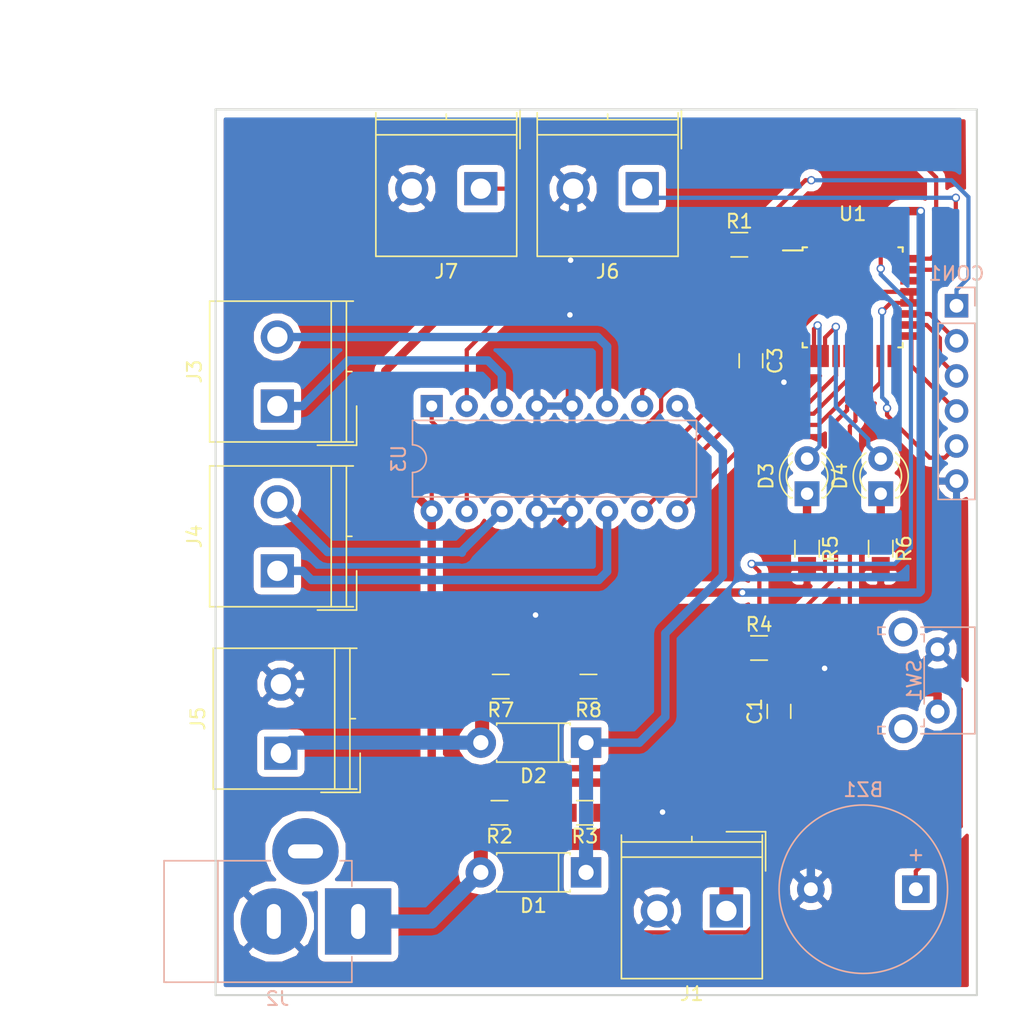
<source format=kicad_pcb>
(kicad_pcb (version 4) (host pcbnew 4.0.7-e2-6376~61~ubuntu18.04.1)

  (general
    (links 62)
    (no_connects 1)
    (area 12.980599 11.964599 68.248601 76.275001)
    (thickness 1.6)
    (drawings 7)
    (tracks 250)
    (zones 0)
    (modules 26)
    (nets 35)
  )

  (page A4)
  (layers
    (0 F.Cu signal)
    (31 B.Cu signal)
    (32 B.Adhes user)
    (33 F.Adhes user)
    (34 B.Paste user)
    (35 F.Paste user)
    (36 B.SilkS user)
    (37 F.SilkS user)
    (38 B.Mask user)
    (39 F.Mask user)
    (40 Dwgs.User user)
    (41 Cmts.User user)
    (42 Eco1.User user)
    (43 Eco2.User user)
    (44 Edge.Cuts user)
    (45 Margin user)
    (46 B.CrtYd user)
    (47 F.CrtYd user)
    (48 B.Fab user)
    (49 F.Fab user)
  )

  (setup
    (last_trace_width 0.3048)
    (user_trace_width 0.1524)
    (user_trace_width 0.2032)
    (user_trace_width 0.3048)
    (user_trace_width 0.6096)
    (user_trace_width 0.8128)
    (user_trace_width 1.016)
    (user_trace_width 2.032)
    (user_trace_width 2.54)
    (trace_clearance 0.2)
    (zone_clearance 0.508)
    (zone_45_only no)
    (trace_min 0.1524)
    (segment_width 0.2)
    (edge_width 0.15)
    (via_size 0.6)
    (via_drill 0.4)
    (via_min_size 0.4)
    (via_min_drill 0.3)
    (uvia_size 0.3)
    (uvia_drill 0.1)
    (uvias_allowed no)
    (uvia_min_size 0)
    (uvia_min_drill 0)
    (pcb_text_width 0.3)
    (pcb_text_size 1.5 1.5)
    (mod_edge_width 0.15)
    (mod_text_size 1 1)
    (mod_text_width 0.15)
    (pad_size 1.7 1.7)
    (pad_drill 1)
    (pad_to_mask_clearance 0.2)
    (aux_axis_origin 0 0)
    (visible_elements FFFFFF7F)
    (pcbplotparams
      (layerselection 0x00030_80000001)
      (usegerberextensions false)
      (excludeedgelayer true)
      (linewidth 0.150000)
      (plotframeref false)
      (viasonmask false)
      (mode 1)
      (useauxorigin false)
      (hpglpennumber 1)
      (hpglpenspeed 20)
      (hpglpendiameter 15)
      (hpglpenoverlay 2)
      (psnegative false)
      (psa4output false)
      (plotreference true)
      (plotvalue true)
      (plotinvisibletext false)
      (padsonsilk false)
      (subtractmaskfromsilk false)
      (outputformat 1)
      (mirror false)
      (drillshape 1)
      (scaleselection 1)
      (outputdirectory ""))
  )

  (net 0 "")
  (net 1 /buzz)
  (net 2 GND)
  (net 3 /btn_1)
  (net 4 +5V)
  (net 5 /MOSI)
  (net 6 /RESET)
  (net 7 /SCK)
  (net 8 /MISO)
  (net 9 +12V)
  (net 10 /acdc_pwr)
  (net 11 "Net-(D2-Pad2)")
  (net 12 "Net-(D3-Pad1)")
  (net 13 /led1)
  (net 14 "Net-(D4-Pad1)")
  (net 15 /led2)
  (net 16 "Net-(J3-Pad1)")
  (net 17 "Net-(J3-Pad2)")
  (net 18 "Net-(J4-Pad1)")
  (net 19 "Net-(J4-Pad2)")
  (net 20 /Line1)
  (net 21 /Line2)
  (net 22 /pwr_c2)
  (net 23 /pwr_c1)
  (net 24 "Net-(U1-Pad2)")
  (net 25 "Net-(U1-Pad16)")
  (net 26 "Net-(U1-Pad3)")
  (net 27 /m1a)
  (net 28 /m2a)
  (net 29 /en12)
  (net 30 /m4a)
  (net 31 /m3a)
  (net 32 /en34)
  (net 33 "Net-(U1-Pad27)")
  (net 34 "Net-(U1-Pad28)")

  (net_class Default "This is the default net class."
    (clearance 0.2)
    (trace_width 0.25)
    (via_dia 0.6)
    (via_drill 0.4)
    (uvia_dia 0.3)
    (uvia_drill 0.1)
    (add_net +12V)
    (add_net +5V)
    (add_net /Line1)
    (add_net /Line2)
    (add_net /MISO)
    (add_net /MOSI)
    (add_net /RESET)
    (add_net /SCK)
    (add_net /acdc_pwr)
    (add_net /btn_1)
    (add_net /buzz)
    (add_net /en12)
    (add_net /en34)
    (add_net /led1)
    (add_net /led2)
    (add_net /m1a)
    (add_net /m2a)
    (add_net /m3a)
    (add_net /m4a)
    (add_net /pwr_c1)
    (add_net /pwr_c2)
    (add_net GND)
    (add_net "Net-(D2-Pad2)")
    (add_net "Net-(D3-Pad1)")
    (add_net "Net-(D4-Pad1)")
    (add_net "Net-(J3-Pad1)")
    (add_net "Net-(J3-Pad2)")
    (add_net "Net-(J4-Pad1)")
    (add_net "Net-(J4-Pad2)")
    (add_net "Net-(U1-Pad16)")
    (add_net "Net-(U1-Pad2)")
    (add_net "Net-(U1-Pad27)")
    (add_net "Net-(U1-Pad28)")
    (add_net "Net-(U1-Pad3)")
  )

  (module Buzzers_Beepers:Buzzer_12x9.5RM7.6 (layer B.Cu) (tedit 58B1A329) (tstamp 5BED12F0)
    (at 63.754 68.5292 180)
    (descr "Generic Buzzer, D12mm height 9.5mm with RM7.6mm")
    (tags buzzer)
    (path /5B848332)
    (fp_text reference BZ1 (at 3.8 7.2 180) (layer B.SilkS)
      (effects (font (size 1 1) (thickness 0.15)) (justify mirror))
    )
    (fp_text value Buzzer (at 3.8 -7.4 180) (layer B.Fab)
      (effects (font (size 1 1) (thickness 0.15)) (justify mirror))
    )
    (fp_text user + (at -0.01 2.54 180) (layer B.Fab)
      (effects (font (size 1 1) (thickness 0.15)) (justify mirror))
    )
    (fp_text user + (at -0.01 2.54 180) (layer B.SilkS)
      (effects (font (size 1 1) (thickness 0.15)) (justify mirror))
    )
    (fp_text user %R (at 3.8 4 180) (layer B.Fab)
      (effects (font (size 1 1) (thickness 0.15)) (justify mirror))
    )
    (fp_circle (center 3.8 0) (end 10.05 0) (layer B.CrtYd) (width 0.05))
    (fp_circle (center 3.8 0) (end 9.8 0) (layer B.Fab) (width 0.1))
    (fp_circle (center 3.8 0) (end 4.8 0) (layer B.Fab) (width 0.1))
    (fp_circle (center 3.8 0) (end 9.9 0) (layer B.SilkS) (width 0.12))
    (pad 1 thru_hole rect (at 0 0 180) (size 2 2) (drill 1) (layers *.Cu *.Mask)
      (net 1 /buzz))
    (pad 2 thru_hole circle (at 7.6 0 180) (size 2 2) (drill 1) (layers *.Cu *.Mask)
      (net 2 GND))
    (model ${KISYS3DMOD}/Buzzers_Beepers.3dshapes/Buzzer_12x9.5RM7.6.wrl
      (at (xyz 0.15 0 0))
      (scale (xyz 4 4 4))
      (rotate (xyz 0 0 0))
    )
  )

  (module Diodes_THT:D_DO-41_SOD81_P7.62mm_Horizontal (layer F.Cu) (tedit 5921392F) (tstamp 5BED1359)
    (at 39.878 67.31 180)
    (descr "D, DO-41_SOD81 series, Axial, Horizontal, pin pitch=7.62mm, , length*diameter=5.2*2.7mm^2, , http://www.diodes.com/_files/packages/DO-41%20(Plastic).pdf")
    (tags "D DO-41_SOD81 series Axial Horizontal pin pitch 7.62mm  length 5.2mm diameter 2.7mm")
    (path /5B7C1561)
    (fp_text reference D1 (at 3.81 -2.41 180) (layer F.SilkS)
      (effects (font (size 1 1) (thickness 0.15)))
    )
    (fp_text value 1N (at 3.81 2.41 180) (layer F.Fab)
      (effects (font (size 1 1) (thickness 0.15)))
    )
    (fp_text user %R (at 3.81 0 180) (layer F.Fab)
      (effects (font (size 1 1) (thickness 0.15)))
    )
    (fp_line (start 1.21 -1.35) (end 1.21 1.35) (layer F.Fab) (width 0.1))
    (fp_line (start 1.21 1.35) (end 6.41 1.35) (layer F.Fab) (width 0.1))
    (fp_line (start 6.41 1.35) (end 6.41 -1.35) (layer F.Fab) (width 0.1))
    (fp_line (start 6.41 -1.35) (end 1.21 -1.35) (layer F.Fab) (width 0.1))
    (fp_line (start 0 0) (end 1.21 0) (layer F.Fab) (width 0.1))
    (fp_line (start 7.62 0) (end 6.41 0) (layer F.Fab) (width 0.1))
    (fp_line (start 1.99 -1.35) (end 1.99 1.35) (layer F.Fab) (width 0.1))
    (fp_line (start 1.15 -1.28) (end 1.15 -1.41) (layer F.SilkS) (width 0.12))
    (fp_line (start 1.15 -1.41) (end 6.47 -1.41) (layer F.SilkS) (width 0.12))
    (fp_line (start 6.47 -1.41) (end 6.47 -1.28) (layer F.SilkS) (width 0.12))
    (fp_line (start 1.15 1.28) (end 1.15 1.41) (layer F.SilkS) (width 0.12))
    (fp_line (start 1.15 1.41) (end 6.47 1.41) (layer F.SilkS) (width 0.12))
    (fp_line (start 6.47 1.41) (end 6.47 1.28) (layer F.SilkS) (width 0.12))
    (fp_line (start 1.99 -1.41) (end 1.99 1.41) (layer F.SilkS) (width 0.12))
    (fp_line (start -1.35 -1.7) (end -1.35 1.7) (layer F.CrtYd) (width 0.05))
    (fp_line (start -1.35 1.7) (end 9 1.7) (layer F.CrtYd) (width 0.05))
    (fp_line (start 9 1.7) (end 9 -1.7) (layer F.CrtYd) (width 0.05))
    (fp_line (start 9 -1.7) (end -1.35 -1.7) (layer F.CrtYd) (width 0.05))
    (pad 1 thru_hole rect (at 0 0 180) (size 2.2 2.2) (drill 1.1) (layers *.Cu *.Mask)
      (net 9 +12V))
    (pad 2 thru_hole oval (at 7.62 0 180) (size 2.2 2.2) (drill 1.1) (layers *.Cu *.Mask)
      (net 10 /acdc_pwr))
    (model ${KISYS3DMOD}/Diodes_THT.3dshapes/D_DO-41_SOD81_P7.62mm_Horizontal.wrl
      (at (xyz 0 0 0))
      (scale (xyz 0.393701 0.393701 0.393701))
      (rotate (xyz 0 0 0))
    )
  )

  (module Diodes_THT:D_DO-41_SOD81_P7.62mm_Horizontal (layer F.Cu) (tedit 5921392F) (tstamp 5BED1372)
    (at 39.878 57.912 180)
    (descr "D, DO-41_SOD81 series, Axial, Horizontal, pin pitch=7.62mm, , length*diameter=5.2*2.7mm^2, , http://www.diodes.com/_files/packages/DO-41%20(Plastic).pdf")
    (tags "D DO-41_SOD81 series Axial Horizontal pin pitch 7.62mm  length 5.2mm diameter 2.7mm")
    (path /5B7C139B)
    (fp_text reference D2 (at 3.81 -2.41 180) (layer F.SilkS)
      (effects (font (size 1 1) (thickness 0.15)))
    )
    (fp_text value 1N (at 3.81 2.41 180) (layer F.Fab)
      (effects (font (size 1 1) (thickness 0.15)))
    )
    (fp_text user %R (at 3.81 0 180) (layer F.Fab)
      (effects (font (size 1 1) (thickness 0.15)))
    )
    (fp_line (start 1.21 -1.35) (end 1.21 1.35) (layer F.Fab) (width 0.1))
    (fp_line (start 1.21 1.35) (end 6.41 1.35) (layer F.Fab) (width 0.1))
    (fp_line (start 6.41 1.35) (end 6.41 -1.35) (layer F.Fab) (width 0.1))
    (fp_line (start 6.41 -1.35) (end 1.21 -1.35) (layer F.Fab) (width 0.1))
    (fp_line (start 0 0) (end 1.21 0) (layer F.Fab) (width 0.1))
    (fp_line (start 7.62 0) (end 6.41 0) (layer F.Fab) (width 0.1))
    (fp_line (start 1.99 -1.35) (end 1.99 1.35) (layer F.Fab) (width 0.1))
    (fp_line (start 1.15 -1.28) (end 1.15 -1.41) (layer F.SilkS) (width 0.12))
    (fp_line (start 1.15 -1.41) (end 6.47 -1.41) (layer F.SilkS) (width 0.12))
    (fp_line (start 6.47 -1.41) (end 6.47 -1.28) (layer F.SilkS) (width 0.12))
    (fp_line (start 1.15 1.28) (end 1.15 1.41) (layer F.SilkS) (width 0.12))
    (fp_line (start 1.15 1.41) (end 6.47 1.41) (layer F.SilkS) (width 0.12))
    (fp_line (start 6.47 1.41) (end 6.47 1.28) (layer F.SilkS) (width 0.12))
    (fp_line (start 1.99 -1.41) (end 1.99 1.41) (layer F.SilkS) (width 0.12))
    (fp_line (start -1.35 -1.7) (end -1.35 1.7) (layer F.CrtYd) (width 0.05))
    (fp_line (start -1.35 1.7) (end 9 1.7) (layer F.CrtYd) (width 0.05))
    (fp_line (start 9 1.7) (end 9 -1.7) (layer F.CrtYd) (width 0.05))
    (fp_line (start 9 -1.7) (end -1.35 -1.7) (layer F.CrtYd) (width 0.05))
    (pad 1 thru_hole rect (at 0 0 180) (size 2.2 2.2) (drill 1.1) (layers *.Cu *.Mask)
      (net 9 +12V))
    (pad 2 thru_hole oval (at 7.62 0 180) (size 2.2 2.2) (drill 1.1) (layers *.Cu *.Mask)
      (net 11 "Net-(D2-Pad2)"))
    (model ${KISYS3DMOD}/Diodes_THT.3dshapes/D_DO-41_SOD81_P7.62mm_Horizontal.wrl
      (at (xyz 0 0 0))
      (scale (xyz 0.393701 0.393701 0.393701))
      (rotate (xyz 0 0 0))
    )
  )

  (module LEDs:LED_D3.0mm (layer F.Cu) (tedit 587A3A7B) (tstamp 5BED1385)
    (at 55.88 39.878 90)
    (descr "LED, diameter 3.0mm, 2 pins")
    (tags "LED diameter 3.0mm 2 pins")
    (path /5B847A2C)
    (fp_text reference D3 (at 1.27 -2.96 90) (layer F.SilkS)
      (effects (font (size 1 1) (thickness 0.15)))
    )
    (fp_text value LowBatt (at 1.27 2.96 90) (layer F.Fab)
      (effects (font (size 1 1) (thickness 0.15)))
    )
    (fp_arc (start 1.27 0) (end -0.23 -1.16619) (angle 284.3) (layer F.Fab) (width 0.1))
    (fp_arc (start 1.27 0) (end -0.29 -1.235516) (angle 108.8) (layer F.SilkS) (width 0.12))
    (fp_arc (start 1.27 0) (end -0.29 1.235516) (angle -108.8) (layer F.SilkS) (width 0.12))
    (fp_arc (start 1.27 0) (end 0.229039 -1.08) (angle 87.9) (layer F.SilkS) (width 0.12))
    (fp_arc (start 1.27 0) (end 0.229039 1.08) (angle -87.9) (layer F.SilkS) (width 0.12))
    (fp_circle (center 1.27 0) (end 2.77 0) (layer F.Fab) (width 0.1))
    (fp_line (start -0.23 -1.16619) (end -0.23 1.16619) (layer F.Fab) (width 0.1))
    (fp_line (start -0.29 -1.236) (end -0.29 -1.08) (layer F.SilkS) (width 0.12))
    (fp_line (start -0.29 1.08) (end -0.29 1.236) (layer F.SilkS) (width 0.12))
    (fp_line (start -1.15 -2.25) (end -1.15 2.25) (layer F.CrtYd) (width 0.05))
    (fp_line (start -1.15 2.25) (end 3.7 2.25) (layer F.CrtYd) (width 0.05))
    (fp_line (start 3.7 2.25) (end 3.7 -2.25) (layer F.CrtYd) (width 0.05))
    (fp_line (start 3.7 -2.25) (end -1.15 -2.25) (layer F.CrtYd) (width 0.05))
    (pad 1 thru_hole rect (at 0 0 90) (size 1.8 1.8) (drill 0.9) (layers *.Cu *.Mask)
      (net 12 "Net-(D3-Pad1)"))
    (pad 2 thru_hole circle (at 2.54 0 90) (size 1.8 1.8) (drill 0.9) (layers *.Cu *.Mask)
      (net 13 /led1))
    (model ${KISYS3DMOD}/LEDs.3dshapes/LED_D3.0mm.wrl
      (at (xyz 0 0 0))
      (scale (xyz 0.393701 0.393701 0.393701))
      (rotate (xyz 0 0 0))
    )
  )

  (module LEDs:LED_D3.0mm (layer F.Cu) (tedit 587A3A7B) (tstamp 5BED1398)
    (at 61.214 39.878 90)
    (descr "LED, diameter 3.0mm, 2 pins")
    (tags "LED diameter 3.0mm 2 pins")
    (path /5B847959)
    (fp_text reference D4 (at 1.27 -2.96 90) (layer F.SilkS)
      (effects (font (size 1 1) (thickness 0.15)))
    )
    (fp_text value Flooding (at 1.27 2.96 90) (layer F.Fab)
      (effects (font (size 1 1) (thickness 0.15)))
    )
    (fp_arc (start 1.27 0) (end -0.23 -1.16619) (angle 284.3) (layer F.Fab) (width 0.1))
    (fp_arc (start 1.27 0) (end -0.29 -1.235516) (angle 108.8) (layer F.SilkS) (width 0.12))
    (fp_arc (start 1.27 0) (end -0.29 1.235516) (angle -108.8) (layer F.SilkS) (width 0.12))
    (fp_arc (start 1.27 0) (end 0.229039 -1.08) (angle 87.9) (layer F.SilkS) (width 0.12))
    (fp_arc (start 1.27 0) (end 0.229039 1.08) (angle -87.9) (layer F.SilkS) (width 0.12))
    (fp_circle (center 1.27 0) (end 2.77 0) (layer F.Fab) (width 0.1))
    (fp_line (start -0.23 -1.16619) (end -0.23 1.16619) (layer F.Fab) (width 0.1))
    (fp_line (start -0.29 -1.236) (end -0.29 -1.08) (layer F.SilkS) (width 0.12))
    (fp_line (start -0.29 1.08) (end -0.29 1.236) (layer F.SilkS) (width 0.12))
    (fp_line (start -1.15 -2.25) (end -1.15 2.25) (layer F.CrtYd) (width 0.05))
    (fp_line (start -1.15 2.25) (end 3.7 2.25) (layer F.CrtYd) (width 0.05))
    (fp_line (start 3.7 2.25) (end 3.7 -2.25) (layer F.CrtYd) (width 0.05))
    (fp_line (start 3.7 -2.25) (end -1.15 -2.25) (layer F.CrtYd) (width 0.05))
    (pad 1 thru_hole rect (at 0 0 90) (size 1.8 1.8) (drill 0.9) (layers *.Cu *.Mask)
      (net 14 "Net-(D4-Pad1)"))
    (pad 2 thru_hole circle (at 2.54 0 90) (size 1.8 1.8) (drill 0.9) (layers *.Cu *.Mask)
      (net 15 /led2))
    (model ${KISYS3DMOD}/LEDs.3dshapes/LED_D3.0mm.wrl
      (at (xyz 0 0 0))
      (scale (xyz 0.393701 0.393701 0.393701))
      (rotate (xyz 0 0 0))
    )
  )

  (module Connectors_Terminal_Blocks:TerminalBlock_Philmore_TB132_02x5mm_Straight (layer F.Cu) (tedit 59661312) (tstamp 5BED13B3)
    (at 50.038 70.104 180)
    (descr "2-way 5.0mm pitch terminal block, http://www.philmore-datak.com/mc/Page%20197.pdf")
    (tags "screw terminal block")
    (path /5B7A7765)
    (fp_text reference J1 (at 2.5 -6 180) (layer F.SilkS)
      (effects (font (size 1 1) (thickness 0.15)))
    )
    (fp_text value v5 (at 2.5 6.9 180) (layer F.Fab)
      (effects (font (size 1 1) (thickness 0.15)))
    )
    (fp_line (start -3 -5.3) (end -3 5.9) (layer F.CrtYd) (width 0.05))
    (fp_line (start -3 5.9) (end 8 5.9) (layer F.CrtYd) (width 0.05))
    (fp_line (start 8 5.9) (end 8 -5.3) (layer F.CrtYd) (width 0.05))
    (fp_line (start 8 -5.3) (end -3 -5.3) (layer F.CrtYd) (width 0.05))
    (fp_line (start -2.5 3.9) (end 7.5 3.9) (layer F.Fab) (width 0.1))
    (fp_line (start -2.5 5) (end 7.5 5) (layer F.Fab) (width 0.1))
    (fp_line (start -2.5 5.4) (end -2.5 -4.8) (layer F.Fab) (width 0.1))
    (fp_line (start -2.5 -4.8) (end 7.5 -4.8) (layer F.Fab) (width 0.1))
    (fp_line (start 7.5 -4.8) (end 7.5 5.4) (layer F.Fab) (width 0.1))
    (fp_line (start 2.5 5) (end 2.5 5.4) (layer F.Fab) (width 0.1))
    (fp_line (start -2.84 2.9) (end -2.84 5.74) (layer F.Fab) (width 0.1))
    (fp_line (start -2.84 5.74) (end 0 5.74) (layer F.Fab) (width 0.1))
    (fp_line (start -2.6 3.9) (end 7.6 3.9) (layer F.SilkS) (width 0.12))
    (fp_line (start -2.6 5) (end 7.6 5) (layer F.SilkS) (width 0.12))
    (fp_line (start -2.6 5.5) (end -2.6 -4.9) (layer F.SilkS) (width 0.12))
    (fp_line (start -2.6 -4.9) (end 7.6 -4.9) (layer F.SilkS) (width 0.12))
    (fp_line (start 7.6 -4.9) (end 7.6 5.5) (layer F.SilkS) (width 0.12))
    (fp_line (start 2.5 5) (end 2.5 5.4) (layer F.SilkS) (width 0.12))
    (fp_line (start -2.84 2.9) (end -2.84 5.74) (layer F.SilkS) (width 0.12))
    (fp_line (start -2.84 5.74) (end 0 5.74) (layer F.SilkS) (width 0.12))
    (fp_text user %R (at 2.5 0.3 180) (layer F.Fab)
      (effects (font (size 1 1) (thickness 0.15)))
    )
    (pad 1 thru_hole rect (at 0 0 180) (size 2.4 2.4) (drill 1.47) (layers *.Cu *.Mask)
      (net 4 +5V))
    (pad 2 thru_hole circle (at 5 0 180) (size 2.4 2.4) (drill 1.47) (layers *.Cu *.Mask)
      (net 2 GND))
    (model ${KISYS3DMOD}/Connectors_Terminal_Blocks.3dshapes/TerminalBlock_Philmore_TB132_02x5mm_Straight.wrl
      (at (xyz 0 0 0))
      (scale (xyz 1 1 1))
      (rotate (xyz 0 0 0))
    )
  )

  (module Connectors_Terminal_Blocks:TerminalBlock_Philmore_TB132_02x5mm_Straight (layer F.Cu) (tedit 59661312) (tstamp 5BED13E9)
    (at 17.526 33.528 90)
    (descr "2-way 5.0mm pitch terminal block, http://www.philmore-datak.com/mc/Page%20197.pdf")
    (tags "screw terminal block")
    (path /5B7A7357)
    (fp_text reference J3 (at 2.5 -6 90) (layer F.SilkS)
      (effects (font (size 1 1) (thickness 0.15)))
    )
    (fp_text value m1 (at 2.5 6.9 90) (layer F.Fab)
      (effects (font (size 1 1) (thickness 0.15)))
    )
    (fp_line (start -3 -5.3) (end -3 5.9) (layer F.CrtYd) (width 0.05))
    (fp_line (start -3 5.9) (end 8 5.9) (layer F.CrtYd) (width 0.05))
    (fp_line (start 8 5.9) (end 8 -5.3) (layer F.CrtYd) (width 0.05))
    (fp_line (start 8 -5.3) (end -3 -5.3) (layer F.CrtYd) (width 0.05))
    (fp_line (start -2.5 3.9) (end 7.5 3.9) (layer F.Fab) (width 0.1))
    (fp_line (start -2.5 5) (end 7.5 5) (layer F.Fab) (width 0.1))
    (fp_line (start -2.5 5.4) (end -2.5 -4.8) (layer F.Fab) (width 0.1))
    (fp_line (start -2.5 -4.8) (end 7.5 -4.8) (layer F.Fab) (width 0.1))
    (fp_line (start 7.5 -4.8) (end 7.5 5.4) (layer F.Fab) (width 0.1))
    (fp_line (start 2.5 5) (end 2.5 5.4) (layer F.Fab) (width 0.1))
    (fp_line (start -2.84 2.9) (end -2.84 5.74) (layer F.Fab) (width 0.1))
    (fp_line (start -2.84 5.74) (end 0 5.74) (layer F.Fab) (width 0.1))
    (fp_line (start -2.6 3.9) (end 7.6 3.9) (layer F.SilkS) (width 0.12))
    (fp_line (start -2.6 5) (end 7.6 5) (layer F.SilkS) (width 0.12))
    (fp_line (start -2.6 5.5) (end -2.6 -4.9) (layer F.SilkS) (width 0.12))
    (fp_line (start -2.6 -4.9) (end 7.6 -4.9) (layer F.SilkS) (width 0.12))
    (fp_line (start 7.6 -4.9) (end 7.6 5.5) (layer F.SilkS) (width 0.12))
    (fp_line (start 2.5 5) (end 2.5 5.4) (layer F.SilkS) (width 0.12))
    (fp_line (start -2.84 2.9) (end -2.84 5.74) (layer F.SilkS) (width 0.12))
    (fp_line (start -2.84 5.74) (end 0 5.74) (layer F.SilkS) (width 0.12))
    (fp_text user %R (at 2.5 0.3 90) (layer F.Fab)
      (effects (font (size 1 1) (thickness 0.15)))
    )
    (pad 1 thru_hole rect (at 0 0 90) (size 2.4 2.4) (drill 1.47) (layers *.Cu *.Mask)
      (net 16 "Net-(J3-Pad1)"))
    (pad 2 thru_hole circle (at 5 0 90) (size 2.4 2.4) (drill 1.47) (layers *.Cu *.Mask)
      (net 17 "Net-(J3-Pad2)"))
    (model ${KISYS3DMOD}/Connectors_Terminal_Blocks.3dshapes/TerminalBlock_Philmore_TB132_02x5mm_Straight.wrl
      (at (xyz 0 0 0))
      (scale (xyz 1 1 1))
      (rotate (xyz 0 0 0))
    )
  )

  (module Connectors_Terminal_Blocks:TerminalBlock_Philmore_TB132_02x5mm_Straight (layer F.Cu) (tedit 59661312) (tstamp 5BED1404)
    (at 17.526 45.466 90)
    (descr "2-way 5.0mm pitch terminal block, http://www.philmore-datak.com/mc/Page%20197.pdf")
    (tags "screw terminal block")
    (path /5B7A7664)
    (fp_text reference J4 (at 2.5 -6 90) (layer F.SilkS)
      (effects (font (size 1 1) (thickness 0.15)))
    )
    (fp_text value m2 (at 2.5 6.9 90) (layer F.Fab)
      (effects (font (size 1 1) (thickness 0.15)))
    )
    (fp_line (start -3 -5.3) (end -3 5.9) (layer F.CrtYd) (width 0.05))
    (fp_line (start -3 5.9) (end 8 5.9) (layer F.CrtYd) (width 0.05))
    (fp_line (start 8 5.9) (end 8 -5.3) (layer F.CrtYd) (width 0.05))
    (fp_line (start 8 -5.3) (end -3 -5.3) (layer F.CrtYd) (width 0.05))
    (fp_line (start -2.5 3.9) (end 7.5 3.9) (layer F.Fab) (width 0.1))
    (fp_line (start -2.5 5) (end 7.5 5) (layer F.Fab) (width 0.1))
    (fp_line (start -2.5 5.4) (end -2.5 -4.8) (layer F.Fab) (width 0.1))
    (fp_line (start -2.5 -4.8) (end 7.5 -4.8) (layer F.Fab) (width 0.1))
    (fp_line (start 7.5 -4.8) (end 7.5 5.4) (layer F.Fab) (width 0.1))
    (fp_line (start 2.5 5) (end 2.5 5.4) (layer F.Fab) (width 0.1))
    (fp_line (start -2.84 2.9) (end -2.84 5.74) (layer F.Fab) (width 0.1))
    (fp_line (start -2.84 5.74) (end 0 5.74) (layer F.Fab) (width 0.1))
    (fp_line (start -2.6 3.9) (end 7.6 3.9) (layer F.SilkS) (width 0.12))
    (fp_line (start -2.6 5) (end 7.6 5) (layer F.SilkS) (width 0.12))
    (fp_line (start -2.6 5.5) (end -2.6 -4.9) (layer F.SilkS) (width 0.12))
    (fp_line (start -2.6 -4.9) (end 7.6 -4.9) (layer F.SilkS) (width 0.12))
    (fp_line (start 7.6 -4.9) (end 7.6 5.5) (layer F.SilkS) (width 0.12))
    (fp_line (start 2.5 5) (end 2.5 5.4) (layer F.SilkS) (width 0.12))
    (fp_line (start -2.84 2.9) (end -2.84 5.74) (layer F.SilkS) (width 0.12))
    (fp_line (start -2.84 5.74) (end 0 5.74) (layer F.SilkS) (width 0.12))
    (fp_text user %R (at 2.5 0.3 90) (layer F.Fab)
      (effects (font (size 1 1) (thickness 0.15)))
    )
    (pad 1 thru_hole rect (at 0 0 90) (size 2.4 2.4) (drill 1.47) (layers *.Cu *.Mask)
      (net 18 "Net-(J4-Pad1)"))
    (pad 2 thru_hole circle (at 5 0 90) (size 2.4 2.4) (drill 1.47) (layers *.Cu *.Mask)
      (net 19 "Net-(J4-Pad2)"))
    (model ${KISYS3DMOD}/Connectors_Terminal_Blocks.3dshapes/TerminalBlock_Philmore_TB132_02x5mm_Straight.wrl
      (at (xyz 0 0 0))
      (scale (xyz 1 1 1))
      (rotate (xyz 0 0 0))
    )
  )

  (module Connectors_Terminal_Blocks:TerminalBlock_Philmore_TB132_02x5mm_Straight (layer F.Cu) (tedit 59661312) (tstamp 5BED141F)
    (at 17.78 58.674 90)
    (descr "2-way 5.0mm pitch terminal block, http://www.philmore-datak.com/mc/Page%20197.pdf")
    (tags "screw terminal block")
    (path /5B7C0A46)
    (fp_text reference J5 (at 2.5 -6 90) (layer F.SilkS)
      (effects (font (size 1 1) (thickness 0.15)))
    )
    (fp_text value Battery (at 2.5 6.9 90) (layer F.Fab)
      (effects (font (size 1 1) (thickness 0.15)))
    )
    (fp_line (start -3 -5.3) (end -3 5.9) (layer F.CrtYd) (width 0.05))
    (fp_line (start -3 5.9) (end 8 5.9) (layer F.CrtYd) (width 0.05))
    (fp_line (start 8 5.9) (end 8 -5.3) (layer F.CrtYd) (width 0.05))
    (fp_line (start 8 -5.3) (end -3 -5.3) (layer F.CrtYd) (width 0.05))
    (fp_line (start -2.5 3.9) (end 7.5 3.9) (layer F.Fab) (width 0.1))
    (fp_line (start -2.5 5) (end 7.5 5) (layer F.Fab) (width 0.1))
    (fp_line (start -2.5 5.4) (end -2.5 -4.8) (layer F.Fab) (width 0.1))
    (fp_line (start -2.5 -4.8) (end 7.5 -4.8) (layer F.Fab) (width 0.1))
    (fp_line (start 7.5 -4.8) (end 7.5 5.4) (layer F.Fab) (width 0.1))
    (fp_line (start 2.5 5) (end 2.5 5.4) (layer F.Fab) (width 0.1))
    (fp_line (start -2.84 2.9) (end -2.84 5.74) (layer F.Fab) (width 0.1))
    (fp_line (start -2.84 5.74) (end 0 5.74) (layer F.Fab) (width 0.1))
    (fp_line (start -2.6 3.9) (end 7.6 3.9) (layer F.SilkS) (width 0.12))
    (fp_line (start -2.6 5) (end 7.6 5) (layer F.SilkS) (width 0.12))
    (fp_line (start -2.6 5.5) (end -2.6 -4.9) (layer F.SilkS) (width 0.12))
    (fp_line (start -2.6 -4.9) (end 7.6 -4.9) (layer F.SilkS) (width 0.12))
    (fp_line (start 7.6 -4.9) (end 7.6 5.5) (layer F.SilkS) (width 0.12))
    (fp_line (start 2.5 5) (end 2.5 5.4) (layer F.SilkS) (width 0.12))
    (fp_line (start -2.84 2.9) (end -2.84 5.74) (layer F.SilkS) (width 0.12))
    (fp_line (start -2.84 5.74) (end 0 5.74) (layer F.SilkS) (width 0.12))
    (fp_text user %R (at 2.5 0.3 90) (layer F.Fab)
      (effects (font (size 1 1) (thickness 0.15)))
    )
    (pad 1 thru_hole rect (at 0 0 90) (size 2.4 2.4) (drill 1.47) (layers *.Cu *.Mask)
      (net 11 "Net-(D2-Pad2)"))
    (pad 2 thru_hole circle (at 5 0 90) (size 2.4 2.4) (drill 1.47) (layers *.Cu *.Mask)
      (net 2 GND))
    (model ${KISYS3DMOD}/Connectors_Terminal_Blocks.3dshapes/TerminalBlock_Philmore_TB132_02x5mm_Straight.wrl
      (at (xyz 0 0 0))
      (scale (xyz 1 1 1))
      (rotate (xyz 0 0 0))
    )
  )

  (module Connectors_Terminal_Blocks:TerminalBlock_Philmore_TB132_02x5mm_Straight (layer F.Cu) (tedit 59661312) (tstamp 5BED143A)
    (at 43.942 17.78 180)
    (descr "2-way 5.0mm pitch terminal block, http://www.philmore-datak.com/mc/Page%20197.pdf")
    (tags "screw terminal block")
    (path /5B842E64)
    (fp_text reference J6 (at 2.5 -6 180) (layer F.SilkS)
      (effects (font (size 1 1) (thickness 0.15)))
    )
    (fp_text value L1 (at 2.5 6.9 180) (layer F.Fab)
      (effects (font (size 1 1) (thickness 0.15)))
    )
    (fp_line (start -3 -5.3) (end -3 5.9) (layer F.CrtYd) (width 0.05))
    (fp_line (start -3 5.9) (end 8 5.9) (layer F.CrtYd) (width 0.05))
    (fp_line (start 8 5.9) (end 8 -5.3) (layer F.CrtYd) (width 0.05))
    (fp_line (start 8 -5.3) (end -3 -5.3) (layer F.CrtYd) (width 0.05))
    (fp_line (start -2.5 3.9) (end 7.5 3.9) (layer F.Fab) (width 0.1))
    (fp_line (start -2.5 5) (end 7.5 5) (layer F.Fab) (width 0.1))
    (fp_line (start -2.5 5.4) (end -2.5 -4.8) (layer F.Fab) (width 0.1))
    (fp_line (start -2.5 -4.8) (end 7.5 -4.8) (layer F.Fab) (width 0.1))
    (fp_line (start 7.5 -4.8) (end 7.5 5.4) (layer F.Fab) (width 0.1))
    (fp_line (start 2.5 5) (end 2.5 5.4) (layer F.Fab) (width 0.1))
    (fp_line (start -2.84 2.9) (end -2.84 5.74) (layer F.Fab) (width 0.1))
    (fp_line (start -2.84 5.74) (end 0 5.74) (layer F.Fab) (width 0.1))
    (fp_line (start -2.6 3.9) (end 7.6 3.9) (layer F.SilkS) (width 0.12))
    (fp_line (start -2.6 5) (end 7.6 5) (layer F.SilkS) (width 0.12))
    (fp_line (start -2.6 5.5) (end -2.6 -4.9) (layer F.SilkS) (width 0.12))
    (fp_line (start -2.6 -4.9) (end 7.6 -4.9) (layer F.SilkS) (width 0.12))
    (fp_line (start 7.6 -4.9) (end 7.6 5.5) (layer F.SilkS) (width 0.12))
    (fp_line (start 2.5 5) (end 2.5 5.4) (layer F.SilkS) (width 0.12))
    (fp_line (start -2.84 2.9) (end -2.84 5.74) (layer F.SilkS) (width 0.12))
    (fp_line (start -2.84 5.74) (end 0 5.74) (layer F.SilkS) (width 0.12))
    (fp_text user %R (at 2.5 0.3 180) (layer F.Fab)
      (effects (font (size 1 1) (thickness 0.15)))
    )
    (pad 1 thru_hole rect (at 0 0 180) (size 2.4 2.4) (drill 1.47) (layers *.Cu *.Mask)
      (net 20 /Line1))
    (pad 2 thru_hole circle (at 5 0 180) (size 2.4 2.4) (drill 1.47) (layers *.Cu *.Mask)
      (net 2 GND))
    (model ${KISYS3DMOD}/Connectors_Terminal_Blocks.3dshapes/TerminalBlock_Philmore_TB132_02x5mm_Straight.wrl
      (at (xyz 0 0 0))
      (scale (xyz 1 1 1))
      (rotate (xyz 0 0 0))
    )
  )

  (module Connectors_Terminal_Blocks:TerminalBlock_Philmore_TB132_02x5mm_Straight (layer F.Cu) (tedit 59661312) (tstamp 5BED1455)
    (at 32.258 17.78 180)
    (descr "2-way 5.0mm pitch terminal block, http://www.philmore-datak.com/mc/Page%20197.pdf")
    (tags "screw terminal block")
    (path /5B842F5F)
    (fp_text reference J7 (at 2.5 -6 180) (layer F.SilkS)
      (effects (font (size 1 1) (thickness 0.15)))
    )
    (fp_text value L2 (at 2.5 6.9 180) (layer F.Fab)
      (effects (font (size 1 1) (thickness 0.15)))
    )
    (fp_line (start -3 -5.3) (end -3 5.9) (layer F.CrtYd) (width 0.05))
    (fp_line (start -3 5.9) (end 8 5.9) (layer F.CrtYd) (width 0.05))
    (fp_line (start 8 5.9) (end 8 -5.3) (layer F.CrtYd) (width 0.05))
    (fp_line (start 8 -5.3) (end -3 -5.3) (layer F.CrtYd) (width 0.05))
    (fp_line (start -2.5 3.9) (end 7.5 3.9) (layer F.Fab) (width 0.1))
    (fp_line (start -2.5 5) (end 7.5 5) (layer F.Fab) (width 0.1))
    (fp_line (start -2.5 5.4) (end -2.5 -4.8) (layer F.Fab) (width 0.1))
    (fp_line (start -2.5 -4.8) (end 7.5 -4.8) (layer F.Fab) (width 0.1))
    (fp_line (start 7.5 -4.8) (end 7.5 5.4) (layer F.Fab) (width 0.1))
    (fp_line (start 2.5 5) (end 2.5 5.4) (layer F.Fab) (width 0.1))
    (fp_line (start -2.84 2.9) (end -2.84 5.74) (layer F.Fab) (width 0.1))
    (fp_line (start -2.84 5.74) (end 0 5.74) (layer F.Fab) (width 0.1))
    (fp_line (start -2.6 3.9) (end 7.6 3.9) (layer F.SilkS) (width 0.12))
    (fp_line (start -2.6 5) (end 7.6 5) (layer F.SilkS) (width 0.12))
    (fp_line (start -2.6 5.5) (end -2.6 -4.9) (layer F.SilkS) (width 0.12))
    (fp_line (start -2.6 -4.9) (end 7.6 -4.9) (layer F.SilkS) (width 0.12))
    (fp_line (start 7.6 -4.9) (end 7.6 5.5) (layer F.SilkS) (width 0.12))
    (fp_line (start 2.5 5) (end 2.5 5.4) (layer F.SilkS) (width 0.12))
    (fp_line (start -2.84 2.9) (end -2.84 5.74) (layer F.SilkS) (width 0.12))
    (fp_line (start -2.84 5.74) (end 0 5.74) (layer F.SilkS) (width 0.12))
    (fp_text user %R (at 2.5 0.3 180) (layer F.Fab)
      (effects (font (size 1 1) (thickness 0.15)))
    )
    (pad 1 thru_hole rect (at 0 0 180) (size 2.4 2.4) (drill 1.47) (layers *.Cu *.Mask)
      (net 21 /Line2))
    (pad 2 thru_hole circle (at 5 0 180) (size 2.4 2.4) (drill 1.47) (layers *.Cu *.Mask)
      (net 2 GND))
    (model ${KISYS3DMOD}/Connectors_Terminal_Blocks.3dshapes/TerminalBlock_Philmore_TB132_02x5mm_Straight.wrl
      (at (xyz 0 0 0))
      (scale (xyz 1 1 1))
      (rotate (xyz 0 0 0))
    )
  )

  (module Housings_DIP:DIP-16_W7.62mm (layer B.Cu) (tedit 58CC8E2D) (tstamp 5BED1578)
    (at 28.702 33.528 270)
    (descr "16-lead dip package, row spacing 7.62 mm (300 mils)")
    (tags "DIL DIP PDIP 2.54mm 7.62mm 300mil")
    (path /5B7A7312)
    (fp_text reference U3 (at 3.81 2.39 270) (layer B.SilkS)
      (effects (font (size 1 1) (thickness 0.15)) (justify mirror))
    )
    (fp_text value L293D (at 3.81 -20.17 270) (layer B.Fab)
      (effects (font (size 1 1) (thickness 0.15)) (justify mirror))
    )
    (fp_text user %R (at 3.81 -8.89 270) (layer B.Fab)
      (effects (font (size 1 1) (thickness 0.15)) (justify mirror))
    )
    (fp_line (start 1.635 1.27) (end 6.985 1.27) (layer B.Fab) (width 0.1))
    (fp_line (start 6.985 1.27) (end 6.985 -19.05) (layer B.Fab) (width 0.1))
    (fp_line (start 6.985 -19.05) (end 0.635 -19.05) (layer B.Fab) (width 0.1))
    (fp_line (start 0.635 -19.05) (end 0.635 0.27) (layer B.Fab) (width 0.1))
    (fp_line (start 0.635 0.27) (end 1.635 1.27) (layer B.Fab) (width 0.1))
    (fp_line (start 2.81 1.39) (end 1.04 1.39) (layer B.SilkS) (width 0.12))
    (fp_line (start 1.04 1.39) (end 1.04 -19.17) (layer B.SilkS) (width 0.12))
    (fp_line (start 1.04 -19.17) (end 6.58 -19.17) (layer B.SilkS) (width 0.12))
    (fp_line (start 6.58 -19.17) (end 6.58 1.39) (layer B.SilkS) (width 0.12))
    (fp_line (start 6.58 1.39) (end 4.81 1.39) (layer B.SilkS) (width 0.12))
    (fp_line (start -1.1 1.6) (end -1.1 -19.3) (layer B.CrtYd) (width 0.05))
    (fp_line (start -1.1 -19.3) (end 8.7 -19.3) (layer B.CrtYd) (width 0.05))
    (fp_line (start 8.7 -19.3) (end 8.7 1.6) (layer B.CrtYd) (width 0.05))
    (fp_line (start 8.7 1.6) (end -1.1 1.6) (layer B.CrtYd) (width 0.05))
    (fp_arc (start 3.81 1.39) (end 2.81 1.39) (angle 180) (layer B.SilkS) (width 0.12))
    (pad 1 thru_hole rect (at 0 0 270) (size 1.6 1.6) (drill 0.8) (layers *.Cu *.Mask)
      (net 29 /en12))
    (pad 9 thru_hole oval (at 7.62 -17.78 270) (size 1.6 1.6) (drill 0.8) (layers *.Cu *.Mask)
      (net 32 /en34))
    (pad 2 thru_hole oval (at 0 -2.54 270) (size 1.6 1.6) (drill 0.8) (layers *.Cu *.Mask)
      (net 27 /m1a))
    (pad 10 thru_hole oval (at 7.62 -15.24 270) (size 1.6 1.6) (drill 0.8) (layers *.Cu *.Mask)
      (net 31 /m3a))
    (pad 3 thru_hole oval (at 0 -5.08 270) (size 1.6 1.6) (drill 0.8) (layers *.Cu *.Mask)
      (net 16 "Net-(J3-Pad1)"))
    (pad 11 thru_hole oval (at 7.62 -12.7 270) (size 1.6 1.6) (drill 0.8) (layers *.Cu *.Mask)
      (net 18 "Net-(J4-Pad1)"))
    (pad 4 thru_hole oval (at 0 -7.62 270) (size 1.6 1.6) (drill 0.8) (layers *.Cu *.Mask)
      (net 2 GND))
    (pad 12 thru_hole oval (at 7.62 -10.16 270) (size 1.6 1.6) (drill 0.8) (layers *.Cu *.Mask)
      (net 2 GND))
    (pad 5 thru_hole oval (at 0 -10.16 270) (size 1.6 1.6) (drill 0.8) (layers *.Cu *.Mask)
      (net 2 GND))
    (pad 13 thru_hole oval (at 7.62 -7.62 270) (size 1.6 1.6) (drill 0.8) (layers *.Cu *.Mask)
      (net 2 GND))
    (pad 6 thru_hole oval (at 0 -12.7 270) (size 1.6 1.6) (drill 0.8) (layers *.Cu *.Mask)
      (net 17 "Net-(J3-Pad2)"))
    (pad 14 thru_hole oval (at 7.62 -5.08 270) (size 1.6 1.6) (drill 0.8) (layers *.Cu *.Mask)
      (net 19 "Net-(J4-Pad2)"))
    (pad 7 thru_hole oval (at 0 -15.24 270) (size 1.6 1.6) (drill 0.8) (layers *.Cu *.Mask)
      (net 28 /m2a))
    (pad 15 thru_hole oval (at 7.62 -2.54 270) (size 1.6 1.6) (drill 0.8) (layers *.Cu *.Mask)
      (net 30 /m4a))
    (pad 8 thru_hole oval (at 0 -17.78 270) (size 1.6 1.6) (drill 0.8) (layers *.Cu *.Mask)
      (net 9 +12V))
    (pad 16 thru_hole oval (at 7.62 0 270) (size 1.6 1.6) (drill 0.8) (layers *.Cu *.Mask)
      (net 4 +5V))
    (model ${KISYS3DMOD}/Housings_DIP.3dshapes/DIP-16_W7.62mm.wrl
      (at (xyz 0 0 0))
      (scale (xyz 1 1 1))
      (rotate (xyz 0 0 0))
    )
  )

  (module Housings_QFP:TQFP-32_7x7mm_Pitch0.8mm (layer F.Cu) (tedit 58CC9A48) (tstamp 5BED1554)
    (at 59.182 25.654)
    (descr "32-Lead Plastic Thin Quad Flatpack (PT) - 7x7x1.0 mm Body, 2.00 mm [TQFP] (see Microchip Packaging Specification 00000049BS.pdf)")
    (tags "QFP 0.8")
    (path /5B7A7279)
    (attr smd)
    (fp_text reference U1 (at 0 -6.05) (layer F.SilkS)
      (effects (font (size 1 1) (thickness 0.15)))
    )
    (fp_text value ATMEGA8-16PU (at 0 6.05) (layer F.Fab)
      (effects (font (size 1 1) (thickness 0.15)))
    )
    (fp_text user %R (at 0.07 -2.218) (layer F.Fab)
      (effects (font (size 1 1) (thickness 0.15)))
    )
    (fp_line (start -2.5 -3.5) (end 3.5 -3.5) (layer F.Fab) (width 0.15))
    (fp_line (start 3.5 -3.5) (end 3.5 3.5) (layer F.Fab) (width 0.15))
    (fp_line (start 3.5 3.5) (end -3.5 3.5) (layer F.Fab) (width 0.15))
    (fp_line (start -3.5 3.5) (end -3.5 -2.5) (layer F.Fab) (width 0.15))
    (fp_line (start -3.5 -2.5) (end -2.5 -3.5) (layer F.Fab) (width 0.15))
    (fp_line (start -5.3 -5.3) (end -5.3 5.3) (layer F.CrtYd) (width 0.05))
    (fp_line (start 5.3 -5.3) (end 5.3 5.3) (layer F.CrtYd) (width 0.05))
    (fp_line (start -5.3 -5.3) (end 5.3 -5.3) (layer F.CrtYd) (width 0.05))
    (fp_line (start -5.3 5.3) (end 5.3 5.3) (layer F.CrtYd) (width 0.05))
    (fp_line (start -3.625 -3.625) (end -3.625 -3.4) (layer F.SilkS) (width 0.15))
    (fp_line (start 3.625 -3.625) (end 3.625 -3.3) (layer F.SilkS) (width 0.15))
    (fp_line (start 3.625 3.625) (end 3.625 3.3) (layer F.SilkS) (width 0.15))
    (fp_line (start -3.625 3.625) (end -3.625 3.3) (layer F.SilkS) (width 0.15))
    (fp_line (start -3.625 -3.625) (end -3.3 -3.625) (layer F.SilkS) (width 0.15))
    (fp_line (start -3.625 3.625) (end -3.3 3.625) (layer F.SilkS) (width 0.15))
    (fp_line (start 3.625 3.625) (end 3.3 3.625) (layer F.SilkS) (width 0.15))
    (fp_line (start 3.625 -3.625) (end 3.3 -3.625) (layer F.SilkS) (width 0.15))
    (fp_line (start -3.625 -3.4) (end -5.05 -3.4) (layer F.SilkS) (width 0.15))
    (pad 1 smd rect (at -4.25 -2.8) (size 1.6 0.55) (layers F.Cu F.Paste F.Mask)
      (net 6 /RESET))
    (pad 2 smd rect (at -4.25 -2) (size 1.6 0.55) (layers F.Cu F.Paste F.Mask)
      (net 24 "Net-(U1-Pad2)"))
    (pad 3 smd rect (at -4.25 -1.2) (size 1.6 0.55) (layers F.Cu F.Paste F.Mask)
      (net 26 "Net-(U1-Pad3)"))
    (pad 4 smd rect (at -4.25 -0.4) (size 1.6 0.55) (layers F.Cu F.Paste F.Mask)
      (net 27 /m1a))
    (pad 5 smd rect (at -4.25 0.4) (size 1.6 0.55) (layers F.Cu F.Paste F.Mask)
      (net 28 /m2a))
    (pad 6 smd rect (at -4.25 1.2) (size 1.6 0.55) (layers F.Cu F.Paste F.Mask)
      (net 29 /en12))
    (pad 7 smd rect (at -4.25 2) (size 1.6 0.55) (layers F.Cu F.Paste F.Mask)
      (net 4 +5V))
    (pad 8 smd rect (at -4.25 2.8) (size 1.6 0.55) (layers F.Cu F.Paste F.Mask)
      (net 2 GND))
    (pad 9 smd rect (at -2.8 4.25 90) (size 1.6 0.55) (layers F.Cu F.Paste F.Mask)
      (net 13 /led1))
    (pad 10 smd rect (at -2 4.25 90) (size 1.6 0.55) (layers F.Cu F.Paste F.Mask)
      (net 15 /led2))
    (pad 11 smd rect (at -1.2 4.25 90) (size 1.6 0.55) (layers F.Cu F.Paste F.Mask)
      (net 30 /m4a))
    (pad 12 smd rect (at -0.4 4.25 90) (size 1.6 0.55) (layers F.Cu F.Paste F.Mask)
      (net 31 /m3a))
    (pad 13 smd rect (at 0.4 4.25 90) (size 1.6 0.55) (layers F.Cu F.Paste F.Mask)
      (net 32 /en34))
    (pad 14 smd rect (at 1.2 4.25 90) (size 1.6 0.55) (layers F.Cu F.Paste F.Mask)
      (net 3 /btn_1))
    (pad 15 smd rect (at 2 4.25 90) (size 1.6 0.55) (layers F.Cu F.Paste F.Mask)
      (net 1 /buzz))
    (pad 16 smd rect (at 2.8 4.25 90) (size 1.6 0.55) (layers F.Cu F.Paste F.Mask)
      (net 25 "Net-(U1-Pad16)"))
    (pad 17 smd rect (at 4.25 2.8) (size 1.6 0.55) (layers F.Cu F.Paste F.Mask)
      (net 5 /MOSI))
    (pad 18 smd rect (at 4.25 2) (size 1.6 0.55) (layers F.Cu F.Paste F.Mask)
      (net 8 /MISO))
    (pad 19 smd rect (at 4.25 1.2) (size 1.6 0.55) (layers F.Cu F.Paste F.Mask)
      (net 7 /SCK))
    (pad 20 smd rect (at 4.25 0.4) (size 1.6 0.55) (layers F.Cu F.Paste F.Mask)
      (net 4 +5V))
    (pad 21 smd rect (at 4.25 -0.4) (size 1.6 0.55) (layers F.Cu F.Paste F.Mask)
      (net 4 +5V))
    (pad 22 smd rect (at 4.25 -1.2) (size 1.6 0.55) (layers F.Cu F.Paste F.Mask)
      (net 2 GND))
    (pad 23 smd rect (at 4.25 -2) (size 1.6 0.55) (layers F.Cu F.Paste F.Mask)
      (net 20 /Line1))
    (pad 24 smd rect (at 4.25 -2.8) (size 1.6 0.55) (layers F.Cu F.Paste F.Mask)
      (net 21 /Line2))
    (pad 25 smd rect (at 2.8 -4.25 90) (size 1.6 0.55) (layers F.Cu F.Paste F.Mask)
      (net 23 /pwr_c1))
    (pad 26 smd rect (at 2 -4.25 90) (size 1.6 0.55) (layers F.Cu F.Paste F.Mask)
      (net 22 /pwr_c2))
    (pad 27 smd rect (at 1.2 -4.25 90) (size 1.6 0.55) (layers F.Cu F.Paste F.Mask)
      (net 33 "Net-(U1-Pad27)"))
    (pad 28 smd rect (at 0.4 -4.25 90) (size 1.6 0.55) (layers F.Cu F.Paste F.Mask)
      (net 34 "Net-(U1-Pad28)"))
    (pad 29 smd rect (at -0.4 -4.25 90) (size 1.6 0.55) (layers F.Cu F.Paste F.Mask))
    (pad 30 smd rect (at -1.2 -4.25 90) (size 1.6 0.55) (layers F.Cu F.Paste F.Mask))
    (pad 31 smd rect (at -2 -4.25 90) (size 1.6 0.55) (layers F.Cu F.Paste F.Mask))
    (pad 32 smd rect (at -2.8 -4.25 90) (size 1.6 0.55) (layers F.Cu F.Paste F.Mask))
    (model ${KISYS3DMOD}/Housings_QFP.3dshapes/TQFP-32_7x7mm_Pitch0.8mm.wrl
      (at (xyz 0 0 0))
      (scale (xyz 1 1 1))
      (rotate (xyz 0 0 0))
    )
  )

  (module Resistors_SMD:R_0805_HandSoldering (layer F.Cu) (tedit 58E0A804) (tstamp 5BED1497)
    (at 39.798 62.992 180)
    (descr "Resistor SMD 0805, hand soldering")
    (tags "resistor 0805")
    (path /5B841E48)
    (attr smd)
    (fp_text reference R3 (at 0 -1.7 180) (layer F.SilkS)
      (effects (font (size 1 1) (thickness 0.15)))
    )
    (fp_text value 68k (at 0 1.75 180) (layer F.Fab)
      (effects (font (size 1 1) (thickness 0.15)))
    )
    (fp_text user %R (at 0 0 180) (layer F.Fab)
      (effects (font (size 0.5 0.5) (thickness 0.075)))
    )
    (fp_line (start -1 0.62) (end -1 -0.62) (layer F.Fab) (width 0.1))
    (fp_line (start 1 0.62) (end -1 0.62) (layer F.Fab) (width 0.1))
    (fp_line (start 1 -0.62) (end 1 0.62) (layer F.Fab) (width 0.1))
    (fp_line (start -1 -0.62) (end 1 -0.62) (layer F.Fab) (width 0.1))
    (fp_line (start 0.6 0.88) (end -0.6 0.88) (layer F.SilkS) (width 0.12))
    (fp_line (start -0.6 -0.88) (end 0.6 -0.88) (layer F.SilkS) (width 0.12))
    (fp_line (start -2.35 -0.9) (end 2.35 -0.9) (layer F.CrtYd) (width 0.05))
    (fp_line (start -2.35 -0.9) (end -2.35 0.9) (layer F.CrtYd) (width 0.05))
    (fp_line (start 2.35 0.9) (end 2.35 -0.9) (layer F.CrtYd) (width 0.05))
    (fp_line (start 2.35 0.9) (end -2.35 0.9) (layer F.CrtYd) (width 0.05))
    (pad 1 smd rect (at -1.35 0 180) (size 1.5 1.3) (layers F.Cu F.Paste F.Mask)
      (net 2 GND))
    (pad 2 smd rect (at 1.35 0 180) (size 1.5 1.3) (layers F.Cu F.Paste F.Mask)
      (net 22 /pwr_c2))
    (model ${KISYS3DMOD}/Resistors_SMD.3dshapes/R_0805.wrl
      (at (xyz 0 0 0))
      (scale (xyz 1 1 1))
      (rotate (xyz 0 0 0))
    )
  )

  (module Resistors_SMD:R_0805_HandSoldering (layer F.Cu) (tedit 58E0A804) (tstamp 5BED1481)
    (at 33.608 62.992 180)
    (descr "Resistor SMD 0805, hand soldering")
    (tags "resistor 0805")
    (path /5B841DE3)
    (attr smd)
    (fp_text reference R2 (at 0 -1.7 180) (layer F.SilkS)
      (effects (font (size 1 1) (thickness 0.15)))
    )
    (fp_text value 47k (at 0 1.75 180) (layer F.Fab)
      (effects (font (size 1 1) (thickness 0.15)))
    )
    (fp_text user %R (at -1.35 0 180) (layer F.Fab)
      (effects (font (size 0.5 0.5) (thickness 0.075)))
    )
    (fp_line (start -1 0.62) (end -1 -0.62) (layer F.Fab) (width 0.1))
    (fp_line (start 1 0.62) (end -1 0.62) (layer F.Fab) (width 0.1))
    (fp_line (start 1 -0.62) (end 1 0.62) (layer F.Fab) (width 0.1))
    (fp_line (start -1 -0.62) (end 1 -0.62) (layer F.Fab) (width 0.1))
    (fp_line (start 0.6 0.88) (end -0.6 0.88) (layer F.SilkS) (width 0.12))
    (fp_line (start -0.6 -0.88) (end 0.6 -0.88) (layer F.SilkS) (width 0.12))
    (fp_line (start -2.35 -0.9) (end 2.35 -0.9) (layer F.CrtYd) (width 0.05))
    (fp_line (start -2.35 -0.9) (end -2.35 0.9) (layer F.CrtYd) (width 0.05))
    (fp_line (start 2.35 0.9) (end 2.35 -0.9) (layer F.CrtYd) (width 0.05))
    (fp_line (start 2.35 0.9) (end -2.35 0.9) (layer F.CrtYd) (width 0.05))
    (pad 1 smd rect (at -1.35 0 180) (size 1.5 1.3) (layers F.Cu F.Paste F.Mask)
      (net 22 /pwr_c2))
    (pad 2 smd rect (at 1.35 0 180) (size 1.5 1.3) (layers F.Cu F.Paste F.Mask)
      (net 10 /acdc_pwr))
    (model ${KISYS3DMOD}/Resistors_SMD.3dshapes/R_0805.wrl
      (at (xyz 0 0 0))
      (scale (xyz 1 1 1))
      (rotate (xyz 0 0 0))
    )
  )

  (module Resistors_SMD:R_0805_HandSoldering (layer F.Cu) (tedit 58E0A804) (tstamp 5BED146B)
    (at 50.974 21.844)
    (descr "Resistor SMD 0805, hand soldering")
    (tags "resistor 0805")
    (path /5B7E5F9C)
    (attr smd)
    (fp_text reference R1 (at 0 -1.7) (layer F.SilkS)
      (effects (font (size 1 1) (thickness 0.15)))
    )
    (fp_text value 10k (at 0 1.75) (layer F.Fab)
      (effects (font (size 1 1) (thickness 0.15)))
    )
    (fp_text user %R (at 0 0) (layer F.Fab)
      (effects (font (size 0.5 0.5) (thickness 0.075)))
    )
    (fp_line (start -1 0.62) (end -1 -0.62) (layer F.Fab) (width 0.1))
    (fp_line (start 1 0.62) (end -1 0.62) (layer F.Fab) (width 0.1))
    (fp_line (start 1 -0.62) (end 1 0.62) (layer F.Fab) (width 0.1))
    (fp_line (start -1 -0.62) (end 1 -0.62) (layer F.Fab) (width 0.1))
    (fp_line (start 0.6 0.88) (end -0.6 0.88) (layer F.SilkS) (width 0.12))
    (fp_line (start -0.6 -0.88) (end 0.6 -0.88) (layer F.SilkS) (width 0.12))
    (fp_line (start -2.35 -0.9) (end 2.35 -0.9) (layer F.CrtYd) (width 0.05))
    (fp_line (start -2.35 -0.9) (end -2.35 0.9) (layer F.CrtYd) (width 0.05))
    (fp_line (start 2.35 0.9) (end 2.35 -0.9) (layer F.CrtYd) (width 0.05))
    (fp_line (start 2.35 0.9) (end -2.35 0.9) (layer F.CrtYd) (width 0.05))
    (pad 1 smd rect (at -1.35 0) (size 1.5 1.3) (layers F.Cu F.Paste F.Mask)
      (net 4 +5V))
    (pad 2 smd rect (at 1.35 0) (size 1.5 1.3) (layers F.Cu F.Paste F.Mask)
      (net 6 /RESET))
    (model ${KISYS3DMOD}/Resistors_SMD.3dshapes/R_0805.wrl
      (at (xyz 0 0 0))
      (scale (xyz 1 1 1))
      (rotate (xyz 0 0 0))
    )
  )

  (module Resistors_SMD:R_0805_HandSoldering (layer F.Cu) (tedit 58E0A804) (tstamp 5BED14AD)
    (at 52.404 51.054)
    (descr "Resistor SMD 0805, hand soldering")
    (tags "resistor 0805")
    (path /5B84FD7F)
    (attr smd)
    (fp_text reference R4 (at 0 -1.7) (layer F.SilkS)
      (effects (font (size 1 1) (thickness 0.15)))
    )
    (fp_text value 10k (at 0 1.75) (layer F.Fab)
      (effects (font (size 1 1) (thickness 0.15)))
    )
    (fp_text user %R (at 0 0) (layer F.Fab)
      (effects (font (size 0.5 0.5) (thickness 0.075)))
    )
    (fp_line (start -1 0.62) (end -1 -0.62) (layer F.Fab) (width 0.1))
    (fp_line (start 1 0.62) (end -1 0.62) (layer F.Fab) (width 0.1))
    (fp_line (start 1 -0.62) (end 1 0.62) (layer F.Fab) (width 0.1))
    (fp_line (start -1 -0.62) (end 1 -0.62) (layer F.Fab) (width 0.1))
    (fp_line (start 0.6 0.88) (end -0.6 0.88) (layer F.SilkS) (width 0.12))
    (fp_line (start -0.6 -0.88) (end 0.6 -0.88) (layer F.SilkS) (width 0.12))
    (fp_line (start -2.35 -0.9) (end 2.35 -0.9) (layer F.CrtYd) (width 0.05))
    (fp_line (start -2.35 -0.9) (end -2.35 0.9) (layer F.CrtYd) (width 0.05))
    (fp_line (start 2.35 0.9) (end 2.35 -0.9) (layer F.CrtYd) (width 0.05))
    (fp_line (start 2.35 0.9) (end -2.35 0.9) (layer F.CrtYd) (width 0.05))
    (pad 1 smd rect (at -1.35 0) (size 1.5 1.3) (layers F.Cu F.Paste F.Mask)
      (net 4 +5V))
    (pad 2 smd rect (at 1.35 0) (size 1.5 1.3) (layers F.Cu F.Paste F.Mask)
      (net 3 /btn_1))
    (model ${KISYS3DMOD}/Resistors_SMD.3dshapes/R_0805.wrl
      (at (xyz 0 0 0))
      (scale (xyz 1 1 1))
      (rotate (xyz 0 0 0))
    )
  )

  (module Resistors_SMD:R_0805_HandSoldering (layer F.Cu) (tedit 58E0A804) (tstamp 5BED14C3)
    (at 55.88 43.862 270)
    (descr "Resistor SMD 0805, hand soldering")
    (tags "resistor 0805")
    (path /5B847EAD)
    (attr smd)
    (fp_text reference R5 (at 0 -1.7 270) (layer F.SilkS)
      (effects (font (size 1 1) (thickness 0.15)))
    )
    (fp_text value 10k (at 0 1.75 270) (layer F.Fab)
      (effects (font (size 1 1) (thickness 0.15)))
    )
    (fp_text user %R (at 0 0 270) (layer F.Fab)
      (effects (font (size 0.5 0.5) (thickness 0.075)))
    )
    (fp_line (start -1 0.62) (end -1 -0.62) (layer F.Fab) (width 0.1))
    (fp_line (start 1 0.62) (end -1 0.62) (layer F.Fab) (width 0.1))
    (fp_line (start 1 -0.62) (end 1 0.62) (layer F.Fab) (width 0.1))
    (fp_line (start -1 -0.62) (end 1 -0.62) (layer F.Fab) (width 0.1))
    (fp_line (start 0.6 0.88) (end -0.6 0.88) (layer F.SilkS) (width 0.12))
    (fp_line (start -0.6 -0.88) (end 0.6 -0.88) (layer F.SilkS) (width 0.12))
    (fp_line (start -2.35 -0.9) (end 2.35 -0.9) (layer F.CrtYd) (width 0.05))
    (fp_line (start -2.35 -0.9) (end -2.35 0.9) (layer F.CrtYd) (width 0.05))
    (fp_line (start 2.35 0.9) (end 2.35 -0.9) (layer F.CrtYd) (width 0.05))
    (fp_line (start 2.35 0.9) (end -2.35 0.9) (layer F.CrtYd) (width 0.05))
    (pad 1 smd rect (at -1.35 0 270) (size 1.5 1.3) (layers F.Cu F.Paste F.Mask)
      (net 12 "Net-(D3-Pad1)"))
    (pad 2 smd rect (at 1.35 0 270) (size 1.5 1.3) (layers F.Cu F.Paste F.Mask)
      (net 2 GND))
    (model ${KISYS3DMOD}/Resistors_SMD.3dshapes/R_0805.wrl
      (at (xyz 0 0 0))
      (scale (xyz 1 1 1))
      (rotate (xyz 0 0 0))
    )
  )

  (module Resistors_SMD:R_0805_HandSoldering (layer F.Cu) (tedit 58E0A804) (tstamp 5BED14D9)
    (at 61.214 43.862 270)
    (descr "Resistor SMD 0805, hand soldering")
    (tags "resistor 0805")
    (path /5B848129)
    (attr smd)
    (fp_text reference R6 (at 0 -1.7 270) (layer F.SilkS)
      (effects (font (size 1 1) (thickness 0.15)))
    )
    (fp_text value 10k (at 0 1.75 270) (layer F.Fab)
      (effects (font (size 1 1) (thickness 0.15)))
    )
    (fp_text user %R (at 0 0 270) (layer F.Fab)
      (effects (font (size 0.5 0.5) (thickness 0.075)))
    )
    (fp_line (start -1 0.62) (end -1 -0.62) (layer F.Fab) (width 0.1))
    (fp_line (start 1 0.62) (end -1 0.62) (layer F.Fab) (width 0.1))
    (fp_line (start 1 -0.62) (end 1 0.62) (layer F.Fab) (width 0.1))
    (fp_line (start -1 -0.62) (end 1 -0.62) (layer F.Fab) (width 0.1))
    (fp_line (start 0.6 0.88) (end -0.6 0.88) (layer F.SilkS) (width 0.12))
    (fp_line (start -0.6 -0.88) (end 0.6 -0.88) (layer F.SilkS) (width 0.12))
    (fp_line (start -2.35 -0.9) (end 2.35 -0.9) (layer F.CrtYd) (width 0.05))
    (fp_line (start -2.35 -0.9) (end -2.35 0.9) (layer F.CrtYd) (width 0.05))
    (fp_line (start 2.35 0.9) (end 2.35 -0.9) (layer F.CrtYd) (width 0.05))
    (fp_line (start 2.35 0.9) (end -2.35 0.9) (layer F.CrtYd) (width 0.05))
    (pad 1 smd rect (at -1.35 0 270) (size 1.5 1.3) (layers F.Cu F.Paste F.Mask)
      (net 14 "Net-(D4-Pad1)"))
    (pad 2 smd rect (at 1.35 0 270) (size 1.5 1.3) (layers F.Cu F.Paste F.Mask)
      (net 2 GND))
    (model ${KISYS3DMOD}/Resistors_SMD.3dshapes/R_0805.wrl
      (at (xyz 0 0 0))
      (scale (xyz 1 1 1))
      (rotate (xyz 0 0 0))
    )
  )

  (module Resistors_SMD:R_0805_HandSoldering (layer F.Cu) (tedit 58E0A804) (tstamp 5BED14EF)
    (at 33.702 53.848 180)
    (descr "Resistor SMD 0805, hand soldering")
    (tags "resistor 0805")
    (path /5B840B19)
    (attr smd)
    (fp_text reference R7 (at 0 -1.7 180) (layer F.SilkS)
      (effects (font (size 1 1) (thickness 0.15)))
    )
    (fp_text value 47k (at 0 1.75 180) (layer F.Fab)
      (effects (font (size 1 1) (thickness 0.15)))
    )
    (fp_text user %R (at 0 0 180) (layer F.Fab)
      (effects (font (size 0.5 0.5) (thickness 0.075)))
    )
    (fp_line (start -1 0.62) (end -1 -0.62) (layer F.Fab) (width 0.1))
    (fp_line (start 1 0.62) (end -1 0.62) (layer F.Fab) (width 0.1))
    (fp_line (start 1 -0.62) (end 1 0.62) (layer F.Fab) (width 0.1))
    (fp_line (start -1 -0.62) (end 1 -0.62) (layer F.Fab) (width 0.1))
    (fp_line (start 0.6 0.88) (end -0.6 0.88) (layer F.SilkS) (width 0.12))
    (fp_line (start -0.6 -0.88) (end 0.6 -0.88) (layer F.SilkS) (width 0.12))
    (fp_line (start -2.35 -0.9) (end 2.35 -0.9) (layer F.CrtYd) (width 0.05))
    (fp_line (start -2.35 -0.9) (end -2.35 0.9) (layer F.CrtYd) (width 0.05))
    (fp_line (start 2.35 0.9) (end 2.35 -0.9) (layer F.CrtYd) (width 0.05))
    (fp_line (start 2.35 0.9) (end -2.35 0.9) (layer F.CrtYd) (width 0.05))
    (pad 1 smd rect (at -1.35 0 180) (size 1.5 1.3) (layers F.Cu F.Paste F.Mask)
      (net 23 /pwr_c1))
    (pad 2 smd rect (at 1.35 0 180) (size 1.5 1.3) (layers F.Cu F.Paste F.Mask)
      (net 11 "Net-(D2-Pad2)"))
    (model ${KISYS3DMOD}/Resistors_SMD.3dshapes/R_0805.wrl
      (at (xyz 0 0 0))
      (scale (xyz 1 1 1))
      (rotate (xyz 0 0 0))
    )
  )

  (module Resistors_SMD:R_0805_HandSoldering (layer F.Cu) (tedit 58E0A804) (tstamp 5BED1505)
    (at 40.052 53.848 180)
    (descr "Resistor SMD 0805, hand soldering")
    (tags "resistor 0805")
    (path /5B840FFF)
    (attr smd)
    (fp_text reference R8 (at 0 -1.7 180) (layer F.SilkS)
      (effects (font (size 1 1) (thickness 0.15)))
    )
    (fp_text value 68k (at 0 1.75 180) (layer F.Fab)
      (effects (font (size 1 1) (thickness 0.15)))
    )
    (fp_text user %R (at 0 0 180) (layer F.Fab)
      (effects (font (size 0.5 0.5) (thickness 0.075)))
    )
    (fp_line (start -1 0.62) (end -1 -0.62) (layer F.Fab) (width 0.1))
    (fp_line (start 1 0.62) (end -1 0.62) (layer F.Fab) (width 0.1))
    (fp_line (start 1 -0.62) (end 1 0.62) (layer F.Fab) (width 0.1))
    (fp_line (start -1 -0.62) (end 1 -0.62) (layer F.Fab) (width 0.1))
    (fp_line (start 0.6 0.88) (end -0.6 0.88) (layer F.SilkS) (width 0.12))
    (fp_line (start -0.6 -0.88) (end 0.6 -0.88) (layer F.SilkS) (width 0.12))
    (fp_line (start -2.35 -0.9) (end 2.35 -0.9) (layer F.CrtYd) (width 0.05))
    (fp_line (start -2.35 -0.9) (end -2.35 0.9) (layer F.CrtYd) (width 0.05))
    (fp_line (start 2.35 0.9) (end 2.35 -0.9) (layer F.CrtYd) (width 0.05))
    (fp_line (start 2.35 0.9) (end -2.35 0.9) (layer F.CrtYd) (width 0.05))
    (pad 1 smd rect (at -1.35 0 180) (size 1.5 1.3) (layers F.Cu F.Paste F.Mask)
      (net 2 GND))
    (pad 2 smd rect (at 1.35 0 180) (size 1.5 1.3) (layers F.Cu F.Paste F.Mask)
      (net 23 /pwr_c1))
    (model ${KISYS3DMOD}/Resistors_SMD.3dshapes/R_0805.wrl
      (at (xyz 0 0 0))
      (scale (xyz 1 1 1))
      (rotate (xyz 0 0 0))
    )
  )

  (module Capacitors_SMD:C_0805_HandSoldering (layer F.Cu) (tedit 58AA84A8) (tstamp 5BED131A)
    (at 51.816 30.246 270)
    (descr "Capacitor SMD 0805, hand soldering")
    (tags "capacitor 0805")
    (path /5B853C25)
    (attr smd)
    (fp_text reference C3 (at 0 -1.75 270) (layer F.SilkS)
      (effects (font (size 1 1) (thickness 0.15)))
    )
    (fp_text value 10m (at 0 1.75 270) (layer F.Fab)
      (effects (font (size 1 1) (thickness 0.15)))
    )
    (fp_text user %R (at 0 -1.75 270) (layer F.Fab)
      (effects (font (size 1 1) (thickness 0.15)))
    )
    (fp_line (start -1 0.62) (end -1 -0.62) (layer F.Fab) (width 0.1))
    (fp_line (start 1 0.62) (end -1 0.62) (layer F.Fab) (width 0.1))
    (fp_line (start 1 -0.62) (end 1 0.62) (layer F.Fab) (width 0.1))
    (fp_line (start -1 -0.62) (end 1 -0.62) (layer F.Fab) (width 0.1))
    (fp_line (start 0.5 -0.85) (end -0.5 -0.85) (layer F.SilkS) (width 0.12))
    (fp_line (start -0.5 0.85) (end 0.5 0.85) (layer F.SilkS) (width 0.12))
    (fp_line (start -2.25 -0.88) (end 2.25 -0.88) (layer F.CrtYd) (width 0.05))
    (fp_line (start -2.25 -0.88) (end -2.25 0.87) (layer F.CrtYd) (width 0.05))
    (fp_line (start 2.25 0.87) (end 2.25 -0.88) (layer F.CrtYd) (width 0.05))
    (fp_line (start 2.25 0.87) (end -2.25 0.87) (layer F.CrtYd) (width 0.05))
    (pad 1 smd rect (at -1.25 0 270) (size 1.5 1.25) (layers F.Cu F.Paste F.Mask)
      (net 4 +5V))
    (pad 2 smd rect (at 1.25 0 270) (size 1.5 1.25) (layers F.Cu F.Paste F.Mask)
      (net 2 GND))
    (model Capacitors_SMD.3dshapes/C_0805.wrl
      (at (xyz 0 0 0))
      (scale (xyz 1 1 1))
      (rotate (xyz 0 0 0))
    )
  )

  (module Capacitors_SMD:C_0805_HandSoldering (layer F.Cu) (tedit 58AA84A8) (tstamp 5BED1305)
    (at 53.848 55.646 90)
    (descr "Capacitor SMD 0805, hand soldering")
    (tags "capacitor 0805")
    (path /5B9F9468)
    (attr smd)
    (fp_text reference C1 (at 0 -1.75 90) (layer F.SilkS)
      (effects (font (size 1 1) (thickness 0.15)))
    )
    (fp_text value 10m (at 0 1.75 90) (layer F.Fab)
      (effects (font (size 1 1) (thickness 0.15)))
    )
    (fp_text user %R (at 0 -1.75 90) (layer F.Fab)
      (effects (font (size 1 1) (thickness 0.15)))
    )
    (fp_line (start -1 0.62) (end -1 -0.62) (layer F.Fab) (width 0.1))
    (fp_line (start 1 0.62) (end -1 0.62) (layer F.Fab) (width 0.1))
    (fp_line (start 1 -0.62) (end 1 0.62) (layer F.Fab) (width 0.1))
    (fp_line (start -1 -0.62) (end 1 -0.62) (layer F.Fab) (width 0.1))
    (fp_line (start 0.5 -0.85) (end -0.5 -0.85) (layer F.SilkS) (width 0.12))
    (fp_line (start -0.5 0.85) (end 0.5 0.85) (layer F.SilkS) (width 0.12))
    (fp_line (start -2.25 -0.88) (end 2.25 -0.88) (layer F.CrtYd) (width 0.05))
    (fp_line (start -2.25 -0.88) (end -2.25 0.87) (layer F.CrtYd) (width 0.05))
    (fp_line (start 2.25 0.87) (end 2.25 -0.88) (layer F.CrtYd) (width 0.05))
    (fp_line (start 2.25 0.87) (end -2.25 0.87) (layer F.CrtYd) (width 0.05))
    (pad 1 smd rect (at -1.25 0 90) (size 1.5 1.25) (layers F.Cu F.Paste F.Mask)
      (net 2 GND))
    (pad 2 smd rect (at 1.25 0 90) (size 1.5 1.25) (layers F.Cu F.Paste F.Mask)
      (net 3 /btn_1))
    (model Capacitors_SMD.3dshapes/C_0805.wrl
      (at (xyz 0 0 0))
      (scale (xyz 1 1 1))
      (rotate (xyz 0 0 0))
    )
  )

  (module Connectors:JACK_ALIM (layer B.Cu) (tedit 587FEAEC) (tstamp 5BED13CE)
    (at 23.372 70.866)
    (descr "module 1 pin (ou trou mecanique de percage)")
    (tags "CONN JACK")
    (path /5B7A7726)
    (fp_text reference J2 (at -5.84 5.59) (layer B.SilkS)
      (effects (font (size 1 1) (thickness 0.15)) (justify mirror))
    )
    (fp_text value v12 (at -11.18 -5.59) (layer B.Fab)
      (effects (font (size 1 1) (thickness 0.15)) (justify mirror))
    )
    (fp_line (start -10.15 4.4) (end -10.15 -4.4) (layer B.SilkS) (width 0.12))
    (fp_line (start -6.35 -4.4) (end -14.05 -4.4) (layer B.SilkS) (width 0.12))
    (fp_line (start -14.05 -4.4) (end -14.05 4.4) (layer B.SilkS) (width 0.12))
    (fp_line (start -14.05 4.4) (end -13.85 4.4) (layer B.SilkS) (width 0.12))
    (fp_line (start -0.45 -2.55) (end -0.45 -4.4) (layer B.SilkS) (width 0.12))
    (fp_line (start -0.45 -4.4) (end -1.3 -4.4) (layer B.SilkS) (width 0.12))
    (fp_line (start -13.95 4.4) (end -0.45 4.4) (layer B.SilkS) (width 0.12))
    (fp_line (start -0.45 4.4) (end -0.45 2.55) (layer B.SilkS) (width 0.12))
    (fp_line (start -13.21 4.32) (end -13.97 4.32) (layer B.Fab) (width 0.1))
    (fp_line (start -13.97 4.32) (end -13.97 -4.32) (layer B.Fab) (width 0.1))
    (fp_line (start -13.97 -4.32) (end -13.21 -4.32) (layer B.Fab) (width 0.1))
    (fp_line (start -10.16 4.32) (end -10.16 -4.32) (layer B.Fab) (width 0.1))
    (fp_line (start -0.51 4.32) (end -0.51 -4.32) (layer B.Fab) (width 0.1))
    (fp_line (start -13.21 -4.32) (end -0.51 -4.32) (layer B.Fab) (width 0.1))
    (fp_line (start -13.21 4.32) (end -0.51 4.32) (layer B.Fab) (width 0.1))
    (fp_line (start -14.22 4.57) (end 2.65 4.57) (layer B.CrtYd) (width 0.05))
    (fp_line (start -14.22 4.57) (end -14.22 -7.73) (layer B.CrtYd) (width 0.05))
    (fp_line (start 2.65 -7.73) (end 2.65 4.57) (layer B.CrtYd) (width 0.05))
    (fp_line (start 2.65 -7.73) (end -14.22 -7.73) (layer B.CrtYd) (width 0.05))
    (pad 2 thru_hole circle (at -6.1 0) (size 4.8 4.8) (drill oval 1.02 2.54) (layers *.Cu *.Mask)
      (net 2 GND))
    (pad 1 thru_hole rect (at 0 0) (size 4.8 4.8) (drill oval 1.02 2.54) (layers *.Cu *.Mask)
      (net 10 /acdc_pwr))
    (pad 3 thru_hole circle (at -3.81 -5.08) (size 4.8 4.8) (drill oval 2.54 1.02) (layers *.Cu *.Mask))
    (model ${KISYS3DMOD}/Connectors.3dshapes/JACK_ALIM.wrl
      (at (xyz -0.24 0 0))
      (scale (xyz 0.8 0.8 0.8))
      (rotate (xyz 0 0 0))
    )
  )

  (module Buttons_Switches_THT:SW_Tactile_SPST_Angled_PTS645Vx58-2LFS (layer B.Cu) (tedit 592CAE02) (tstamp 5BED1524)
    (at 65.3288 55.6556 90)
    (descr "tactile switch SPST right angle, PTS645VL58-2 LFS")
    (tags "tactile switch SPST angled PTS645VL58-2 LFS C&K Button")
    (path /5B8477B2)
    (fp_text reference SW1 (at 2.25 -1.68 90) (layer B.SilkS)
      (effects (font (size 1 1) (thickness 0.15)) (justify mirror))
    )
    (fp_text value Turn (at 2.25 -5.38988 90) (layer B.Fab)
      (effects (font (size 1 1) (thickness 0.15)) (justify mirror))
    )
    (fp_line (start 0.5 5.85) (end 0.5 2.59) (layer B.Fab) (width 0.1))
    (fp_line (start 4 5.85) (end 4 2.59) (layer B.Fab) (width 0.1))
    (fp_line (start 0.5 5.85) (end 4 5.85) (layer B.Fab) (width 0.1))
    (fp_text user %R (at 2.25 -1.68 90) (layer B.Fab)
      (effects (font (size 1 1) (thickness 0.15)) (justify mirror))
    )
    (fp_line (start -1.09 -0.97) (end -1.09 -1.2) (layer B.SilkS) (width 0.12))
    (fp_line (start 5.7 -4.2) (end 5.7 -0.86) (layer B.Fab) (width 0.1))
    (fp_line (start -1.5 -4.2) (end -1.2 -4.2) (layer B.Fab) (width 0.1))
    (fp_line (start -1.2 -0.86) (end 5.7 -0.86) (layer B.Fab) (width 0.1))
    (fp_line (start 6 -4.2) (end 6 2.59) (layer B.Fab) (width 0.1))
    (fp_line (start -2.5 2.8) (end 7.05 2.8) (layer B.CrtYd) (width 0.05))
    (fp_line (start 7.05 2.8) (end 7.05 -4.45) (layer B.CrtYd) (width 0.05))
    (fp_line (start 7.05 -4.45) (end -2.5 -4.45) (layer B.CrtYd) (width 0.05))
    (fp_line (start -2.5 -4.45) (end -2.5 2.8) (layer B.CrtYd) (width 0.05))
    (fp_line (start -1.61 2.7) (end 6.11 2.7) (layer B.SilkS) (width 0.12))
    (fp_line (start 6.11 2.7) (end 6.11 -1.2) (layer B.SilkS) (width 0.12))
    (fp_line (start -1.61 -4.31) (end -1.09 -4.31) (layer B.SilkS) (width 0.12))
    (fp_line (start -1.61 2.7) (end -1.61 -1.2) (layer B.SilkS) (width 0.12))
    (fp_line (start -1.5 2.59) (end 6 2.59) (layer B.Fab) (width 0.1))
    (fp_line (start -1.5 -4.2) (end -1.5 2.59) (layer B.Fab) (width 0.1))
    (fp_line (start 5.7 -4.2) (end 6 -4.2) (layer B.Fab) (width 0.1))
    (fp_line (start -1.2 -4.2) (end -1.2 -0.86) (layer B.Fab) (width 0.1))
    (fp_line (start 5.59 -0.97) (end 5.59 -1.2) (layer B.SilkS) (width 0.12))
    (fp_line (start -1.09 -3.8) (end -1.09 -4.31) (layer B.SilkS) (width 0.12))
    (fp_line (start -1.61 -3.8) (end -1.61 -4.31) (layer B.SilkS) (width 0.12))
    (fp_line (start 5.05 -0.97) (end 5.59 -0.97) (layer B.SilkS) (width 0.12))
    (fp_line (start 5.59 -3.8) (end 5.59 -4.31) (layer B.SilkS) (width 0.12))
    (fp_line (start 5.59 -4.31) (end 6.11 -4.31) (layer B.SilkS) (width 0.12))
    (fp_line (start 6.11 -3.8) (end 6.11 -4.31) (layer B.SilkS) (width 0.12))
    (fp_line (start -1.09 -0.97) (end -0.55 -0.97) (layer B.SilkS) (width 0.12))
    (fp_line (start 0.55 -0.97) (end 3.95 -0.97) (layer B.SilkS) (width 0.12))
    (pad "" thru_hole circle (at 5.76 -2.49 90) (size 2.1 2.1) (drill 1.3) (layers *.Cu *.Mask))
    (pad 2 thru_hole circle (at 4.5 0 90) (size 1.75 1.75) (drill 0.99) (layers *.Cu *.Mask)
      (net 2 GND))
    (pad 1 thru_hole circle (at 0 0 90) (size 1.75 1.75) (drill 0.99) (layers *.Cu *.Mask)
      (net 3 /btn_1))
    (pad "" thru_hole circle (at -1.25 -2.49 90) (size 2.1 2.1) (drill 1.3) (layers *.Cu *.Mask))
    (model ${KISYS3DMOD}/Buttons_Switches_THT.3dshapes/SW_Tactile_SPST_Angled_PTS645Vx58-2LFS.wrl
      (at (xyz 0 0 0))
      (scale (xyz 1 1 1))
      (rotate (xyz 0 0 0))
    )
  )

  (module Pin_Headers:Pin_Header_Straight_1x06_Pitch2.54mm (layer B.Cu) (tedit 5BF3F44D) (tstamp 5BED1340)
    (at 66.7004 26.2636 180)
    (descr "Through hole straight pin header, 1x06, 2.54mm pitch, single row")
    (tags "Through hole pin header THT 1x06 2.54mm single row")
    (path /5B7E6704)
    (fp_text reference CON1 (at 0 2.33 180) (layer B.SilkS)
      (effects (font (size 1 1) (thickness 0.15)) (justify mirror))
    )
    (fp_text value AVR-ISP-10 (at 0 -15.03 180) (layer B.Fab)
      (effects (font (size 1 1) (thickness 0.15)) (justify mirror))
    )
    (fp_line (start -0.635 1.27) (end 1.27 1.27) (layer B.Fab) (width 0.1))
    (fp_line (start 1.27 1.27) (end 1.27 -13.97) (layer B.Fab) (width 0.1))
    (fp_line (start 1.27 -13.97) (end -1.27 -13.97) (layer B.Fab) (width 0.1))
    (fp_line (start -1.27 -13.97) (end -1.27 0.635) (layer B.Fab) (width 0.1))
    (fp_line (start -1.27 0.635) (end -0.635 1.27) (layer B.Fab) (width 0.1))
    (fp_line (start -1.33 -14.03) (end 1.33 -14.03) (layer B.SilkS) (width 0.12))
    (fp_line (start -1.33 -1.27) (end -1.33 -14.03) (layer B.SilkS) (width 0.12))
    (fp_line (start 1.33 -1.27) (end 1.33 -14.03) (layer B.SilkS) (width 0.12))
    (fp_line (start -1.33 -1.27) (end 1.33 -1.27) (layer B.SilkS) (width 0.12))
    (fp_line (start -1.33 0) (end -1.33 1.33) (layer B.SilkS) (width 0.12))
    (fp_line (start -1.33 1.33) (end 0 1.33) (layer B.SilkS) (width 0.12))
    (fp_line (start -1.8 1.8) (end -1.8 -14.5) (layer B.CrtYd) (width 0.05))
    (fp_line (start -1.8 -14.5) (end 1.8 -14.5) (layer B.CrtYd) (width 0.05))
    (fp_line (start 1.8 -14.5) (end 1.8 1.8) (layer B.CrtYd) (width 0.05))
    (fp_line (start 1.8 1.8) (end -1.8 1.8) (layer B.CrtYd) (width 0.05))
    (fp_text user %R (at 0 -6.35 450) (layer B.Fab)
      (effects (font (size 1 1) (thickness 0.15)) (justify mirror))
    )
    (pad 1 thru_hole rect (at 0 0 180) (size 1.7 1.7) (drill 1) (layers *.Cu *.Mask)
      (net 6 /RESET))
    (pad 2 thru_hole oval (at 0 -2.54 180) (size 1.7 1.7) (drill 1) (layers *.Cu *.Mask)
      (net 7 /SCK))
    (pad 3 thru_hole oval (at 0 -5.08 180) (size 1.7 1.7) (drill 1) (layers *.Cu *.Mask)
      (net 8 /MISO))
    (pad 4 thru_hole oval (at 0 -7.62 180) (size 1.7 1.7) (drill 1) (layers *.Cu *.Mask)
      (net 5 /MOSI))
    (pad 5 thru_hole oval (at 0 -10.16 180) (size 1.7 1.7) (drill 1) (layers *.Cu *.Mask)
      (net 4 +5V))
    (pad 6 thru_hole oval (at 0 -12.7 180) (size 1.7 1.7) (drill 1) (layers *.Cu *.Mask)
      (net 2 GND))
    (model ${KISYS3DMOD}/Pin_Headers.3dshapes/Pin_Header_Straight_1x06_Pitch2.54mm.wrl
      (at (xyz 0 0 0))
      (scale (xyz 1 1 1))
      (rotate (xyz 0 0 0))
    )
  )

  (dimension 64.56688 (width 0.3) (layer Eco1.User)
    (gr_text "64,567 mm" (at 3.730009 44.265359 89.90984149) (layer Eco1.User)
      (effects (font (size 1.5 1.5) (thickness 0.3)))
    )
    (feature1 (pts (xy 8.0264 76.5556) (xy 2.329211 76.546635)))
    (feature2 (pts (xy 8.128 11.9888) (xy 2.430811 11.979835)))
    (crossbar (pts (xy 5.130808 11.984084) (xy 5.029208 76.550884)))
    (arrow1a (pts (xy 5.029208 76.550884) (xy 4.444561 75.423459)))
    (arrow1b (pts (xy 5.029208 76.550884) (xy 5.617401 75.425304)))
    (arrow2a (pts (xy 5.130808 11.984084) (xy 4.542615 13.109664)))
    (arrow2b (pts (xy 5.130808 11.984084) (xy 5.715455 13.111509)))
  )
  (dimension 50.546102 (width 0.3) (layer Eco1.User)
    (gr_text "50,546 mm" (at 38.36995 5.966952 0.1151672409) (layer Eco1.User)
      (effects (font (size 1.5 1.5) (thickness 0.3)))
    )
    (feature1 (pts (xy 63.6524 10.6172) (xy 63.640237 4.566155)))
    (feature2 (pts (xy 13.1064 10.7188) (xy 13.094237 4.667755)))
    (crossbar (pts (xy 13.099664 7.36775) (xy 63.645664 7.26615)))
    (arrow1a (pts (xy 63.645664 7.26615) (xy 62.520341 7.854834)))
    (arrow1b (pts (xy 63.645664 7.26615) (xy 62.517984 6.681995)))
    (arrow2a (pts (xy 13.099664 7.36775) (xy 14.227344 7.951905)))
    (arrow2b (pts (xy 13.099664 7.36775) (xy 14.224987 6.779066)))
  )
  (gr_line (start 13.0556 76.2) (end 68.1736 76.2) (layer Edge.Cuts) (width 0.15))
  (gr_line (start 68.1736 12.0396) (end 13.0556 12.0396) (layer Edge.Cuts) (width 0.15))
  (gr_line (start 68.1736 12.0396) (end 68.1736 76.2) (layer Edge.Cuts) (width 0.15))
  (gr_line (start 13.0556 12.0396) (end 66.6496 12.0396) (layer Edge.Cuts) (width 0.15))
  (gr_line (start 13.0556 76.2) (end 13.0556 12.0396) (layer Edge.Cuts) (width 0.15))

  (segment (start 61.182 29.904) (end 61.182 31.831338) (width 0.3048) (layer F.Cu) (net 1))
  (segment (start 61.182 31.831338) (end 59.3852 33.628138) (width 0.3048) (layer F.Cu) (net 1))
  (segment (start 59.3852 34.5948) (end 58.9788 35.0012) (width 0.3048) (layer F.Cu) (net 1))
  (segment (start 59.3852 33.628138) (end 59.3852 34.5948) (width 0.3048) (layer F.Cu) (net 1))
  (segment (start 58.9788 35.0012) (end 58.9788 49.7332) (width 0.3048) (layer F.Cu) (net 1))
  (segment (start 58.9788 49.7332) (end 62.484 53.2384) (width 0.3048) (layer F.Cu) (net 1))
  (segment (start 62.484 53.2384) (end 66.1924 53.2384) (width 0.3048) (layer F.Cu) (net 1))
  (segment (start 66.1924 53.2384) (end 67.0052 54.0512) (width 0.3048) (layer F.Cu) (net 1))
  (segment (start 67.0052 54.0512) (end 67.0052 63.9732) (width 0.3048) (layer F.Cu) (net 1))
  (segment (start 67.0052 63.9732) (end 63.754 67.2244) (width 0.3048) (layer F.Cu) (net 1))
  (segment (start 63.754 67.2244) (end 63.754 68.5292) (width 0.3048) (layer F.Cu) (net 1))
  (segment (start 57.15 52.5272) (end 63.9572 52.5272) (width 0.6096) (layer B.Cu) (net 2))
  (segment (start 63.9572 52.5272) (end 65.3288 51.1556) (width 0.6096) (layer B.Cu) (net 2))
  (segment (start 57.15 55.2704) (end 56.154 56.2664) (width 0.6096) (layer B.Cu) (net 2))
  (segment (start 56.154 56.2664) (end 56.154 68.5292) (width 0.6096) (layer B.Cu) (net 2))
  (segment (start 57.15 52.5272) (end 57.15 55.2704) (width 0.6096) (layer B.Cu) (net 2))
  (via (at 57.15 52.5272) (size 0.6) (drill 0.4) (layers F.Cu B.Cu) (net 2))
  (segment (start 45.4152 62.9412) (end 41.1988 62.9412) (width 0.6096) (layer F.Cu) (net 2))
  (segment (start 41.1988 62.9412) (end 41.148 62.992) (width 0.6096) (layer F.Cu) (net 2))
  (segment (start 46.237999 63.763999) (end 45.4152 62.9412) (width 0.6096) (layer B.Cu) (net 2))
  (via (at 45.4152 62.9412) (size 0.6) (drill 0.4) (layers F.Cu B.Cu) (net 2))
  (segment (start 45.038 70.104) (end 46.237999 68.904001) (width 0.6096) (layer B.Cu) (net 2))
  (segment (start 46.237999 68.904001) (end 46.237999 63.763999) (width 0.6096) (layer B.Cu) (net 2))
  (segment (start 51.2248 63.754) (end 51.2248 63.9172) (width 0.6096) (layer B.Cu) (net 2))
  (segment (start 51.2248 63.9172) (end 45.038 70.104) (width 0.6096) (layer B.Cu) (net 2))
  (segment (start 51.4604 63.8356) (end 51.3064 63.8356) (width 0.6096) (layer B.Cu) (net 2))
  (segment (start 51.3064 63.8356) (end 51.2248 63.754) (width 0.6096) (layer B.Cu) (net 2))
  (segment (start 56.154 68.5292) (end 51.4604 63.8356) (width 0.6096) (layer B.Cu) (net 2))
  (segment (start 36.2204 48.6664) (end 36.2204 43.7896) (width 0.6096) (layer F.Cu) (net 2))
  (segment (start 36.2204 43.7896) (end 38.862 41.148) (width 0.6096) (layer F.Cu) (net 2))
  (segment (start 31.2928 48.6664) (end 36.2204 48.6664) (width 0.6096) (layer B.Cu) (net 2))
  (via (at 36.2204 48.6664) (size 0.6) (drill 0.4) (layers F.Cu B.Cu) (net 2))
  (segment (start 26.2852 53.674) (end 31.2928 48.6664) (width 0.6096) (layer B.Cu) (net 2))
  (segment (start 17.78 53.674) (end 26.2852 53.674) (width 0.6096) (layer B.Cu) (net 2))
  (segment (start 54.2036 31.8008) (end 49.3268 26.924) (width 0.6096) (layer B.Cu) (net 2))
  (segment (start 49.3268 26.924) (end 38.7096 26.924) (width 0.6096) (layer B.Cu) (net 2))
  (segment (start 53.8988 31.496) (end 54.2036 31.8008) (width 0.6096) (layer F.Cu) (net 2))
  (via (at 54.2036 31.8008) (size 0.6) (drill 0.4) (layers F.Cu B.Cu) (net 2))
  (segment (start 51.816 31.496) (end 53.8988 31.496) (width 0.6096) (layer F.Cu) (net 2))
  (segment (start 38.7096 26.924) (end 38.7096 33.3756) (width 0.6096) (layer F.Cu) (net 2))
  (segment (start 38.7096 33.3756) (end 38.862 33.528) (width 0.6096) (layer F.Cu) (net 2))
  (segment (start 38.7096 23.436664) (end 38.7096 26.924) (width 0.6096) (layer B.Cu) (net 2))
  (segment (start 38.942 19.477056) (end 38.7604 19.658656) (width 0.6096) (layer B.Cu) (net 2))
  (segment (start 38.942 17.78) (end 38.942 19.477056) (width 0.6096) (layer B.Cu) (net 2))
  (via (at 38.7604 22.9616) (size 0.6) (drill 0.4) (layers F.Cu B.Cu) (net 2))
  (segment (start 38.7604 19.658656) (end 38.7604 22.9616) (width 0.6096) (layer B.Cu) (net 2))
  (segment (start 38.7604 23.385864) (end 38.7096 23.436664) (width 0.6096) (layer B.Cu) (net 2))
  (segment (start 38.7604 22.9616) (end 38.7604 23.385864) (width 0.6096) (layer B.Cu) (net 2))
  (via (at 38.7096 26.924) (size 0.6) (drill 0.4) (layers F.Cu B.Cu) (net 2))
  (segment (start 53.1368 31.496) (end 54.932 29.7008) (width 0.3048) (layer F.Cu) (net 2))
  (segment (start 54.932 29.7008) (end 54.932 28.454) (width 0.3048) (layer F.Cu) (net 2))
  (segment (start 51.816 31.496) (end 53.1368 31.496) (width 0.3048) (layer F.Cu) (net 2))
  (segment (start 65.165036 54.2544) (end 60.6336 54.2544) (width 0.6096) (layer F.Cu) (net 3))
  (segment (start 60.6336 54.2544) (end 60.492 54.396) (width 0.6096) (layer F.Cu) (net 3))
  (segment (start 65.3288 55.6556) (end 65.3288 54.418164) (width 0.6096) (layer F.Cu) (net 3))
  (segment (start 65.3288 54.418164) (end 65.165036 54.2544) (width 0.6096) (layer F.Cu) (net 3))
  (segment (start 53.754 50.0992) (end 57.9808 45.8724) (width 0.3048) (layer F.Cu) (net 3))
  (segment (start 58.7756 33.8328) (end 58.7756 33.52383) (width 0.3048) (layer F.Cu) (net 3))
  (segment (start 57.9808 45.8724) (end 57.9808 34.6276) (width 0.3048) (layer F.Cu) (net 3))
  (segment (start 57.9808 34.6276) (end 58.7756 33.8328) (width 0.3048) (layer F.Cu) (net 3))
  (segment (start 58.7756 33.52383) (end 60.382 31.91743) (width 0.3048) (layer F.Cu) (net 3))
  (segment (start 60.382 31.91743) (end 60.382 31.0088) (width 0.3048) (layer F.Cu) (net 3))
  (segment (start 60.382 31.0088) (end 60.382 29.904) (width 0.3048) (layer F.Cu) (net 3))
  (segment (start 53.754 51.054) (end 53.754 50.0992) (width 0.3048) (layer F.Cu) (net 3))
  (segment (start 53.754 51.054) (end 53.754 54.302) (width 0.6096) (layer F.Cu) (net 3))
  (segment (start 53.754 54.302) (end 53.848 54.396) (width 0.6096) (layer F.Cu) (net 3))
  (segment (start 53.848 54.396) (end 60.492 54.396) (width 0.6096) (layer F.Cu) (net 3))
  (segment (start 61.3156 26.67) (end 61.9316 26.054) (width 0.3048) (layer F.Cu) (net 4))
  (segment (start 61.9316 26.054) (end 63.432 26.054) (width 0.3048) (layer F.Cu) (net 4))
  (segment (start 61.3156 32.900536) (end 61.3156 26.67) (width 0.3048) (layer B.Cu) (net 4))
  (via (at 61.3156 26.67) (size 0.6) (drill 0.4) (layers F.Cu B.Cu) (net 4))
  (segment (start 61.6712 33.6804) (end 61.6712 33.256136) (width 0.3048) (layer B.Cu) (net 4))
  (segment (start 61.6712 33.256136) (end 61.3156 32.900536) (width 0.3048) (layer B.Cu) (net 4))
  (segment (start 64.756399 37.273599) (end 61.6712 34.1884) (width 0.3048) (layer F.Cu) (net 4))
  (segment (start 61.6712 34.1884) (end 61.6712 33.6804) (width 0.3048) (layer F.Cu) (net 4))
  (via (at 61.6712 33.6804) (size 0.6) (drill 0.4) (layers F.Cu B.Cu) (net 4))
  (segment (start 66.7004 36.4236) (end 65.850401 37.273599) (width 0.3048) (layer F.Cu) (net 4))
  (segment (start 65.850401 37.273599) (end 64.756399 37.273599) (width 0.3048) (layer F.Cu) (net 4))
  (segment (start 25.3492 30.988) (end 25.3492 37.7952) (width 0.6096) (layer F.Cu) (net 4))
  (segment (start 48.2644 21.844) (end 45.7752 24.3332) (width 0.6096) (layer F.Cu) (net 4))
  (segment (start 49.624 21.844) (end 48.2644 21.844) (width 0.6096) (layer F.Cu) (net 4))
  (segment (start 45.7752 24.3332) (end 32.004 24.3332) (width 0.6096) (layer F.Cu) (net 4))
  (segment (start 32.004 24.3332) (end 25.3492 30.988) (width 0.6096) (layer F.Cu) (net 4))
  (segment (start 25.3492 37.7952) (end 28.702 41.148) (width 0.6096) (layer F.Cu) (net 4))
  (segment (start 63.432 26.054) (end 63.432 25.254) (width 0.3048) (layer F.Cu) (net 4))
  (segment (start 54.932 27.654) (end 55.708446 27.654) (width 0.3048) (layer F.Cu) (net 4))
  (segment (start 58.108446 25.254) (end 62.3272 25.254) (width 0.3048) (layer F.Cu) (net 4))
  (segment (start 55.708446 27.654) (end 58.108446 25.254) (width 0.3048) (layer F.Cu) (net 4))
  (segment (start 62.3272 25.254) (end 63.432 25.254) (width 0.3048) (layer F.Cu) (net 4))
  (segment (start 30.3276 60.7568) (end 28.702 59.1312) (width 0.6096) (layer F.Cu) (net 4))
  (segment (start 28.702 59.1312) (end 28.702 41.148) (width 0.6096) (layer F.Cu) (net 4))
  (segment (start 32.727694 60.7568) (end 30.3276 60.7568) (width 0.6096) (layer F.Cu) (net 4))
  (segment (start 50.038 60.8076) (end 50.038 52.07) (width 1.016) (layer F.Cu) (net 4))
  (segment (start 50.038 70.104) (end 50.038 60.8076) (width 1.016) (layer F.Cu) (net 4))
  (segment (start 50.038 60.8076) (end 32.778494 60.8076) (width 0.6096) (layer F.Cu) (net 4))
  (segment (start 32.778494 60.8076) (end 32.727694 60.7568) (width 0.6096) (layer F.Cu) (net 4))
  (segment (start 50.038 52.07) (end 51.054 51.054) (width 1.016) (layer F.Cu) (net 4))
  (segment (start 51.816 29.121) (end 49.187 31.75) (width 0.3048) (layer F.Cu) (net 4))
  (segment (start 46.757646 35.690754) (end 49.187 33.2614) (width 0.3048) (layer F.Cu) (net 4))
  (segment (start 49.187 33.2614) (end 49.187 31.75) (width 0.3048) (layer F.Cu) (net 4))
  (segment (start 46.0248 35.690754) (end 44.631554 37.084) (width 0.3048) (layer F.Cu) (net 4))
  (segment (start 46.0248 35.690754) (end 46.757646 35.690754) (width 0.3048) (layer F.Cu) (net 4))
  (segment (start 30.734 37.084) (end 28.702 39.116) (width 0.3048) (layer F.Cu) (net 4))
  (segment (start 28.702 39.116) (end 28.702 41.148) (width 0.3048) (layer F.Cu) (net 4))
  (segment (start 44.631554 37.084) (end 30.734 37.084) (width 0.3048) (layer F.Cu) (net 4))
  (segment (start 51.816 28.996) (end 51.816 29.121) (width 0.3048) (layer F.Cu) (net 4))
  (segment (start 50.954 51.054) (end 51.054 51.054) (width 0.3048) (layer F.Cu) (net 4))
  (segment (start 51.816 28.996) (end 51.816 27.9412) (width 0.3048) (layer F.Cu) (net 4))
  (segment (start 51.816 27.9412) (end 52.1032 27.654) (width 0.3048) (layer F.Cu) (net 4))
  (segment (start 52.1032 27.654) (end 53.8272 27.654) (width 0.3048) (layer F.Cu) (net 4))
  (segment (start 53.8272 27.654) (end 54.932 27.654) (width 0.3048) (layer F.Cu) (net 4))
  (segment (start 66.7004 33.8836) (end 63.432 30.6152) (width 0.3048) (layer F.Cu) (net 5))
  (segment (start 63.432 30.6152) (end 63.432 28.454) (width 0.3048) (layer F.Cu) (net 5))
  (segment (start 56.1848 17.1704) (end 55.760536 17.1704) (width 0.3048) (layer F.Cu) (net 6))
  (segment (start 55.760536 17.1704) (end 52.324 20.606936) (width 0.3048) (layer F.Cu) (net 6))
  (segment (start 52.324 20.606936) (end 52.324 20.8892) (width 0.3048) (layer F.Cu) (net 6))
  (segment (start 52.324 20.8892) (end 52.324 21.844) (width 0.3048) (layer F.Cu) (net 6))
  (segment (start 66.345154 17.1704) (end 56.1848 17.1704) (width 0.3048) (layer B.Cu) (net 6))
  (via (at 56.1848 17.1704) (size 0.6) (drill 0.4) (layers F.Cu B.Cu) (net 6))
  (segment (start 67.564 24.2452) (end 67.564 18.389246) (width 0.3048) (layer B.Cu) (net 6))
  (segment (start 67.564 18.389246) (end 66.345154 17.1704) (width 0.3048) (layer B.Cu) (net 6))
  (segment (start 66.7004 26.2636) (end 66.7004 25.1088) (width 0.3048) (layer B.Cu) (net 6))
  (segment (start 66.7004 25.1088) (end 67.564 24.2452) (width 0.3048) (layer B.Cu) (net 6))
  (segment (start 53.594 22.041) (end 52.521 22.041) (width 0.6096) (layer F.Cu) (net 6))
  (segment (start 52.521 22.041) (end 52.324 21.844) (width 0.6096) (layer F.Cu) (net 6))
  (segment (start 54.932 22.854) (end 54.407 22.854) (width 0.6096) (layer F.Cu) (net 6))
  (segment (start 54.407 22.854) (end 53.594 22.041) (width 0.6096) (layer F.Cu) (net 6))
  (segment (start 66.7004 28.8036) (end 64.7508 26.854) (width 0.3048) (layer F.Cu) (net 7))
  (segment (start 64.7508 26.854) (end 63.432 26.854) (width 0.3048) (layer F.Cu) (net 7))
  (segment (start 66.7004 31.3436) (end 65.497999 30.141199) (width 0.3048) (layer F.Cu) (net 8))
  (segment (start 65.497999 30.141199) (end 65.497999 28.615199) (width 0.3048) (layer F.Cu) (net 8))
  (segment (start 64.5368 27.654) (end 63.432 27.654) (width 0.3048) (layer F.Cu) (net 8))
  (segment (start 65.497999 28.615199) (end 64.5368 27.654) (width 0.3048) (layer F.Cu) (net 8))
  (segment (start 39.878 67.31) (end 39.878 57.912) (width 1.016) (layer B.Cu) (net 9))
  (segment (start 45.6184 56.0324) (end 43.7388 57.912) (width 0.6096) (layer B.Cu) (net 9))
  (segment (start 43.7388 57.912) (end 39.878 57.912) (width 0.6096) (layer B.Cu) (net 9))
  (segment (start 45.6184 49.9872) (end 45.6184 56.0324) (width 0.6096) (layer B.Cu) (net 9))
  (segment (start 49.784 45.8216) (end 45.6184 49.9872) (width 0.6096) (layer B.Cu) (net 9))
  (segment (start 49.784 36.83) (end 49.784 45.8216) (width 0.6096) (layer B.Cu) (net 9))
  (segment (start 46.482 33.528) (end 49.784 36.83) (width 0.6096) (layer B.Cu) (net 9))
  (segment (start 23.372 70.866) (end 28.702 70.866) (width 1.016) (layer B.Cu) (net 10))
  (segment (start 28.702 70.866) (end 32.258 67.31) (width 1.016) (layer B.Cu) (net 10))
  (segment (start 32.258 62.992) (end 32.258 67.31) (width 1.016) (layer F.Cu) (net 10))
  (segment (start 32.258 57.912) (end 18.542 57.912) (width 1.016) (layer B.Cu) (net 11))
  (segment (start 18.542 57.912) (end 17.78 58.674) (width 1.016) (layer B.Cu) (net 11))
  (segment (start 30.702366 57.912) (end 32.258 57.912) (width 1.016) (layer B.Cu) (net 11))
  (segment (start 32.352 53.848) (end 32.352 57.818) (width 1.016) (layer F.Cu) (net 11))
  (segment (start 32.352 57.818) (end 32.258 57.912) (width 1.016) (layer F.Cu) (net 11))
  (segment (start 55.88 39.878) (end 55.88 42.512) (width 0.6096) (layer F.Cu) (net 12))
  (segment (start 56.642 27.686) (end 56.382 27.946) (width 0.3048) (layer F.Cu) (net 13))
  (segment (start 56.382 27.946) (end 56.382 29.904) (width 0.3048) (layer F.Cu) (net 13))
  (segment (start 56.779999 27.823999) (end 56.642 27.686) (width 0.3048) (layer B.Cu) (net 13))
  (via (at 56.642 27.686) (size 0.6) (drill 0.4) (layers F.Cu B.Cu) (net 13))
  (segment (start 55.88 37.338) (end 56.779999 36.438001) (width 0.3048) (layer B.Cu) (net 13))
  (segment (start 56.779999 36.438001) (end 56.779999 27.823999) (width 0.3048) (layer B.Cu) (net 13))
  (segment (start 61.214 39.878) (end 61.214 42.512) (width 0.6096) (layer F.Cu) (net 14))
  (segment (start 57.9628 27.7876) (end 57.182 28.5684) (width 0.3048) (layer F.Cu) (net 15))
  (segment (start 57.182 28.5684) (end 57.182 29.904) (width 0.3048) (layer F.Cu) (net 15))
  (segment (start 57.9628 33.5788) (end 57.9628 27.7876) (width 0.3048) (layer B.Cu) (net 15))
  (via (at 57.9628 27.7876) (size 0.6) (drill 0.4) (layers F.Cu B.Cu) (net 15))
  (segment (start 60.314001 35.930001) (end 57.9628 33.5788) (width 0.3048) (layer B.Cu) (net 15))
  (segment (start 61.214 37.338) (end 60.314001 36.438001) (width 0.3048) (layer B.Cu) (net 15))
  (segment (start 60.314001 36.438001) (end 60.314001 35.930001) (width 0.3048) (layer B.Cu) (net 15))
  (segment (start 17.526 33.528) (end 19.3356 33.528) (width 0.6096) (layer B.Cu) (net 16))
  (segment (start 19.3356 33.528) (end 22.6376 30.226) (width 0.6096) (layer B.Cu) (net 16))
  (segment (start 22.6376 30.226) (end 32.766 30.226) (width 0.6096) (layer B.Cu) (net 16))
  (segment (start 32.766 30.226) (end 33.782 31.242) (width 0.6096) (layer B.Cu) (net 16))
  (segment (start 33.782 31.242) (end 33.782 33.528) (width 0.6096) (layer B.Cu) (net 16))
  (segment (start 40.72 28.528) (end 41.402 29.21) (width 0.6096) (layer B.Cu) (net 17))
  (segment (start 41.402 29.21) (end 41.402 33.528) (width 0.6096) (layer B.Cu) (net 17))
  (segment (start 17.526 28.528) (end 40.72 28.528) (width 0.6096) (layer B.Cu) (net 17))
  (segment (start 40.7924 46.1264) (end 41.402 45.5168) (width 0.6096) (layer B.Cu) (net 18))
  (segment (start 41.402 45.5168) (end 41.402 41.148) (width 0.6096) (layer B.Cu) (net 18))
  (segment (start 19.996 46.1264) (end 40.7924 46.1264) (width 0.6096) (layer B.Cu) (net 18))
  (segment (start 17.526 45.466) (end 19.3356 45.466) (width 0.6096) (layer B.Cu) (net 18))
  (segment (start 19.3356 45.466) (end 19.996 46.1264) (width 0.6096) (layer B.Cu) (net 18))
  (segment (start 30.8864 44.1452) (end 30.8864 44.0436) (width 0.6096) (layer B.Cu) (net 19))
  (segment (start 30.8864 44.0436) (end 33.782 41.148) (width 0.6096) (layer B.Cu) (net 19))
  (segment (start 21.1544 44.0944) (end 30.8356 44.0944) (width 0.6096) (layer B.Cu) (net 19))
  (segment (start 30.8356 44.0944) (end 30.8864 44.1452) (width 0.6096) (layer B.Cu) (net 19))
  (segment (start 17.526 40.466) (end 21.1544 44.0944) (width 0.6096) (layer B.Cu) (net 19))
  (segment (start 66.6496 18.4404) (end 44.6024 18.4404) (width 0.3048) (layer B.Cu) (net 20))
  (segment (start 44.6024 18.4404) (end 43.942 17.78) (width 0.3048) (layer B.Cu) (net 20))
  (segment (start 66.6496 21.975434) (end 66.6496 18.4404) (width 0.3048) (layer F.Cu) (net 20))
  (via (at 66.6496 18.4404) (size 0.6) (drill 0.4) (layers F.Cu B.Cu) (net 20))
  (segment (start 63.432 23.654) (end 64.971034 23.654) (width 0.3048) (layer F.Cu) (net 20))
  (segment (start 64.971034 23.654) (end 66.6496 21.975434) (width 0.3048) (layer F.Cu) (net 20))
  (segment (start 63.432 22.854) (end 64.8416 22.854) (width 0.3048) (layer F.Cu) (net 21))
  (segment (start 62.5856 14.3256) (end 37.522 14.3256) (width 0.3048) (layer F.Cu) (net 21))
  (segment (start 65.2272 16.9672) (end 62.5856 14.3256) (width 0.3048) (layer F.Cu) (net 21))
  (segment (start 34.0676 17.78) (end 32.258 17.78) (width 0.3048) (layer F.Cu) (net 21))
  (segment (start 64.8416 22.854) (end 65.2272 22.4684) (width 0.3048) (layer F.Cu) (net 21))
  (segment (start 37.522 14.3256) (end 34.0676 17.78) (width 0.3048) (layer F.Cu) (net 21))
  (segment (start 65.2272 22.4684) (end 65.2272 16.9672) (width 0.3048) (layer F.Cu) (net 21))
  (segment (start 63.3984 43.7896) (end 62.23 44.958) (width 0.3048) (layer B.Cu) (net 22))
  (segment (start 61.214 23.995464) (end 63.3984 26.179864) (width 0.3048) (layer B.Cu) (net 22))
  (segment (start 61.214 23.5712) (end 61.214 23.995464) (width 0.3048) (layer B.Cu) (net 22))
  (segment (start 63.3984 26.179864) (end 63.3984 43.7896) (width 0.3048) (layer B.Cu) (net 22))
  (segment (start 38.839601 71.656401) (end 34.958 67.7748) (width 0.3048) (layer F.Cu) (net 22))
  (segment (start 34.958 67.7748) (end 34.958 62.992) (width 0.3048) (layer F.Cu) (net 22))
  (segment (start 51.8668 44.958) (end 52.4256 45.5168) (width 0.3048) (layer F.Cu) (net 22))
  (segment (start 52.4256 45.5168) (end 52.4256 70.750722) (width 0.3048) (layer F.Cu) (net 22))
  (segment (start 52.4256 70.750722) (end 51.519921 71.656401) (width 0.3048) (layer F.Cu) (net 22))
  (segment (start 51.519921 71.656401) (end 38.839601 71.656401) (width 0.3048) (layer F.Cu) (net 22))
  (segment (start 62.23 44.958) (end 51.8668 44.958) (width 0.3048) (layer B.Cu) (net 22))
  (via (at 51.8668 44.958) (size 0.6) (drill 0.4) (layers F.Cu B.Cu) (net 22))
  (segment (start 61.214 22.5408) (end 61.214 23.5712) (width 0.3048) (layer F.Cu) (net 22))
  (via (at 61.214 23.5712) (size 0.6) (drill 0.4) (layers F.Cu B.Cu) (net 22))
  (segment (start 61.182 21.404) (end 61.182 22.5088) (width 0.3048) (layer F.Cu) (net 22))
  (segment (start 61.182 22.5088) (end 61.214 22.5408) (width 0.3048) (layer F.Cu) (net 22))
  (segment (start 34.958 62.992) (end 38.448 62.992) (width 0.6096) (layer F.Cu) (net 22))
  (segment (start 64.1096 19.4056) (end 64.1096 46.9392) (width 0.6096) (layer B.Cu) (net 23))
  (segment (start 64.1096 46.9392) (end 64.008 47.0408) (width 0.6096) (layer B.Cu) (net 23))
  (segment (start 64.1096 19.4056) (end 62.5708 19.4056) (width 0.6096) (layer F.Cu) (net 23))
  (segment (start 62.5708 19.4056) (end 61.982 19.9944) (width 0.6096) (layer F.Cu) (net 23))
  (segment (start 61.982 19.9944) (end 61.982 21.404) (width 0.6096) (layer F.Cu) (net 23))
  (via (at 64.1096 19.4056) (size 0.6) (drill 0.4) (layers F.Cu B.Cu) (net 23))
  (segment (start 51.2064 47.0408) (end 64.008 47.0408) (width 0.6096) (layer B.Cu) (net 23))
  (segment (start 44.2496 47.0408) (end 51.2064 47.0408) (width 0.6096) (layer F.Cu) (net 23))
  (via (at 51.2064 47.0408) (size 0.6) (drill 0.4) (layers F.Cu B.Cu) (net 23))
  (segment (start 38.702 53.848) (end 38.702 52.5884) (width 0.6096) (layer F.Cu) (net 23))
  (segment (start 38.702 52.5884) (end 44.2496 47.0408) (width 0.6096) (layer F.Cu) (net 23))
  (segment (start 35.052 53.848) (end 38.702 53.848) (width 0.6096) (layer F.Cu) (net 23))
  (segment (start 54.932 25.254) (end 35.452 25.254) (width 0.3048) (layer F.Cu) (net 27))
  (segment (start 31.242 29.464) (end 31.242 33.528) (width 0.3048) (layer F.Cu) (net 27))
  (segment (start 35.452 25.254) (end 31.242 29.464) (width 0.3048) (layer F.Cu) (net 27))
  (segment (start 43.942 33.528) (end 43.942 32.39663) (width 0.3048) (layer F.Cu) (net 28))
  (segment (start 50.27502 26.06361) (end 54.932 26.06361) (width 0.3048) (layer F.Cu) (net 28))
  (segment (start 43.942 32.39663) (end 50.27502 26.06361) (width 0.3048) (layer F.Cu) (net 28))
  (segment (start 54.932 26.854) (end 51.3272 26.854) (width 0.3048) (layer F.Cu) (net 29))
  (segment (start 51.3272 26.854) (end 45.3136 32.8676) (width 0.3048) (layer F.Cu) (net 29))
  (segment (start 45.3136 32.8676) (end 45.3136 33.861954) (width 0.3048) (layer F.Cu) (net 29))
  (segment (start 45.3136 33.861954) (end 43.818754 35.3568) (width 0.3048) (layer F.Cu) (net 29))
  (segment (start 29.426 35.3568) (end 28.702 34.6328) (width 0.3048) (layer F.Cu) (net 29))
  (segment (start 43.818754 35.3568) (end 29.426 35.3568) (width 0.3048) (layer F.Cu) (net 29))
  (segment (start 28.702 34.6328) (end 28.702 33.528) (width 0.3048) (layer F.Cu) (net 29))
  (segment (start 31.242 41.148) (end 31.242 38.608) (width 0.3048) (layer F.Cu) (net 30))
  (segment (start 57.982 31.3136) (end 57.982 29.904) (width 0.3048) (layer F.Cu) (net 30))
  (segment (start 31.242 38.608) (end 45.212 38.608) (width 0.3048) (layer F.Cu) (net 30))
  (segment (start 45.212 38.608) (end 50.546 33.274) (width 0.3048) (layer F.Cu) (net 30))
  (segment (start 50.546 33.274) (end 56.0216 33.274) (width 0.3048) (layer F.Cu) (net 30))
  (segment (start 56.0216 33.274) (end 57.982 31.3136) (width 0.3048) (layer F.Cu) (net 30))
  (segment (start 43.942 41.148) (end 51.00639 34.08361) (width 0.3048) (layer F.Cu) (net 31))
  (segment (start 58.79161 31.648951) (end 58.79161 29.904) (width 0.3048) (layer F.Cu) (net 31))
  (segment (start 56.356951 34.08361) (end 58.79161 31.648951) (width 0.3048) (layer F.Cu) (net 31))
  (segment (start 51.00639 34.08361) (end 56.356951 34.08361) (width 0.3048) (layer F.Cu) (net 31))
  (segment (start 46.482 41.148) (end 52.73678 34.89322) (width 0.3048) (layer F.Cu) (net 32))
  (segment (start 59.60122 31.984302) (end 59.60122 29.904) (width 0.3048) (layer F.Cu) (net 32))
  (segment (start 56.692302 34.89322) (end 59.60122 31.984302) (width 0.3048) (layer F.Cu) (net 32))
  (segment (start 52.73678 34.89322) (end 56.692302 34.89322) (width 0.3048) (layer F.Cu) (net 32))

  (zone (net 2) (net_name GND) (layer F.Cu) (tstamp 0) (hatch edge 0.508)
    (connect_pads (clearance 0.508))
    (min_thickness 0.254)
    (fill yes (arc_segments 16) (thermal_gap 0.508) (thermal_bridge_width 0.508))
    (polygon
      (pts
        (xy 13.3096 12.7) (xy 67.3608 12.7508) (xy 67.7672 75.7936) (xy 13.6652 75.6412)
      )
    )
    (filled_polygon
      (pts
        (xy 67.234616 12.877682) (xy 67.265924 17.734355) (xy 67.179927 17.648208) (xy 66.836399 17.505562) (xy 66.464433 17.505238)
        (xy 66.120657 17.647283) (xy 66.0146 17.753155) (xy 66.0146 16.9672) (xy 65.954663 16.665875) (xy 65.783976 16.410424)
        (xy 63.142376 13.768824) (xy 62.886925 13.598137) (xy 62.5856 13.5382) (xy 37.522 13.5382) (xy 37.220675 13.598137)
        (xy 36.965224 13.768824) (xy 34.10544 16.628608) (xy 34.10544 16.58) (xy 34.061162 16.344683) (xy 33.92209 16.128559)
        (xy 33.70989 15.983569) (xy 33.458 15.93256) (xy 31.058 15.93256) (xy 30.822683 15.976838) (xy 30.606559 16.11591)
        (xy 30.461569 16.32811) (xy 30.41056 16.58) (xy 30.41056 18.98) (xy 30.454838 19.215317) (xy 30.59391 19.431441)
        (xy 30.80611 19.576431) (xy 31.058 19.62744) (xy 33.458 19.62744) (xy 33.693317 19.583162) (xy 33.909441 19.44409)
        (xy 34.054431 19.23189) (xy 34.085761 19.077175) (xy 37.82443 19.077175) (xy 37.947565 19.364788) (xy 38.629734 19.624707)
        (xy 39.359443 19.603786) (xy 39.936435 19.364788) (xy 40.05957 19.077175) (xy 38.942 17.959605) (xy 37.82443 19.077175)
        (xy 34.085761 19.077175) (xy 34.10544 18.98) (xy 34.10544 18.559873) (xy 34.368925 18.507463) (xy 34.624376 18.336776)
        (xy 35.493418 17.467734) (xy 37.097293 17.467734) (xy 37.118214 18.197443) (xy 37.357212 18.774435) (xy 37.644825 18.89757)
        (xy 38.762395 17.78) (xy 39.121605 17.78) (xy 40.239175 18.89757) (xy 40.526788 18.774435) (xy 40.786707 18.092266)
        (xy 40.765786 17.362557) (xy 40.526788 16.785565) (xy 40.239175 16.66243) (xy 39.121605 17.78) (xy 38.762395 17.78)
        (xy 37.644825 16.66243) (xy 37.357212 16.785565) (xy 37.097293 17.467734) (xy 35.493418 17.467734) (xy 36.478327 16.482825)
        (xy 37.82443 16.482825) (xy 38.942 17.600395) (xy 39.962395 16.58) (xy 42.09456 16.58) (xy 42.09456 18.98)
        (xy 42.138838 19.215317) (xy 42.27791 19.431441) (xy 42.49011 19.576431) (xy 42.742 19.62744) (xy 45.142 19.62744)
        (xy 45.377317 19.583162) (xy 45.593441 19.44409) (xy 45.738431 19.23189) (xy 45.78944 18.98) (xy 45.78944 16.58)
        (xy 45.745162 16.344683) (xy 45.60609 16.128559) (xy 45.39389 15.983569) (xy 45.142 15.93256) (xy 42.742 15.93256)
        (xy 42.506683 15.976838) (xy 42.290559 16.11591) (xy 42.145569 16.32811) (xy 42.09456 16.58) (xy 39.962395 16.58)
        (xy 40.05957 16.482825) (xy 39.936435 16.195212) (xy 39.254266 15.935293) (xy 38.524557 15.956214) (xy 37.947565 16.195212)
        (xy 37.82443 16.482825) (xy 36.478327 16.482825) (xy 37.848152 15.113) (xy 62.259448 15.113) (xy 64.4398 17.293352)
        (xy 64.4398 18.530308) (xy 64.296399 18.470762) (xy 64.133834 18.47062) (xy 64.1096 18.4658) (xy 62.5708 18.4658)
        (xy 62.211154 18.537338) (xy 61.906261 18.741061) (xy 61.317461 19.329861) (xy 61.113738 19.634754) (xy 61.049727 19.95656)
        (xy 60.907 19.95656) (xy 60.777411 19.980944) (xy 60.657 19.95656) (xy 60.107 19.95656) (xy 59.977411 19.980944)
        (xy 59.857 19.95656) (xy 59.307 19.95656) (xy 59.177411 19.980944) (xy 59.057 19.95656) (xy 58.507 19.95656)
        (xy 58.377411 19.980944) (xy 58.257 19.95656) (xy 57.707 19.95656) (xy 57.577411 19.980944) (xy 57.457 19.95656)
        (xy 56.907 19.95656) (xy 56.777411 19.980944) (xy 56.657 19.95656) (xy 56.107 19.95656) (xy 55.871683 20.000838)
        (xy 55.655559 20.13991) (xy 55.510569 20.35211) (xy 55.45956 20.604) (xy 55.45956 21.93156) (xy 55.019275 21.93156)
        (xy 54.932 21.9142) (xy 54.796278 21.9142) (xy 54.258539 21.376461) (xy 53.953646 21.172738) (xy 53.708255 21.123927)
        (xy 53.677162 20.958683) (xy 53.53809 20.742559) (xy 53.397791 20.646697) (xy 55.956488 18.088) (xy 55.998001 18.105238)
        (xy 56.369967 18.105562) (xy 56.713743 17.963517) (xy 56.976992 17.700727) (xy 57.119638 17.357199) (xy 57.119962 16.985233)
        (xy 56.977917 16.641457) (xy 56.715127 16.378208) (xy 56.371599 16.235562) (xy 55.999633 16.235238) (xy 55.655857 16.377283)
        (xy 55.622656 16.410426) (xy 55.459211 16.442937) (xy 55.20376 16.613624) (xy 51.767224 20.05016) (xy 51.596537 20.305611)
        (xy 51.547622 20.551523) (xy 51.338683 20.590838) (xy 51.122559 20.72991) (xy 50.977569 20.94211) (xy 50.974919 20.955197)
        (xy 50.83809 20.742559) (xy 50.62589 20.597569) (xy 50.374 20.54656) (xy 48.874 20.54656) (xy 48.638683 20.590838)
        (xy 48.422559 20.72991) (xy 48.303472 20.9042) (xy 48.2644 20.9042) (xy 47.904754 20.975738) (xy 47.599861 21.179461)
        (xy 45.385922 23.3934) (xy 32.004 23.3934) (xy 31.644354 23.464938) (xy 31.339461 23.668661) (xy 24.684661 30.323461)
        (xy 24.480938 30.628354) (xy 24.4094 30.988) (xy 24.4094 37.7952) (xy 24.480938 38.154846) (xy 24.684661 38.459739)
        (xy 27.279909 41.054987) (xy 27.267 41.119887) (xy 27.267 41.176113) (xy 27.376233 41.725264) (xy 27.687302 42.190811)
        (xy 27.7622 42.240856) (xy 27.7622 59.1312) (xy 27.833738 59.490846) (xy 28.037461 59.795739) (xy 29.663061 61.421339)
        (xy 29.967954 61.625062) (xy 30.3276 61.6966) (xy 31.497158 61.6966) (xy 31.272683 61.738838) (xy 31.056559 61.87791)
        (xy 30.911569 62.09011) (xy 30.86056 62.342) (xy 30.86056 63.642) (xy 30.904838 63.877317) (xy 31.04391 64.093441)
        (xy 31.115 64.142015) (xy 31.115 66.004444) (xy 30.997179 66.08317) (xy 30.621078 66.646044) (xy 30.489009 67.31)
        (xy 30.621078 67.973956) (xy 30.997179 68.53683) (xy 31.560053 68.912931) (xy 32.224009 69.045) (xy 32.291991 69.045)
        (xy 32.955947 68.912931) (xy 33.518821 68.53683) (xy 33.894922 67.973956) (xy 34.026991 67.31) (xy 33.894922 66.646044)
        (xy 33.518821 66.08317) (xy 33.401 66.004444) (xy 33.401 64.143696) (xy 33.459441 64.10609) (xy 33.604431 63.89389)
        (xy 33.607081 63.880803) (xy 33.74391 64.093441) (xy 33.95611 64.238431) (xy 34.1706 64.281866) (xy 34.1706 67.7748)
        (xy 34.230537 68.076125) (xy 34.401224 68.331576) (xy 38.282825 72.213177) (xy 38.538276 72.383864) (xy 38.839601 72.443801)
        (xy 51.519921 72.443801) (xy 51.821246 72.383864) (xy 52.076697 72.213177) (xy 52.982376 71.307498) (xy 53.153063 71.052047)
        (xy 53.213001 70.750722) (xy 53.213 70.750717) (xy 53.213 69.681732) (xy 55.181073 69.681732) (xy 55.279736 69.948587)
        (xy 55.889461 70.175108) (xy 56.53946 70.151056) (xy 57.028264 69.948587) (xy 57.126927 69.681732) (xy 56.154 68.708805)
        (xy 55.181073 69.681732) (xy 53.213 69.681732) (xy 53.213 68.264661) (xy 54.508092 68.264661) (xy 54.532144 68.91466)
        (xy 54.734613 69.403464) (xy 55.001468 69.502127) (xy 55.974395 68.5292) (xy 56.333605 68.5292) (xy 57.306532 69.502127)
        (xy 57.573387 69.403464) (xy 57.799908 68.793739) (xy 57.775856 68.14374) (xy 57.573387 67.654936) (xy 57.306532 67.556273)
        (xy 56.333605 68.5292) (xy 55.974395 68.5292) (xy 55.001468 67.556273) (xy 54.734613 67.654936) (xy 54.508092 68.264661)
        (xy 53.213 68.264661) (xy 53.213 67.376668) (xy 55.181073 67.376668) (xy 56.154 68.349595) (xy 57.126927 67.376668)
        (xy 57.028264 67.109813) (xy 56.418539 66.883292) (xy 55.76854 66.907344) (xy 55.279736 67.109813) (xy 55.181073 67.376668)
        (xy 53.213 67.376668) (xy 53.213 58.281) (xy 53.56225 58.281) (xy 53.721 58.12225) (xy 53.721 57.023)
        (xy 53.975 57.023) (xy 53.975 58.12225) (xy 54.13375 58.281) (xy 54.59931 58.281) (xy 54.832699 58.184327)
        (xy 55.011327 58.005698) (xy 55.108 57.772309) (xy 55.108 57.18175) (xy 54.94925 57.023) (xy 53.975 57.023)
        (xy 53.721 57.023) (xy 53.701 57.023) (xy 53.701 56.769) (xy 53.721 56.769) (xy 53.721 56.749)
        (xy 53.975 56.749) (xy 53.975 56.769) (xy 54.94925 56.769) (xy 55.108 56.61025) (xy 55.108 56.019691)
        (xy 55.011327 55.786302) (xy 54.87009 55.645064) (xy 54.924441 55.61009) (xy 55.069431 55.39789) (xy 55.082005 55.3358)
        (xy 60.492 55.3358) (xy 60.851646 55.264262) (xy 60.956501 55.1942) (xy 63.885386 55.1942) (xy 63.819062 55.353925)
        (xy 63.818932 55.502413) (xy 63.794522 55.47796) (xy 63.175438 55.220893) (xy 62.505103 55.220308) (xy 61.885571 55.476294)
        (xy 61.41116 55.949878) (xy 61.154093 56.568962) (xy 61.153508 57.239297) (xy 61.409494 57.858829) (xy 61.883078 58.33324)
        (xy 62.502162 58.590307) (xy 63.172497 58.590892) (xy 63.792029 58.334906) (xy 64.26644 57.861322) (xy 64.523507 57.242238)
        (xy 64.523757 56.956321) (xy 65.027125 57.165338) (xy 65.62784 57.165862) (xy 66.183029 56.936462) (xy 66.2178 56.901752)
        (xy 66.2178 63.647048) (xy 63.197224 66.667624) (xy 63.054143 66.88176) (xy 62.754 66.88176) (xy 62.518683 66.926038)
        (xy 62.302559 67.06511) (xy 62.157569 67.27731) (xy 62.10656 67.5292) (xy 62.10656 69.5292) (xy 62.150838 69.764517)
        (xy 62.28991 69.980641) (xy 62.50211 70.125631) (xy 62.754 70.17664) (xy 64.754 70.17664) (xy 64.989317 70.132362)
        (xy 65.205441 69.99329) (xy 65.350431 69.78109) (xy 65.40144 69.5292) (xy 65.40144 67.5292) (xy 65.357162 67.293883)
        (xy 65.21809 67.077759) (xy 65.096959 66.994993) (xy 67.4636 64.628352) (xy 67.4636 75.49) (xy 13.791348 75.49)
        (xy 13.777449 73.029719) (xy 15.287886 73.029719) (xy 15.5574 73.44201) (xy 16.673713 73.902072) (xy 17.881109 73.899919)
        (xy 18.9866 73.44201) (xy 19.256114 73.029719) (xy 17.272 71.045605) (xy 15.287886 73.029719) (xy 13.777449 73.029719)
        (xy 13.7656 70.932566) (xy 13.7656 70.267713) (xy 14.235928 70.267713) (xy 14.238081 71.475109) (xy 14.69599 72.5806)
        (xy 15.108281 72.850114) (xy 17.092395 70.866) (xy 15.108281 68.881886) (xy 14.69599 69.1514) (xy 14.235928 70.267713)
        (xy 13.7656 70.267713) (xy 13.7656 68.702281) (xy 15.287886 68.702281) (xy 17.272 70.686395) (xy 17.286143 70.672253)
        (xy 17.465748 70.851858) (xy 17.451605 70.866) (xy 19.435719 72.850114) (xy 19.84801 72.5806) (xy 20.308072 71.464287)
        (xy 20.305919 70.256891) (xy 19.84801 69.1514) (xy 19.435721 68.881887) (xy 19.496664 68.820944) (xy 20.16305 68.821526)
        (xy 20.32456 68.754791) (xy 20.32456 73.266) (xy 20.368838 73.501317) (xy 20.50791 73.717441) (xy 20.72011 73.862431)
        (xy 20.972 73.91344) (xy 25.772 73.91344) (xy 26.007317 73.869162) (xy 26.223441 73.73009) (xy 26.368431 73.51789)
        (xy 26.41944 73.266) (xy 26.41944 68.466) (xy 26.375162 68.230683) (xy 26.23609 68.014559) (xy 26.02389 67.869569)
        (xy 25.772 67.81856) (xy 21.821778 67.81856) (xy 22.133447 67.507434) (xy 22.596472 66.392347) (xy 22.597526 65.18495)
        (xy 22.136448 64.069057) (xy 21.283434 63.214553) (xy 20.168347 62.751528) (xy 18.96095 62.750474) (xy 17.845057 63.211552)
        (xy 16.990553 64.064566) (xy 16.527528 65.179653) (xy 16.526474 66.38705) (xy 16.987552 67.502943) (xy 17.314955 67.830918)
        (xy 16.662891 67.832081) (xy 15.5574 68.28999) (xy 15.287886 68.702281) (xy 13.7656 68.702281) (xy 13.7656 57.474)
        (xy 15.93256 57.474) (xy 15.93256 59.874) (xy 15.976838 60.109317) (xy 16.11591 60.325441) (xy 16.32811 60.470431)
        (xy 16.58 60.52144) (xy 18.98 60.52144) (xy 19.215317 60.477162) (xy 19.431441 60.33809) (xy 19.576431 60.12589)
        (xy 19.62744 59.874) (xy 19.62744 57.474) (xy 19.583162 57.238683) (xy 19.44409 57.022559) (xy 19.23189 56.877569)
        (xy 18.98 56.82656) (xy 16.58 56.82656) (xy 16.344683 56.870838) (xy 16.128559 57.00991) (xy 15.983569 57.22211)
        (xy 15.93256 57.474) (xy 13.7656 57.474) (xy 13.7656 54.971175) (xy 16.66243 54.971175) (xy 16.785565 55.258788)
        (xy 17.467734 55.518707) (xy 18.197443 55.497786) (xy 18.774435 55.258788) (xy 18.89757 54.971175) (xy 17.78 53.853605)
        (xy 16.66243 54.971175) (xy 13.7656 54.971175) (xy 13.7656 53.361734) (xy 15.935293 53.361734) (xy 15.956214 54.091443)
        (xy 16.195212 54.668435) (xy 16.482825 54.79157) (xy 17.600395 53.674) (xy 17.959605 53.674) (xy 19.077175 54.79157)
        (xy 19.364788 54.668435) (xy 19.624707 53.986266) (xy 19.603786 53.256557) (xy 19.364788 52.679565) (xy 19.077175 52.55643)
        (xy 17.959605 53.674) (xy 17.600395 53.674) (xy 16.482825 52.55643) (xy 16.195212 52.679565) (xy 15.935293 53.361734)
        (xy 13.7656 53.361734) (xy 13.7656 52.376825) (xy 16.66243 52.376825) (xy 17.78 53.494395) (xy 18.89757 52.376825)
        (xy 18.774435 52.089212) (xy 18.092266 51.829293) (xy 17.362557 51.850214) (xy 16.785565 52.089212) (xy 16.66243 52.376825)
        (xy 13.7656 52.376825) (xy 13.7656 44.266) (xy 15.67856 44.266) (xy 15.67856 46.666) (xy 15.722838 46.901317)
        (xy 15.86191 47.117441) (xy 16.07411 47.262431) (xy 16.326 47.31344) (xy 18.726 47.31344) (xy 18.961317 47.269162)
        (xy 19.177441 47.13009) (xy 19.322431 46.91789) (xy 19.37344 46.666) (xy 19.37344 44.266) (xy 19.329162 44.030683)
        (xy 19.19009 43.814559) (xy 18.97789 43.669569) (xy 18.726 43.61856) (xy 16.326 43.61856) (xy 16.090683 43.662838)
        (xy 15.874559 43.80191) (xy 15.729569 44.01411) (xy 15.67856 44.266) (xy 13.7656 44.266) (xy 13.7656 40.829403)
        (xy 15.690682 40.829403) (xy 15.969455 41.504086) (xy 16.485199 42.02073) (xy 17.159395 42.300681) (xy 17.889403 42.301318)
        (xy 18.564086 42.022545) (xy 19.08073 41.506801) (xy 19.360681 40.832605) (xy 19.361318 40.102597) (xy 19.082545 39.427914)
        (xy 18.566801 38.91127) (xy 17.892605 38.631319) (xy 17.162597 38.630682) (xy 16.487914 38.909455) (xy 15.97127 39.425199)
        (xy 15.691319 40.099395) (xy 15.690682 40.829403) (xy 13.7656 40.829403) (xy 13.7656 32.328) (xy 15.67856 32.328)
        (xy 15.67856 34.728) (xy 15.722838 34.963317) (xy 15.86191 35.179441) (xy 16.07411 35.324431) (xy 16.326 35.37544)
        (xy 18.726 35.37544) (xy 18.961317 35.331162) (xy 19.177441 35.19209) (xy 19.322431 34.97989) (xy 19.37344 34.728)
        (xy 19.37344 32.328) (xy 19.329162 32.092683) (xy 19.19009 31.876559) (xy 18.97789 31.731569) (xy 18.726 31.68056)
        (xy 16.326 31.68056) (xy 16.090683 31.724838) (xy 15.874559 31.86391) (xy 15.729569 32.07611) (xy 15.67856 32.328)
        (xy 13.7656 32.328) (xy 13.7656 28.891403) (xy 15.690682 28.891403) (xy 15.969455 29.566086) (xy 16.485199 30.08273)
        (xy 17.159395 30.362681) (xy 17.889403 30.363318) (xy 18.564086 30.084545) (xy 19.08073 29.568801) (xy 19.360681 28.894605)
        (xy 19.361318 28.164597) (xy 19.082545 27.489914) (xy 18.566801 26.97327) (xy 17.892605 26.693319) (xy 17.162597 26.692682)
        (xy 16.487914 26.971455) (xy 15.97127 27.487199) (xy 15.691319 28.161395) (xy 15.690682 28.891403) (xy 13.7656 28.891403)
        (xy 13.7656 19.077175) (xy 26.14043 19.077175) (xy 26.263565 19.364788) (xy 26.945734 19.624707) (xy 27.675443 19.603786)
        (xy 28.252435 19.364788) (xy 28.37557 19.077175) (xy 27.258 17.959605) (xy 26.14043 19.077175) (xy 13.7656 19.077175)
        (xy 13.7656 17.467734) (xy 25.413293 17.467734) (xy 25.434214 18.197443) (xy 25.673212 18.774435) (xy 25.960825 18.89757)
        (xy 27.078395 17.78) (xy 27.437605 17.78) (xy 28.555175 18.89757) (xy 28.842788 18.774435) (xy 29.102707 18.092266)
        (xy 29.081786 17.362557) (xy 28.842788 16.785565) (xy 28.555175 16.66243) (xy 27.437605 17.78) (xy 27.078395 17.78)
        (xy 25.960825 16.66243) (xy 25.673212 16.785565) (xy 25.413293 17.467734) (xy 13.7656 17.467734) (xy 13.7656 16.482825)
        (xy 26.14043 16.482825) (xy 27.258 17.600395) (xy 28.37557 16.482825) (xy 28.252435 16.195212) (xy 27.570266 15.935293)
        (xy 26.840557 15.956214) (xy 26.263565 16.195212) (xy 26.14043 16.482825) (xy 13.7656 16.482825) (xy 13.7656 12.827429)
      )
    )
    (filled_polygon
      (pts
        (xy 48.895 68.25656) (xy 48.838 68.25656) (xy 48.602683 68.300838) (xy 48.386559 68.43991) (xy 48.241569 68.65211)
        (xy 48.19056 68.904) (xy 48.19056 70.869001) (xy 46.710207 70.869001) (xy 46.882707 70.416266) (xy 46.861786 69.686557)
        (xy 46.622788 69.109565) (xy 46.335175 68.98643) (xy 45.217605 70.104) (xy 45.231748 70.118143) (xy 45.052143 70.297748)
        (xy 45.038 70.283605) (xy 45.023858 70.297748) (xy 44.844253 70.118143) (xy 44.858395 70.104) (xy 43.740825 68.98643)
        (xy 43.453212 69.109565) (xy 43.193293 69.791734) (xy 43.214214 70.521443) (xy 43.358177 70.869001) (xy 39.165753 70.869001)
        (xy 35.7454 67.448648) (xy 35.7454 66.21) (xy 38.13056 66.21) (xy 38.13056 68.41) (xy 38.174838 68.645317)
        (xy 38.31391 68.861441) (xy 38.52611 69.006431) (xy 38.778 69.05744) (xy 40.978 69.05744) (xy 41.213317 69.013162)
        (xy 41.429441 68.87409) (xy 41.475401 68.806825) (xy 43.92043 68.806825) (xy 45.038 69.924395) (xy 46.15557 68.806825)
        (xy 46.032435 68.519212) (xy 45.350266 68.259293) (xy 44.620557 68.280214) (xy 44.043565 68.519212) (xy 43.92043 68.806825)
        (xy 41.475401 68.806825) (xy 41.574431 68.66189) (xy 41.62544 68.41) (xy 41.62544 66.21) (xy 41.581162 65.974683)
        (xy 41.44209 65.758559) (xy 41.22989 65.613569) (xy 40.978 65.56256) (xy 38.778 65.56256) (xy 38.542683 65.606838)
        (xy 38.326559 65.74591) (xy 38.181569 65.95811) (xy 38.13056 66.21) (xy 35.7454 66.21) (xy 35.7454 64.282403)
        (xy 35.943317 64.245162) (xy 36.159441 64.10609) (xy 36.278528 63.9318) (xy 37.129897 63.9318) (xy 37.23391 64.093441)
        (xy 37.44611 64.238431) (xy 37.698 64.28944) (xy 39.198 64.28944) (xy 39.433317 64.245162) (xy 39.649441 64.10609)
        (xy 39.794431 63.89389) (xy 39.801191 63.86051) (xy 39.859673 64.001699) (xy 40.038302 64.180327) (xy 40.271691 64.277)
        (xy 40.86225 64.277) (xy 41.021 64.11825) (xy 41.021 63.119) (xy 41.275 63.119) (xy 41.275 64.11825)
        (xy 41.43375 64.277) (xy 42.024309 64.277) (xy 42.257698 64.180327) (xy 42.436327 64.001699) (xy 42.533 63.76831)
        (xy 42.533 63.27775) (xy 42.37425 63.119) (xy 41.275 63.119) (xy 41.021 63.119) (xy 41.001 63.119)
        (xy 41.001 62.865) (xy 41.021 62.865) (xy 41.021 62.845) (xy 41.275 62.845) (xy 41.275 62.865)
        (xy 42.37425 62.865) (xy 42.533 62.70625) (xy 42.533 62.21569) (xy 42.436327 61.982301) (xy 42.257698 61.803673)
        (xy 42.121843 61.7474) (xy 48.895 61.7474)
      )
    )
    (filled_polygon
      (pts
        (xy 57.1934 36.497055) (xy 57.182068 36.469629) (xy 56.750643 36.037449) (xy 56.18667 35.803267) (xy 55.576009 35.802735)
        (xy 55.011629 36.035932) (xy 54.579449 36.467357) (xy 54.345267 37.03133) (xy 54.344735 37.641991) (xy 54.577932 38.206371)
        (xy 54.74588 38.374613) (xy 54.744683 38.374838) (xy 54.528559 38.51391) (xy 54.383569 38.72611) (xy 54.33256 38.978)
        (xy 54.33256 40.778) (xy 54.376838 41.013317) (xy 54.51591 41.229441) (xy 54.726859 41.373576) (xy 54.633569 41.51011)
        (xy 54.58256 41.762) (xy 54.58256 43.262) (xy 54.626838 43.497317) (xy 54.76591 43.713441) (xy 54.97811 43.858431)
        (xy 55.01149 43.865191) (xy 54.870301 43.923673) (xy 54.691673 44.102302) (xy 54.595 44.335691) (xy 54.595 44.92625)
        (xy 54.75375 45.085) (xy 55.753 45.085) (xy 55.753 45.065) (xy 56.007 45.065) (xy 56.007 45.085)
        (xy 57.00625 45.085) (xy 57.165 44.92625) (xy 57.165 44.335691) (xy 57.068327 44.102302) (xy 56.889699 43.923673)
        (xy 56.753713 43.867346) (xy 56.765317 43.865162) (xy 56.981441 43.72609) (xy 57.126431 43.51389) (xy 57.17744 43.262)
        (xy 57.17744 41.762) (xy 57.133162 41.526683) (xy 57.032434 41.370147) (xy 57.1934 41.266569) (xy 57.1934 45.546248)
        (xy 57.165 45.574648) (xy 57.165 45.49775) (xy 57.00625 45.339) (xy 56.007 45.339) (xy 56.007 46.43825)
        (xy 56.154199 46.585449) (xy 53.213 49.526648) (xy 53.213 45.5168) (xy 53.209211 45.49775) (xy 54.595 45.49775)
        (xy 54.595 46.088309) (xy 54.691673 46.321698) (xy 54.870301 46.500327) (xy 55.10369 46.597) (xy 55.59425 46.597)
        (xy 55.753 46.43825) (xy 55.753 45.339) (xy 54.75375 45.339) (xy 54.595 45.49775) (xy 53.209211 45.49775)
        (xy 53.153063 45.215475) (xy 52.982376 44.960024) (xy 52.801956 44.779604) (xy 52.801962 44.772833) (xy 52.659917 44.429057)
        (xy 52.397127 44.165808) (xy 52.053599 44.023162) (xy 51.681633 44.022838) (xy 51.337857 44.164883) (xy 51.074608 44.427673)
        (xy 50.931962 44.771201) (xy 50.931638 45.143167) (xy 51.073683 45.486943) (xy 51.336473 45.750192) (xy 51.6382 45.875481)
        (xy 51.6382 46.207696) (xy 51.586591 46.186266) (xy 51.566046 46.172538) (xy 51.542023 46.16776) (xy 51.393199 46.105962)
        (xy 51.230634 46.10582) (xy 51.2064 46.101) (xy 44.2496 46.101) (xy 43.889954 46.172538) (xy 43.585061 46.376261)
        (xy 38.037461 51.923861) (xy 37.833738 52.228754) (xy 37.762639 52.586191) (xy 37.716683 52.594838) (xy 37.500559 52.73391)
        (xy 37.381472 52.9082) (xy 36.370103 52.9082) (xy 36.26609 52.746559) (xy 36.05389 52.601569) (xy 35.802 52.55056)
        (xy 34.302 52.55056) (xy 34.066683 52.594838) (xy 33.850559 52.73391) (xy 33.705569 52.94611) (xy 33.702919 52.959197)
        (xy 33.56609 52.746559) (xy 33.35389 52.601569) (xy 33.102 52.55056) (xy 31.602 52.55056) (xy 31.366683 52.594838)
        (xy 31.150559 52.73391) (xy 31.005569 52.94611) (xy 30.95456 53.198) (xy 30.95456 54.498) (xy 30.998838 54.733317)
        (xy 31.13791 54.949441) (xy 31.209 54.998015) (xy 31.209 56.543636) (xy 30.997179 56.68517) (xy 30.621078 57.248044)
        (xy 30.489009 57.912) (xy 30.621078 58.575956) (xy 30.997179 59.13883) (xy 31.560053 59.514931) (xy 32.224009 59.647)
        (xy 32.291991 59.647) (xy 32.955947 59.514931) (xy 33.518821 59.13883) (xy 33.894922 58.575956) (xy 34.026991 57.912)
        (xy 33.894922 57.248044) (xy 33.603567 56.812) (xy 38.13056 56.812) (xy 38.13056 59.012) (xy 38.174838 59.247317)
        (xy 38.31391 59.463441) (xy 38.52611 59.608431) (xy 38.778 59.65944) (xy 40.978 59.65944) (xy 41.213317 59.615162)
        (xy 41.429441 59.47609) (xy 41.574431 59.26389) (xy 41.62544 59.012) (xy 41.62544 56.812) (xy 41.581162 56.576683)
        (xy 41.44209 56.360559) (xy 41.22989 56.215569) (xy 40.978 56.16456) (xy 38.778 56.16456) (xy 38.542683 56.208838)
        (xy 38.326559 56.34791) (xy 38.181569 56.56011) (xy 38.13056 56.812) (xy 33.603567 56.812) (xy 33.518821 56.68517)
        (xy 33.495 56.669253) (xy 33.495 54.999696) (xy 33.553441 54.96209) (xy 33.698431 54.74989) (xy 33.701081 54.736803)
        (xy 33.83791 54.949441) (xy 34.05011 55.094431) (xy 34.302 55.14544) (xy 35.802 55.14544) (xy 36.037317 55.101162)
        (xy 36.253441 54.96209) (xy 36.372528 54.7878) (xy 37.383897 54.7878) (xy 37.48791 54.949441) (xy 37.70011 55.094431)
        (xy 37.952 55.14544) (xy 39.452 55.14544) (xy 39.687317 55.101162) (xy 39.903441 54.96209) (xy 40.048431 54.74989)
        (xy 40.055191 54.71651) (xy 40.113673 54.857699) (xy 40.292302 55.036327) (xy 40.525691 55.133) (xy 41.11625 55.133)
        (xy 41.275 54.97425) (xy 41.275 53.975) (xy 41.529 53.975) (xy 41.529 54.97425) (xy 41.68775 55.133)
        (xy 42.278309 55.133) (xy 42.511698 55.036327) (xy 42.690327 54.857699) (xy 42.787 54.62431) (xy 42.787 54.13375)
        (xy 42.62825 53.975) (xy 41.529 53.975) (xy 41.275 53.975) (xy 41.255 53.975) (xy 41.255 53.721)
        (xy 41.275 53.721) (xy 41.275 52.72175) (xy 41.529 52.72175) (xy 41.529 53.721) (xy 42.62825 53.721)
        (xy 42.787 53.56225) (xy 42.787 53.07169) (xy 42.690327 52.838301) (xy 42.511698 52.659673) (xy 42.278309 52.563)
        (xy 41.68775 52.563) (xy 41.529 52.72175) (xy 41.275 52.72175) (xy 41.11625 52.563) (xy 40.525691 52.563)
        (xy 40.292302 52.659673) (xy 40.113673 52.838301) (xy 40.057346 52.974287) (xy 40.055162 52.962683) (xy 39.91609 52.746559)
        (xy 39.890443 52.729035) (xy 44.638878 47.9806) (xy 51.2064 47.9806) (xy 51.230422 47.975822) (xy 51.391567 47.975962)
        (xy 51.541811 47.913883) (xy 51.566046 47.909062) (xy 51.586412 47.895454) (xy 51.6382 47.874056) (xy 51.6382 49.75656)
        (xy 50.304 49.75656) (xy 50.068683 49.800838) (xy 49.852559 49.93991) (xy 49.707569 50.15211) (xy 49.65656 50.404)
        (xy 49.65656 50.834994) (xy 49.229777 51.261777) (xy 48.982006 51.632593) (xy 48.895 52.07) (xy 48.895 59.8678)
        (xy 32.983083 59.8678) (xy 32.727694 59.817) (xy 30.716878 59.817) (xy 29.6418 58.741922) (xy 29.6418 42.240856)
        (xy 29.716698 42.190811) (xy 29.972 41.808725) (xy 30.227302 42.190811) (xy 30.692849 42.50188) (xy 31.242 42.611113)
        (xy 31.791151 42.50188) (xy 32.256698 42.190811) (xy 32.512 41.808725) (xy 32.767302 42.190811) (xy 33.232849 42.50188)
        (xy 33.782 42.611113) (xy 34.331151 42.50188) (xy 34.796698 42.190811) (xy 35.066986 41.786297) (xy 35.169611 42.003134)
        (xy 35.584577 42.379041) (xy 35.972961 42.539904) (xy 36.195 42.417915) (xy 36.195 41.275) (xy 36.449 41.275)
        (xy 36.449 42.417915) (xy 36.671039 42.539904) (xy 37.059423 42.379041) (xy 37.474389 42.003134) (xy 37.592 41.754633)
        (xy 37.709611 42.003134) (xy 38.124577 42.379041) (xy 38.512961 42.539904) (xy 38.735 42.417915) (xy 38.735 41.275)
        (xy 36.449 41.275) (xy 36.195 41.275) (xy 36.175 41.275) (xy 36.175 41.021) (xy 36.195 41.021)
        (xy 36.195 39.878085) (xy 36.449 39.878085) (xy 36.449 41.021) (xy 38.735 41.021) (xy 38.735 39.878085)
        (xy 38.512961 39.756096) (xy 38.124577 39.916959) (xy 37.709611 40.292866) (xy 37.592 40.541367) (xy 37.474389 40.292866)
        (xy 37.059423 39.916959) (xy 36.671039 39.756096) (xy 36.449 39.878085) (xy 36.195 39.878085) (xy 35.972961 39.756096)
        (xy 35.584577 39.916959) (xy 35.169611 40.292866) (xy 35.066986 40.509703) (xy 34.796698 40.105189) (xy 34.331151 39.79412)
        (xy 33.782 39.684887) (xy 33.232849 39.79412) (xy 32.767302 40.105189) (xy 32.512 40.487275) (xy 32.256698 40.105189)
        (xy 32.0294 39.953313) (xy 32.0294 39.3954) (xy 44.581048 39.3954) (xy 44.233565 39.742883) (xy 43.942 39.684887)
        (xy 43.392849 39.79412) (xy 42.927302 40.105189) (xy 42.672 40.487275) (xy 42.416698 40.105189) (xy 41.951151 39.79412)
        (xy 41.402 39.684887) (xy 40.852849 39.79412) (xy 40.387302 40.105189) (xy 40.117014 40.509703) (xy 40.014389 40.292866)
        (xy 39.599423 39.916959) (xy 39.211039 39.756096) (xy 38.989 39.878085) (xy 38.989 41.021) (xy 39.009 41.021)
        (xy 39.009 41.275) (xy 38.989 41.275) (xy 38.989 42.417915) (xy 39.211039 42.539904) (xy 39.599423 42.379041)
        (xy 40.014389 42.003134) (xy 40.117014 41.786297) (xy 40.387302 42.190811) (xy 40.852849 42.50188) (xy 41.402 42.611113)
        (xy 41.951151 42.50188) (xy 42.416698 42.190811) (xy 42.672 41.808725) (xy 42.927302 42.190811) (xy 43.392849 42.50188)
        (xy 43.942 42.611113) (xy 44.491151 42.50188) (xy 44.956698 42.190811) (xy 45.212 41.808725) (xy 45.467302 42.190811)
        (xy 45.932849 42.50188) (xy 46.482 42.611113) (xy 47.031151 42.50188) (xy 47.496698 42.190811) (xy 47.807767 41.725264)
        (xy 47.917 41.176113) (xy 47.917 41.119887) (xy 47.868333 40.875219) (xy 53.062932 35.68062) (xy 56.692302 35.68062)
        (xy 56.993627 35.620683) (xy 57.1934 35.487199)
      )
    )
    (filled_polygon
      (pts
        (xy 58.1914 49.7332) (xy 58.251337 50.034525) (xy 58.422024 50.289976) (xy 61.446648 53.3146) (xy 60.6336 53.3146)
        (xy 60.273954 53.386138) (xy 60.169099 53.4562) (xy 55.084727 53.4562) (xy 55.076162 53.410683) (xy 54.93709 53.194559)
        (xy 54.72489 53.049569) (xy 54.6938 53.043273) (xy 54.6938 52.315727) (xy 54.739317 52.307162) (xy 54.955441 52.16809)
        (xy 55.100431 51.95589) (xy 55.15144 51.704) (xy 55.15144 50.404) (xy 55.107162 50.168683) (xy 54.986141 49.980611)
        (xy 58.1914 46.775352)
      )
    )
    (filled_polygon
      (pts
        (xy 60.736362 33.493601) (xy 60.736038 33.865567) (xy 60.878083 34.209343) (xy 60.890425 34.221707) (xy 60.943737 34.489725)
        (xy 61.114424 34.745176) (xy 64.199623 37.830375) (xy 64.455074 38.001062) (xy 64.756399 38.060999) (xy 65.552402 38.060999)
        (xy 65.428755 38.196676) (xy 65.258924 38.60671) (xy 65.380245 38.8366) (xy 66.5734 38.8366) (xy 66.5734 38.8166)
        (xy 66.8274 38.8166) (xy 66.8274 38.8366) (xy 66.8474 38.8366) (xy 66.8474 39.0906) (xy 66.8274 39.0906)
        (xy 66.8274 40.284419) (xy 67.057292 40.405086) (xy 67.410998 40.238976) (xy 67.4636 48.398829) (xy 67.4636 53.396048)
        (xy 66.749176 52.681624) (xy 66.493725 52.510937) (xy 66.1924 52.451) (xy 66.134662 52.451) (xy 66.211255 52.21766)
        (xy 65.3288 51.335205) (xy 64.446345 52.21766) (xy 64.522938 52.451) (xy 62.810152 52.451) (xy 60.588449 50.229297)
        (xy 61.153508 50.229297) (xy 61.409494 50.848829) (xy 61.883078 51.32324) (xy 62.502162 51.580307) (xy 63.172497 51.580892)
        (xy 63.792029 51.324906) (xy 63.823364 51.293626) (xy 63.833221 51.521058) (xy 64.012847 51.954716) (xy 64.26674 52.038055)
        (xy 65.149195 51.1556) (xy 65.508405 51.1556) (xy 66.39086 52.038055) (xy 66.644753 51.954716) (xy 66.85039 51.390294)
        (xy 66.824379 50.790142) (xy 66.644753 50.356484) (xy 66.39086 50.273145) (xy 65.508405 51.1556) (xy 65.149195 51.1556)
        (xy 65.135053 51.141458) (xy 65.314658 50.961853) (xy 65.3288 50.975995) (xy 66.211255 50.09354) (xy 66.127916 49.839647)
        (xy 65.563494 49.63401) (xy 64.963342 49.660021) (xy 64.529684 49.839647) (xy 64.523834 49.857469) (xy 64.524092 49.561903)
        (xy 64.268106 48.942371) (xy 63.794522 48.46796) (xy 63.175438 48.210893) (xy 62.505103 48.210308) (xy 61.885571 48.466294)
        (xy 61.41116 48.939878) (xy 61.154093 49.558962) (xy 61.153508 50.229297) (xy 60.588449 50.229297) (xy 59.7662 49.407048)
        (xy 59.7662 45.49775) (xy 59.929 45.49775) (xy 59.929 46.088309) (xy 60.025673 46.321698) (xy 60.204301 46.500327)
        (xy 60.43769 46.597) (xy 60.92825 46.597) (xy 61.087 46.43825) (xy 61.087 45.339) (xy 61.341 45.339)
        (xy 61.341 46.43825) (xy 61.49975 46.597) (xy 61.99031 46.597) (xy 62.223699 46.500327) (xy 62.402327 46.321698)
        (xy 62.499 46.088309) (xy 62.499 45.49775) (xy 62.34025 45.339) (xy 61.341 45.339) (xy 61.087 45.339)
        (xy 60.08775 45.339) (xy 59.929 45.49775) (xy 59.7662 45.49775) (xy 59.7662 41.099352) (xy 59.84991 41.229441)
        (xy 60.060859 41.373576) (xy 59.967569 41.51011) (xy 59.91656 41.762) (xy 59.91656 43.262) (xy 59.960838 43.497317)
        (xy 60.09991 43.713441) (xy 60.31211 43.858431) (xy 60.34549 43.865191) (xy 60.204301 43.923673) (xy 60.025673 44.102302)
        (xy 59.929 44.335691) (xy 59.929 44.92625) (xy 60.08775 45.085) (xy 61.087 45.085) (xy 61.087 45.065)
        (xy 61.341 45.065) (xy 61.341 45.085) (xy 62.34025 45.085) (xy 62.499 44.92625) (xy 62.499 44.335691)
        (xy 62.402327 44.102302) (xy 62.223699 43.923673) (xy 62.087713 43.867346) (xy 62.099317 43.865162) (xy 62.315441 43.72609)
        (xy 62.460431 43.51389) (xy 62.51144 43.262) (xy 62.51144 41.762) (xy 62.467162 41.526683) (xy 62.366434 41.370147)
        (xy 62.565441 41.24209) (xy 62.710431 41.02989) (xy 62.76144 40.778) (xy 62.76144 39.32049) (xy 65.258924 39.32049)
        (xy 65.428755 39.730524) (xy 65.819042 40.158783) (xy 66.343508 40.405086) (xy 66.5734 40.284419) (xy 66.5734 39.0906)
        (xy 65.380245 39.0906) (xy 65.258924 39.32049) (xy 62.76144 39.32049) (xy 62.76144 38.978) (xy 62.717162 38.742683)
        (xy 62.57809 38.526559) (xy 62.36589 38.381569) (xy 62.345466 38.377433) (xy 62.514551 38.208643) (xy 62.748733 37.64467)
        (xy 62.749265 37.034009) (xy 62.516068 36.469629) (xy 62.084643 36.037449) (xy 61.52067 35.803267) (xy 60.910009 35.802735)
        (xy 60.345629 36.035932) (xy 59.913449 36.467357) (xy 59.7662 36.821972) (xy 59.7662 35.327352) (xy 59.941976 35.151576)
        (xy 60.112663 34.896125) (xy 60.1726 34.5948) (xy 60.1726 33.95429) (xy 60.809554 33.317336)
      )
    )
    (filled_polygon
      (pts
        (xy 43.385224 31.839854) (xy 43.214537 32.095305) (xy 43.169125 32.323608) (xy 42.927302 32.485189) (xy 42.672 32.867275)
        (xy 42.416698 32.485189) (xy 41.951151 32.17412) (xy 41.402 32.064887) (xy 40.852849 32.17412) (xy 40.387302 32.485189)
        (xy 40.117014 32.889703) (xy 40.014389 32.672866) (xy 39.599423 32.296959) (xy 39.211039 32.136096) (xy 38.989 32.258085)
        (xy 38.989 33.401) (xy 39.009 33.401) (xy 39.009 33.655) (xy 38.989 33.655) (xy 38.989 33.675)
        (xy 38.735 33.675) (xy 38.735 33.655) (xy 36.449 33.655) (xy 36.449 33.675) (xy 36.195 33.675)
        (xy 36.195 33.655) (xy 36.175 33.655) (xy 36.175 33.401) (xy 36.195 33.401) (xy 36.195 32.258085)
        (xy 36.449 32.258085) (xy 36.449 33.401) (xy 38.735 33.401) (xy 38.735 32.258085) (xy 38.512961 32.136096)
        (xy 38.124577 32.296959) (xy 37.709611 32.672866) (xy 37.592 32.921367) (xy 37.474389 32.672866) (xy 37.059423 32.296959)
        (xy 36.671039 32.136096) (xy 36.449 32.258085) (xy 36.195 32.258085) (xy 35.972961 32.136096) (xy 35.584577 32.296959)
        (xy 35.169611 32.672866) (xy 35.066986 32.889703) (xy 34.796698 32.485189) (xy 34.331151 32.17412) (xy 33.782 32.064887)
        (xy 33.232849 32.17412) (xy 32.767302 32.485189) (xy 32.512 32.867275) (xy 32.256698 32.485189) (xy 32.0294 32.333313)
        (xy 32.0294 29.790152) (xy 35.778152 26.0414) (xy 49.183678 26.0414)
      )
    )
    (filled_polygon
      (pts
        (xy 53.88011 28.525431) (xy 54.132 28.57644) (xy 55.079 28.57644) (xy 55.079 28.581) (xy 55.059 28.581)
        (xy 55.059 29.20525) (xy 55.21775 29.364) (xy 55.45956 29.364) (xy 55.45956 30.704) (xy 55.503838 30.939317)
        (xy 55.64291 31.155441) (xy 55.85511 31.300431) (xy 56.107 31.35144) (xy 56.657 31.35144) (xy 56.786589 31.327056)
        (xy 56.843473 31.338575) (xy 55.695448 32.4866) (xy 53.028659 32.4866) (xy 53.076 32.372309) (xy 53.076 31.78175)
        (xy 52.91725 31.623) (xy 51.943 31.623) (xy 51.943 31.643) (xy 51.689 31.643) (xy 51.689 31.623)
        (xy 50.71475 31.623) (xy 50.556 31.78175) (xy 50.556 32.372309) (xy 50.603341 32.4866) (xy 50.546 32.4866)
        (xy 50.244675 32.546537) (xy 49.989224 32.717224) (xy 49.9744 32.732048) (xy 49.9744 32.076152) (xy 50.698151 31.352401)
        (xy 50.71475 31.369) (xy 51.689 31.369) (xy 51.689 31.349) (xy 51.943 31.349) (xy 51.943 31.369)
        (xy 52.91725 31.369) (xy 53.076 31.21025) (xy 53.076 30.619691) (xy 52.979327 30.386302) (xy 52.83809 30.245064)
        (xy 52.892441 30.21009) (xy 53.037431 29.99789) (xy 53.08844 29.746) (xy 53.08844 28.73975) (xy 53.497 28.73975)
        (xy 53.497 28.85531) (xy 53.593673 29.088699) (xy 53.772302 29.267327) (xy 54.005691 29.364) (xy 54.64625 29.364)
        (xy 54.805 29.20525) (xy 54.805 28.581) (xy 53.65575 28.581) (xy 53.497 28.73975) (xy 53.08844 28.73975)
        (xy 53.08844 28.4414) (xy 53.757126 28.4414)
      )
    )
  )
  (zone (net 2) (net_name GND) (layer B.Cu) (tstamp 0) (hatch edge 0.508)
    (connect_pads (clearance 0.508))
    (min_thickness 0.254)
    (fill yes (arc_segments 16) (thermal_gap 0.508) (thermal_bridge_width 0.508))
    (polygon
      (pts
        (xy 12.0904 12.0396) (xy 67.056 11.9888) (xy 67.056 76.6572) (xy 13.208 76.6064)
      )
    )
    (filled_polygon
      (pts
        (xy 66.929 16.640694) (xy 66.90193 16.613624) (xy 66.646479 16.442937) (xy 66.345154 16.383) (xy 56.719911 16.383)
        (xy 56.715127 16.378208) (xy 56.371599 16.235562) (xy 55.999633 16.235238) (xy 55.655857 16.377283) (xy 55.392608 16.640073)
        (xy 55.249962 16.983601) (xy 55.249638 17.355567) (xy 55.372535 17.653) (xy 45.78944 17.653) (xy 45.78944 16.58)
        (xy 45.745162 16.344683) (xy 45.60609 16.128559) (xy 45.39389 15.983569) (xy 45.142 15.93256) (xy 42.742 15.93256)
        (xy 42.506683 15.976838) (xy 42.290559 16.11591) (xy 42.145569 16.32811) (xy 42.09456 16.58) (xy 42.09456 18.98)
        (xy 42.138838 19.215317) (xy 42.27791 19.431441) (xy 42.49011 19.576431) (xy 42.742 19.62744) (xy 45.142 19.62744)
        (xy 45.377317 19.583162) (xy 45.593441 19.44409) (xy 45.738431 19.23189) (xy 45.739259 19.2278) (xy 63.174754 19.2278)
        (xy 63.17462 19.381366) (xy 63.1698 19.4056) (xy 63.1698 24.837712) (xy 62.1316 23.799512) (xy 62.148838 23.757999)
        (xy 62.149162 23.386033) (xy 62.007117 23.042257) (xy 61.744327 22.779008) (xy 61.400799 22.636362) (xy 61.028833 22.636038)
        (xy 60.685057 22.778083) (xy 60.421808 23.040873) (xy 60.279162 23.384401) (xy 60.278838 23.756367) (xy 60.420883 24.100143)
        (xy 60.454026 24.133344) (xy 60.486537 24.296789) (xy 60.657224 24.55224) (xy 62.611 26.506016) (xy 62.611 36.699382)
        (xy 62.516068 36.469629) (xy 62.084643 36.037449) (xy 61.52067 35.803267) (xy 61.076115 35.80288) (xy 61.041464 35.628676)
        (xy 60.870777 35.373225) (xy 58.7502 33.252648) (xy 58.7502 28.322711) (xy 58.754992 28.317927) (xy 58.897638 27.974399)
        (xy 58.897962 27.602433) (xy 58.755917 27.258657) (xy 58.493127 26.995408) (xy 58.155391 26.855167) (xy 60.380438 26.855167)
        (xy 60.522483 27.198943) (xy 60.5282 27.20467) (xy 60.5282 32.900536) (xy 60.588137 33.201861) (xy 60.754264 33.450488)
        (xy 60.736362 33.493601) (xy 60.736038 33.865567) (xy 60.878083 34.209343) (xy 61.140873 34.472592) (xy 61.484401 34.615238)
        (xy 61.856367 34.615562) (xy 62.200143 34.473517) (xy 62.463392 34.210727) (xy 62.606038 33.867199) (xy 62.606362 33.495233)
        (xy 62.464317 33.151457) (xy 62.431174 33.118256) (xy 62.398663 32.954811) (xy 62.227976 32.69936) (xy 62.103 32.574384)
        (xy 62.103 27.205111) (xy 62.107792 27.200327) (xy 62.250438 26.856799) (xy 62.250762 26.484833) (xy 62.108717 26.141057)
        (xy 61.845927 25.877808) (xy 61.502399 25.735162) (xy 61.130433 25.734838) (xy 60.786657 25.876883) (xy 60.523408 26.139673)
        (xy 60.380762 26.483201) (xy 60.380438 26.855167) (xy 58.155391 26.855167) (xy 58.149599 26.852762) (xy 57.777633 26.852438)
        (xy 57.433857 26.994483) (xy 57.353201 27.074998) (xy 57.172327 26.893808) (xy 56.828799 26.751162) (xy 56.456833 26.750838)
        (xy 56.113057 26.892883) (xy 55.849808 27.155673) (xy 55.707162 27.499201) (xy 55.706838 27.871167) (xy 55.848883 28.214943)
        (xy 55.992599 28.35891) (xy 55.992599 35.803098) (xy 55.576009 35.802735) (xy 55.011629 36.035932) (xy 54.579449 36.467357)
        (xy 54.345267 37.03133) (xy 54.344735 37.641991) (xy 54.577932 38.206371) (xy 54.74588 38.374613) (xy 54.744683 38.374838)
        (xy 54.528559 38.51391) (xy 54.383569 38.72611) (xy 54.33256 38.978) (xy 54.33256 40.778) (xy 54.376838 41.013317)
        (xy 54.51591 41.229441) (xy 54.72811 41.374431) (xy 54.98 41.42544) (xy 56.78 41.42544) (xy 57.015317 41.381162)
        (xy 57.231441 41.24209) (xy 57.376431 41.02989) (xy 57.42744 40.778) (xy 57.42744 38.978) (xy 57.383162 38.742683)
        (xy 57.24409 38.526559) (xy 57.03189 38.381569) (xy 57.011466 38.377433) (xy 57.180551 38.208643) (xy 57.414733 37.64467)
        (xy 57.415265 37.034009) (xy 57.375258 36.937184) (xy 57.507462 36.739326) (xy 57.567399 36.438001) (xy 57.567399 34.296951)
        (xy 59.526601 36.256153) (xy 59.526601 36.438001) (xy 59.586538 36.739326) (xy 59.718507 36.936831) (xy 59.679267 37.03133)
        (xy 59.678735 37.641991) (xy 59.911932 38.206371) (xy 60.07988 38.374613) (xy 60.078683 38.374838) (xy 59.862559 38.51391)
        (xy 59.717569 38.72611) (xy 59.66656 38.978) (xy 59.66656 40.778) (xy 59.710838 41.013317) (xy 59.84991 41.229441)
        (xy 60.06211 41.374431) (xy 60.314 41.42544) (xy 62.114 41.42544) (xy 62.349317 41.381162) (xy 62.565441 41.24209)
        (xy 62.611 41.175412) (xy 62.611 43.463448) (xy 61.903848 44.1706) (xy 52.401911 44.1706) (xy 52.397127 44.165808)
        (xy 52.053599 44.023162) (xy 51.681633 44.022838) (xy 51.337857 44.164883) (xy 51.074608 44.427673) (xy 50.931962 44.771201)
        (xy 50.931638 45.143167) (xy 51.073683 45.486943) (xy 51.336473 45.750192) (xy 51.680001 45.892838) (xy 52.051967 45.893162)
        (xy 52.395743 45.751117) (xy 52.40147 45.7454) (xy 62.23 45.7454) (xy 62.531325 45.685463) (xy 62.786776 45.514776)
        (xy 63.1698 45.131752) (xy 63.1698 46.101) (xy 51.2064 46.101) (xy 51.182378 46.105778) (xy 51.021233 46.105638)
        (xy 50.870989 46.167717) (xy 50.846754 46.172538) (xy 50.826388 46.186146) (xy 50.677457 46.247683) (xy 50.562406 46.362533)
        (xy 50.541861 46.376261) (xy 50.528253 46.396627) (xy 50.468479 46.456297) (xy 50.652262 46.181246) (xy 50.7238 45.8216)
        (xy 50.7238 36.83) (xy 50.652262 36.470354) (xy 50.448539 36.165461) (xy 47.904091 33.621013) (xy 47.917 33.556113)
        (xy 47.917 33.499887) (xy 47.807767 32.950736) (xy 47.496698 32.485189) (xy 47.031151 32.17412) (xy 46.482 32.064887)
        (xy 45.932849 32.17412) (xy 45.467302 32.485189) (xy 45.212 32.867275) (xy 44.956698 32.485189) (xy 44.491151 32.17412)
        (xy 43.942 32.064887) (xy 43.392849 32.17412) (xy 42.927302 32.485189) (xy 42.672 32.867275) (xy 42.416698 32.485189)
        (xy 42.3418 32.435144) (xy 42.3418 29.21) (xy 42.270262 28.850354) (xy 42.066539 28.545461) (xy 41.384539 27.863461)
        (xy 41.079646 27.659738) (xy 40.72 27.5882) (xy 19.123156 27.5882) (xy 19.082545 27.489914) (xy 18.566801 26.97327)
        (xy 17.892605 26.693319) (xy 17.162597 26.692682) (xy 16.487914 26.971455) (xy 15.97127 27.487199) (xy 15.691319 28.161395)
        (xy 15.690682 28.891403) (xy 15.969455 29.566086) (xy 16.485199 30.08273) (xy 17.159395 30.362681) (xy 17.889403 30.363318)
        (xy 18.564086 30.084545) (xy 19.08073 29.568801) (xy 19.122669 29.4678) (xy 22.113235 29.4678) (xy 21.973061 29.561461)
        (xy 19.347006 32.187516) (xy 19.329162 32.092683) (xy 19.19009 31.876559) (xy 18.97789 31.731569) (xy 18.726 31.68056)
        (xy 16.326 31.68056) (xy 16.090683 31.724838) (xy 15.874559 31.86391) (xy 15.729569 32.07611) (xy 15.67856 32.328)
        (xy 15.67856 34.728) (xy 15.722838 34.963317) (xy 15.86191 35.179441) (xy 16.07411 35.324431) (xy 16.326 35.37544)
        (xy 18.726 35.37544) (xy 18.961317 35.331162) (xy 19.177441 35.19209) (xy 19.322431 34.97989) (xy 19.37344 34.728)
        (xy 19.37344 34.460273) (xy 19.695246 34.396262) (xy 20.000139 34.192539) (xy 23.026878 31.1658) (xy 32.376722 31.1658)
        (xy 32.8422 31.631278) (xy 32.8422 32.435144) (xy 32.767302 32.485189) (xy 32.512 32.867275) (xy 32.256698 32.485189)
        (xy 31.791151 32.17412) (xy 31.242 32.064887) (xy 30.692849 32.17412) (xy 30.227302 32.485189) (xy 30.130899 32.629465)
        (xy 30.105162 32.492683) (xy 29.96609 32.276559) (xy 29.75389 32.131569) (xy 29.502 32.08056) (xy 27.902 32.08056)
        (xy 27.666683 32.124838) (xy 27.450559 32.26391) (xy 27.305569 32.47611) (xy 27.25456 32.728) (xy 27.25456 34.328)
        (xy 27.298838 34.563317) (xy 27.43791 34.779441) (xy 27.65011 34.924431) (xy 27.902 34.97544) (xy 29.502 34.97544)
        (xy 29.737317 34.931162) (xy 29.953441 34.79209) (xy 30.098431 34.57989) (xy 30.129815 34.424911) (xy 30.227302 34.570811)
        (xy 30.692849 34.88188) (xy 31.242 34.991113) (xy 31.791151 34.88188) (xy 32.256698 34.570811) (xy 32.512 34.188725)
        (xy 32.767302 34.570811) (xy 33.232849 34.88188) (xy 33.782 34.991113) (xy 34.331151 34.88188) (xy 34.796698 34.570811)
        (xy 35.066986 34.166297) (xy 35.169611 34.383134) (xy 35.584577 34.759041) (xy 35.972961 34.919904) (xy 36.195 34.797915)
        (xy 36.195 33.655) (xy 36.449 33.655) (xy 36.449 34.797915) (xy 36.671039 34.919904) (xy 37.059423 34.759041)
        (xy 37.474389 34.383134) (xy 37.592 34.134633) (xy 37.709611 34.383134) (xy 38.124577 34.759041) (xy 38.512961 34.919904)
        (xy 38.735 34.797915) (xy 38.735 33.655) (xy 36.449 33.655) (xy 36.195 33.655) (xy 36.175 33.655)
        (xy 36.175 33.401) (xy 36.195 33.401) (xy 36.195 32.258085) (xy 36.449 32.258085) (xy 36.449 33.401)
        (xy 38.735 33.401) (xy 38.735 32.258085) (xy 38.512961 32.136096) (xy 38.124577 32.296959) (xy 37.709611 32.672866)
        (xy 37.592 32.921367) (xy 37.474389 32.672866) (xy 37.059423 32.296959) (xy 36.671039 32.136096) (xy 36.449 32.258085)
        (xy 36.195 32.258085) (xy 35.972961 32.136096) (xy 35.584577 32.296959) (xy 35.169611 32.672866) (xy 35.066986 32.889703)
        (xy 34.796698 32.485189) (xy 34.7218 32.435144) (xy 34.7218 31.242) (xy 34.650262 30.882354) (xy 34.446539 30.577461)
        (xy 33.430539 29.561461) (xy 33.290365 29.4678) (xy 40.330722 29.4678) (xy 40.4622 29.599278) (xy 40.4622 32.435144)
        (xy 40.387302 32.485189) (xy 40.117014 32.889703) (xy 40.014389 32.672866) (xy 39.599423 32.296959) (xy 39.211039 32.136096)
        (xy 38.989 32.258085) (xy 38.989 33.401) (xy 39.009 33.401) (xy 39.009 33.655) (xy 38.989 33.655)
        (xy 38.989 34.797915) (xy 39.211039 34.919904) (xy 39.599423 34.759041) (xy 40.014389 34.383134) (xy 40.117014 34.166297)
        (xy 40.387302 34.570811) (xy 40.852849 34.88188) (xy 41.402 34.991113) (xy 41.951151 34.88188) (xy 42.416698 34.570811)
        (xy 42.672 34.188725) (xy 42.927302 34.570811) (xy 43.392849 34.88188) (xy 43.942 34.991113) (xy 44.491151 34.88188)
        (xy 44.956698 34.570811) (xy 45.212 34.188725) (xy 45.467302 34.570811) (xy 45.932849 34.88188) (xy 46.482 34.991113)
        (xy 46.593797 34.968875) (xy 48.8442 37.219278) (xy 48.8442 45.432322) (xy 44.953861 49.322661) (xy 44.750138 49.627554)
        (xy 44.6786 49.9872) (xy 44.6786 55.643122) (xy 43.349522 56.9722) (xy 41.62544 56.9722) (xy 41.62544 56.812)
        (xy 41.581162 56.576683) (xy 41.44209 56.360559) (xy 41.22989 56.215569) (xy 40.978 56.16456) (xy 38.778 56.16456)
        (xy 38.542683 56.208838) (xy 38.326559 56.34791) (xy 38.181569 56.56011) (xy 38.13056 56.812) (xy 38.13056 59.012)
        (xy 38.174838 59.247317) (xy 38.31391 59.463441) (xy 38.52611 59.608431) (xy 38.735 59.650732) (xy 38.735 65.570651)
        (xy 38.542683 65.606838) (xy 38.326559 65.74591) (xy 38.181569 65.95811) (xy 38.13056 66.21) (xy 38.13056 68.41)
        (xy 38.174838 68.645317) (xy 38.31391 68.861441) (xy 38.52611 69.006431) (xy 38.778 69.05744) (xy 40.978 69.05744)
        (xy 41.213317 69.013162) (xy 41.429441 68.87409) (xy 41.475401 68.806825) (xy 43.92043 68.806825) (xy 45.038 69.924395)
        (xy 46.058395 68.904) (xy 48.19056 68.904) (xy 48.19056 71.304) (xy 48.234838 71.539317) (xy 48.37391 71.755441)
        (xy 48.58611 71.900431) (xy 48.838 71.95144) (xy 51.238 71.95144) (xy 51.473317 71.907162) (xy 51.689441 71.76809)
        (xy 51.834431 71.55589) (xy 51.88544 71.304) (xy 51.88544 69.681732) (xy 55.181073 69.681732) (xy 55.279736 69.948587)
        (xy 55.889461 70.175108) (xy 56.53946 70.151056) (xy 57.028264 69.948587) (xy 57.126927 69.681732) (xy 56.154 68.708805)
        (xy 55.181073 69.681732) (xy 51.88544 69.681732) (xy 51.88544 68.904) (xy 51.841162 68.668683) (xy 51.70209 68.452559)
        (xy 51.48989 68.307569) (xy 51.278004 68.264661) (xy 54.508092 68.264661) (xy 54.532144 68.91466) (xy 54.734613 69.403464)
        (xy 55.001468 69.502127) (xy 55.974395 68.5292) (xy 56.333605 68.5292) (xy 57.306532 69.502127) (xy 57.573387 69.403464)
        (xy 57.799908 68.793739) (xy 57.775856 68.14374) (xy 57.573387 67.654936) (xy 57.306532 67.556273) (xy 56.333605 68.5292)
        (xy 55.974395 68.5292) (xy 55.001468 67.556273) (xy 54.734613 67.654936) (xy 54.508092 68.264661) (xy 51.278004 68.264661)
        (xy 51.238 68.25656) (xy 48.838 68.25656) (xy 48.602683 68.300838) (xy 48.386559 68.43991) (xy 48.241569 68.65211)
        (xy 48.19056 68.904) (xy 46.058395 68.904) (xy 46.15557 68.806825) (xy 46.032435 68.519212) (xy 45.350266 68.259293)
        (xy 44.620557 68.280214) (xy 44.043565 68.519212) (xy 43.92043 68.806825) (xy 41.475401 68.806825) (xy 41.574431 68.66189)
        (xy 41.62544 68.41) (xy 41.62544 67.376668) (xy 55.181073 67.376668) (xy 56.154 68.349595) (xy 56.974395 67.5292)
        (xy 62.10656 67.5292) (xy 62.10656 69.5292) (xy 62.150838 69.764517) (xy 62.28991 69.980641) (xy 62.50211 70.125631)
        (xy 62.754 70.17664) (xy 64.754 70.17664) (xy 64.989317 70.132362) (xy 65.205441 69.99329) (xy 65.350431 69.78109)
        (xy 65.40144 69.5292) (xy 65.40144 67.5292) (xy 65.357162 67.293883) (xy 65.21809 67.077759) (xy 65.00589 66.932769)
        (xy 64.754 66.88176) (xy 62.754 66.88176) (xy 62.518683 66.926038) (xy 62.302559 67.06511) (xy 62.157569 67.27731)
        (xy 62.10656 67.5292) (xy 56.974395 67.5292) (xy 57.126927 67.376668) (xy 57.028264 67.109813) (xy 56.418539 66.883292)
        (xy 55.76854 66.907344) (xy 55.279736 67.109813) (xy 55.181073 67.376668) (xy 41.62544 67.376668) (xy 41.62544 66.21)
        (xy 41.581162 65.974683) (xy 41.44209 65.758559) (xy 41.22989 65.613569) (xy 41.021 65.571268) (xy 41.021 59.651349)
        (xy 41.213317 59.615162) (xy 41.429441 59.47609) (xy 41.574431 59.26389) (xy 41.62544 59.012) (xy 41.62544 58.8518)
        (xy 43.7388 58.8518) (xy 44.098446 58.780262) (xy 44.403339 58.576539) (xy 45.740581 57.239297) (xy 61.153508 57.239297)
        (xy 61.409494 57.858829) (xy 61.883078 58.33324) (xy 62.502162 58.590307) (xy 63.172497 58.590892) (xy 63.792029 58.334906)
        (xy 64.26644 57.861322) (xy 64.523507 57.242238) (xy 64.523757 56.956321) (xy 65.027125 57.165338) (xy 65.62784 57.165862)
        (xy 66.183029 56.936462) (xy 66.60817 56.512063) (xy 66.838538 55.957275) (xy 66.839062 55.35656) (xy 66.609662 54.801371)
        (xy 66.185263 54.37623) (xy 65.630475 54.145862) (xy 65.02976 54.145338) (xy 64.474571 54.374738) (xy 64.04943 54.799137)
        (xy 63.819062 55.353925) (xy 63.818932 55.502413) (xy 63.794522 55.47796) (xy 63.175438 55.220893) (xy 62.505103 55.220308)
        (xy 61.885571 55.476294) (xy 61.41116 55.949878) (xy 61.154093 56.568962) (xy 61.153508 57.239297) (xy 45.740581 57.239297)
        (xy 46.282939 56.696939) (xy 46.486662 56.392046) (xy 46.5582 56.0324) (xy 46.5582 52.21766) (xy 64.446345 52.21766)
        (xy 64.529684 52.471553) (xy 65.094106 52.67719) (xy 65.694258 52.651179) (xy 66.127916 52.471553) (xy 66.211255 52.21766)
        (xy 65.3288 51.335205) (xy 64.446345 52.21766) (xy 46.5582 52.21766) (xy 46.5582 50.376478) (xy 46.705381 50.229297)
        (xy 61.153508 50.229297) (xy 61.409494 50.848829) (xy 61.883078 51.32324) (xy 62.502162 51.580307) (xy 63.172497 51.580892)
        (xy 63.792029 51.324906) (xy 63.823364 51.293626) (xy 63.833221 51.521058) (xy 64.012847 51.954716) (xy 64.26674 52.038055)
        (xy 65.149195 51.1556) (xy 65.508405 51.1556) (xy 66.39086 52.038055) (xy 66.644753 51.954716) (xy 66.85039 51.390294)
        (xy 66.824379 50.790142) (xy 66.644753 50.356484) (xy 66.39086 50.273145) (xy 65.508405 51.1556) (xy 65.149195 51.1556)
        (xy 65.135053 51.141458) (xy 65.314658 50.961853) (xy 65.3288 50.975995) (xy 66.211255 50.09354) (xy 66.127916 49.839647)
        (xy 65.563494 49.63401) (xy 64.963342 49.660021) (xy 64.529684 49.839647) (xy 64.523834 49.857469) (xy 64.524092 49.561903)
        (xy 64.268106 48.942371) (xy 63.794522 48.46796) (xy 63.175438 48.210893) (xy 62.505103 48.210308) (xy 61.885571 48.466294)
        (xy 61.41116 48.939878) (xy 61.154093 49.558962) (xy 61.153508 50.229297) (xy 46.705381 50.229297) (xy 50.407109 46.527569)
        (xy 50.351866 46.660609) (xy 50.338138 46.681154) (xy 50.33336 46.705177) (xy 50.271562 46.854001) (xy 50.27142 47.016566)
        (xy 50.2666 47.0408) (xy 50.271378 47.064822) (xy 50.271238 47.225967) (xy 50.333317 47.376211) (xy 50.338138 47.400446)
        (xy 50.351746 47.420812) (xy 50.413283 47.569743) (xy 50.528133 47.684794) (xy 50.541861 47.705339) (xy 50.562227 47.718947)
        (xy 50.676073 47.832992) (xy 50.826209 47.895334) (xy 50.846754 47.909062) (xy 50.870777 47.91384) (xy 51.019601 47.975638)
        (xy 51.182166 47.97578) (xy 51.2064 47.9806) (xy 64.008 47.9806) (xy 64.367646 47.909062) (xy 64.672539 47.705339)
        (xy 64.774139 47.603739) (xy 64.977862 47.298846) (xy 65.0494 46.9392) (xy 65.0494 39.32049) (xy 65.258924 39.32049)
        (xy 65.428755 39.730524) (xy 65.819042 40.158783) (xy 66.343508 40.405086) (xy 66.5734 40.284419) (xy 66.5734 39.0906)
        (xy 65.380245 39.0906) (xy 65.258924 39.32049) (xy 65.0494 39.32049) (xy 65.0494 19.4056) (xy 65.044622 19.381578)
        (xy 65.044756 19.2278) (xy 66.114489 19.2278) (xy 66.119273 19.232592) (xy 66.462801 19.375238) (xy 66.7766 19.375511)
        (xy 66.7766 23.919048) (xy 66.143624 24.552024) (xy 66.000543 24.76616) (xy 65.8504 24.76616) (xy 65.615083 24.810438)
        (xy 65.398959 24.94951) (xy 65.253969 25.16171) (xy 65.20296 25.4136) (xy 65.20296 27.1136) (xy 65.247238 27.348917)
        (xy 65.38631 27.565041) (xy 65.59851 27.710031) (xy 65.665941 27.723686) (xy 65.621253 27.753546) (xy 65.299346 28.235315)
        (xy 65.186307 28.8036) (xy 65.299346 29.371885) (xy 65.621253 29.853654) (xy 65.950426 30.0736) (xy 65.621253 30.293546)
        (xy 65.299346 30.775315) (xy 65.186307 31.3436) (xy 65.299346 31.911885) (xy 65.621253 32.393654) (xy 65.950426 32.6136)
        (xy 65.621253 32.833546) (xy 65.299346 33.315315) (xy 65.186307 33.8836) (xy 65.299346 34.451885) (xy 65.621253 34.933654)
        (xy 65.950426 35.1536) (xy 65.621253 35.373546) (xy 65.299346 35.855315) (xy 65.186307 36.4236) (xy 65.299346 36.991885)
        (xy 65.621253 37.473654) (xy 65.961953 37.701302) (xy 65.819042 37.768417) (xy 65.428755 38.196676) (xy 65.258924 38.60671)
        (xy 65.380245 38.8366) (xy 66.5734 38.8366) (xy 66.5734 38.8166) (xy 66.8274 38.8166) (xy 66.8274 38.8366)
        (xy 66.8474 38.8366) (xy 66.8474 39.0906) (xy 66.8274 39.0906) (xy 66.8274 40.284419) (xy 66.929 40.337747)
        (xy 66.929 75.49) (xy 13.7656 75.49) (xy 13.7656 73.029719) (xy 15.287886 73.029719) (xy 15.5574 73.44201)
        (xy 16.673713 73.902072) (xy 17.881109 73.899919) (xy 18.9866 73.44201) (xy 19.256114 73.029719) (xy 17.272 71.045605)
        (xy 15.287886 73.029719) (xy 13.7656 73.029719) (xy 13.7656 70.267713) (xy 14.235928 70.267713) (xy 14.238081 71.475109)
        (xy 14.69599 72.5806) (xy 15.108281 72.850114) (xy 17.092395 70.866) (xy 15.108281 68.881886) (xy 14.69599 69.1514)
        (xy 14.235928 70.267713) (xy 13.7656 70.267713) (xy 13.7656 68.702281) (xy 15.287886 68.702281) (xy 17.272 70.686395)
        (xy 17.286143 70.672253) (xy 17.465748 70.851858) (xy 17.451605 70.866) (xy 19.435719 72.850114) (xy 19.84801 72.5806)
        (xy 20.308072 71.464287) (xy 20.305919 70.256891) (xy 19.84801 69.1514) (xy 19.435721 68.881887) (xy 19.496664 68.820944)
        (xy 20.16305 68.821526) (xy 20.32456 68.754791) (xy 20.32456 73.266) (xy 20.368838 73.501317) (xy 20.50791 73.717441)
        (xy 20.72011 73.862431) (xy 20.972 73.91344) (xy 25.772 73.91344) (xy 26.007317 73.869162) (xy 26.223441 73.73009)
        (xy 26.368431 73.51789) (xy 26.41944 73.266) (xy 26.41944 72.009) (xy 28.702 72.009) (xy 29.139407 71.921994)
        (xy 29.510223 71.674223) (xy 29.783271 71.401175) (xy 43.92043 71.401175) (xy 44.043565 71.688788) (xy 44.725734 71.948707)
        (xy 45.455443 71.927786) (xy 46.032435 71.688788) (xy 46.15557 71.401175) (xy 45.038 70.283605) (xy 43.92043 71.401175)
        (xy 29.783271 71.401175) (xy 31.392712 69.791734) (xy 43.193293 69.791734) (xy 43.214214 70.521443) (xy 43.453212 71.098435)
        (xy 43.740825 71.22157) (xy 44.858395 70.104) (xy 45.217605 70.104) (xy 46.335175 71.22157) (xy 46.622788 71.098435)
        (xy 46.882707 70.416266) (xy 46.861786 69.686557) (xy 46.622788 69.109565) (xy 46.335175 68.98643) (xy 45.217605 70.104)
        (xy 44.858395 70.104) (xy 43.740825 68.98643) (xy 43.453212 69.109565) (xy 43.193293 69.791734) (xy 31.392712 69.791734)
        (xy 32.153476 69.03097) (xy 32.224009 69.045) (xy 32.291991 69.045) (xy 32.955947 68.912931) (xy 33.518821 68.53683)
        (xy 33.894922 67.973956) (xy 34.026991 67.31) (xy 33.894922 66.646044) (xy 33.518821 66.08317) (xy 32.955947 65.707069)
        (xy 32.291991 65.575) (xy 32.224009 65.575) (xy 31.560053 65.707069) (xy 30.997179 66.08317) (xy 30.621078 66.646044)
        (xy 30.489009 67.31) (xy 30.514318 67.437236) (xy 28.228554 69.723) (xy 26.41944 69.723) (xy 26.41944 68.466)
        (xy 26.375162 68.230683) (xy 26.23609 68.014559) (xy 26.02389 67.869569) (xy 25.772 67.81856) (xy 21.821778 67.81856)
        (xy 22.133447 67.507434) (xy 22.596472 66.392347) (xy 22.597526 65.18495) (xy 22.136448 64.069057) (xy 21.283434 63.214553)
        (xy 20.168347 62.751528) (xy 18.96095 62.750474) (xy 17.845057 63.211552) (xy 16.990553 64.064566) (xy 16.527528 65.179653)
        (xy 16.526474 66.38705) (xy 16.987552 67.502943) (xy 17.314955 67.830918) (xy 16.662891 67.832081) (xy 15.5574 68.28999)
        (xy 15.287886 68.702281) (xy 13.7656 68.702281) (xy 13.7656 57.474) (xy 15.93256 57.474) (xy 15.93256 59.874)
        (xy 15.976838 60.109317) (xy 16.11591 60.325441) (xy 16.32811 60.470431) (xy 16.58 60.52144) (xy 18.98 60.52144)
        (xy 19.215317 60.477162) (xy 19.431441 60.33809) (xy 19.576431 60.12589) (xy 19.62744 59.874) (xy 19.62744 59.055)
        (xy 30.941165 59.055) (xy 30.997179 59.13883) (xy 31.560053 59.514931) (xy 32.224009 59.647) (xy 32.291991 59.647)
        (xy 32.955947 59.514931) (xy 33.518821 59.13883) (xy 33.894922 58.575956) (xy 34.026991 57.912) (xy 33.894922 57.248044)
        (xy 33.518821 56.68517) (xy 32.955947 56.309069) (xy 32.291991 56.177) (xy 32.224009 56.177) (xy 31.560053 56.309069)
        (xy 30.997179 56.68517) (xy 30.941165 56.769) (xy 18.542 56.769) (xy 18.252627 56.82656) (xy 16.58 56.82656)
        (xy 16.344683 56.870838) (xy 16.128559 57.00991) (xy 15.983569 57.22211) (xy 15.93256 57.474) (xy 13.7656 57.474)
        (xy 13.7656 54.971175) (xy 16.66243 54.971175) (xy 16.785565 55.258788) (xy 17.467734 55.518707) (xy 18.197443 55.497786)
        (xy 18.774435 55.258788) (xy 18.89757 54.971175) (xy 17.78 53.853605) (xy 16.66243 54.971175) (xy 13.7656 54.971175)
        (xy 13.7656 53.361734) (xy 15.935293 53.361734) (xy 15.956214 54.091443) (xy 16.195212 54.668435) (xy 16.482825 54.79157)
        (xy 17.600395 53.674) (xy 17.959605 53.674) (xy 19.077175 54.79157) (xy 19.364788 54.668435) (xy 19.624707 53.986266)
        (xy 19.603786 53.256557) (xy 19.364788 52.679565) (xy 19.077175 52.55643) (xy 17.959605 53.674) (xy 17.600395 53.674)
        (xy 16.482825 52.55643) (xy 16.195212 52.679565) (xy 15.935293 53.361734) (xy 13.7656 53.361734) (xy 13.7656 52.376825)
        (xy 16.66243 52.376825) (xy 17.78 53.494395) (xy 18.89757 52.376825) (xy 18.774435 52.089212) (xy 18.092266 51.829293)
        (xy 17.362557 51.850214) (xy 16.785565 52.089212) (xy 16.66243 52.376825) (xy 13.7656 52.376825) (xy 13.7656 44.266)
        (xy 15.67856 44.266) (xy 15.67856 46.666) (xy 15.722838 46.901317) (xy 15.86191 47.117441) (xy 16.07411 47.262431)
        (xy 16.326 47.31344) (xy 18.726 47.31344) (xy 18.961317 47.269162) (xy 19.177441 47.13009) (xy 19.322431 46.91789)
        (xy 19.346151 46.800755) (xy 19.636354 46.994662) (xy 19.996 47.0662) (xy 40.7924 47.0662) (xy 41.152046 46.994662)
        (xy 41.456939 46.790939) (xy 42.066539 46.181339) (xy 42.270262 45.876446) (xy 42.3418 45.5168) (xy 42.3418 42.240856)
        (xy 42.416698 42.190811) (xy 42.672 41.808725) (xy 42.927302 42.190811) (xy 43.392849 42.50188) (xy 43.942 42.611113)
        (xy 44.491151 42.50188) (xy 44.956698 42.190811) (xy 45.212 41.808725) (xy 45.467302 42.190811) (xy 45.932849 42.50188)
        (xy 46.482 42.611113) (xy 47.031151 42.50188) (xy 47.496698 42.190811) (xy 47.807767 41.725264) (xy 47.917 41.176113)
        (xy 47.917 41.119887) (xy 47.807767 40.570736) (xy 47.496698 40.105189) (xy 47.031151 39.79412) (xy 46.482 39.684887)
        (xy 45.932849 39.79412) (xy 45.467302 40.105189) (xy 45.212 40.487275) (xy 44.956698 40.105189) (xy 44.491151 39.79412)
        (xy 43.942 39.684887) (xy 43.392849 39.79412) (xy 42.927302 40.105189) (xy 42.672 40.487275) (xy 42.416698 40.105189)
        (xy 41.951151 39.79412) (xy 41.402 39.684887) (xy 40.852849 39.79412) (xy 40.387302 40.105189) (xy 40.117014 40.509703)
        (xy 40.014389 40.292866) (xy 39.599423 39.916959) (xy 39.211039 39.756096) (xy 38.989 39.878085) (xy 38.989 41.021)
        (xy 39.009 41.021) (xy 39.009 41.275) (xy 38.989 41.275) (xy 38.989 42.417915) (xy 39.211039 42.539904)
        (xy 39.599423 42.379041) (xy 40.014389 42.003134) (xy 40.117014 41.786297) (xy 40.387302 42.190811) (xy 40.4622 42.240856)
        (xy 40.4622 45.127522) (xy 40.403122 45.1866) (xy 20.385278 45.1866) (xy 20.000139 44.801461) (xy 19.695246 44.597738)
        (xy 19.37344 44.533727) (xy 19.37344 44.266) (xy 19.329162 44.030683) (xy 19.19009 43.814559) (xy 18.97789 43.669569)
        (xy 18.726 43.61856) (xy 16.326 43.61856) (xy 16.090683 43.662838) (xy 15.874559 43.80191) (xy 15.729569 44.01411)
        (xy 15.67856 44.266) (xy 13.7656 44.266) (xy 13.7656 40.829403) (xy 15.690682 40.829403) (xy 15.969455 41.504086)
        (xy 16.485199 42.02073) (xy 17.159395 42.300681) (xy 17.889403 42.301318) (xy 17.990477 42.259555) (xy 20.489861 44.758939)
        (xy 20.794754 44.962662) (xy 21.1544 45.0342) (xy 30.631011 45.0342) (xy 30.8864 45.085) (xy 31.246046 45.013462)
        (xy 31.550939 44.809739) (xy 31.754662 44.504846) (xy 31.754769 44.504309) (xy 33.670203 42.588875) (xy 33.782 42.611113)
        (xy 34.331151 42.50188) (xy 34.796698 42.190811) (xy 35.066986 41.786297) (xy 35.169611 42.003134) (xy 35.584577 42.379041)
        (xy 35.972961 42.539904) (xy 36.195 42.417915) (xy 36.195 41.275) (xy 36.449 41.275) (xy 36.449 42.417915)
        (xy 36.671039 42.539904) (xy 37.059423 42.379041) (xy 37.474389 42.003134) (xy 37.592 41.754633) (xy 37.709611 42.003134)
        (xy 38.124577 42.379041) (xy 38.512961 42.539904) (xy 38.735 42.417915) (xy 38.735 41.275) (xy 36.449 41.275)
        (xy 36.195 41.275) (xy 36.175 41.275) (xy 36.175 41.021) (xy 36.195 41.021) (xy 36.195 39.878085)
        (xy 36.449 39.878085) (xy 36.449 41.021) (xy 38.735 41.021) (xy 38.735 39.878085) (xy 38.512961 39.756096)
        (xy 38.124577 39.916959) (xy 37.709611 40.292866) (xy 37.592 40.541367) (xy 37.474389 40.292866) (xy 37.059423 39.916959)
        (xy 36.671039 39.756096) (xy 36.449 39.878085) (xy 36.195 39.878085) (xy 35.972961 39.756096) (xy 35.584577 39.916959)
        (xy 35.169611 40.292866) (xy 35.066986 40.509703) (xy 34.796698 40.105189) (xy 34.331151 39.79412) (xy 33.782 39.684887)
        (xy 33.232849 39.79412) (xy 32.767302 40.105189) (xy 32.512 40.487275) (xy 32.256698 40.105189) (xy 31.791151 39.79412)
        (xy 31.242 39.684887) (xy 30.692849 39.79412) (xy 30.227302 40.105189) (xy 29.972 40.487275) (xy 29.716698 40.105189)
        (xy 29.251151 39.79412) (xy 28.702 39.684887) (xy 28.152849 39.79412) (xy 27.687302 40.105189) (xy 27.376233 40.570736)
        (xy 27.267 41.119887) (xy 27.267 41.176113) (xy 27.376233 41.725264) (xy 27.687302 42.190811) (xy 28.152849 42.50188)
        (xy 28.702 42.611113) (xy 29.251151 42.50188) (xy 29.716698 42.190811) (xy 29.972 41.808725) (xy 30.227302 42.190811)
        (xy 30.692849 42.50188) (xy 31.03165 42.569272) (xy 30.446322 43.1546) (xy 21.543678 43.1546) (xy 19.319898 40.93082)
        (xy 19.360681 40.832605) (xy 19.361318 40.102597) (xy 19.082545 39.427914) (xy 18.566801 38.91127) (xy 17.892605 38.631319)
        (xy 17.162597 38.630682) (xy 16.487914 38.909455) (xy 15.97127 39.425199) (xy 15.691319 40.099395) (xy 15.690682 40.829403)
        (xy 13.7656 40.829403) (xy 13.7656 19.077175) (xy 26.14043 19.077175) (xy 26.263565 19.364788) (xy 26.945734 19.624707)
        (xy 27.675443 19.603786) (xy 28.252435 19.364788) (xy 28.37557 19.077175) (xy 27.258 17.959605) (xy 26.14043 19.077175)
        (xy 13.7656 19.077175) (xy 13.7656 17.467734) (xy 25.413293 17.467734) (xy 25.434214 18.197443) (xy 25.673212 18.774435)
        (xy 25.960825 18.89757) (xy 27.078395 17.78) (xy 27.437605 17.78) (xy 28.555175 18.89757) (xy 28.842788 18.774435)
        (xy 29.102707 18.092266) (xy 29.081786 17.362557) (xy 28.842788 16.785565) (xy 28.555175 16.66243) (xy 27.437605 17.78)
        (xy 27.078395 17.78) (xy 25.960825 16.66243) (xy 25.673212 16.785565) (xy 25.413293 17.467734) (xy 13.7656 17.467734)
        (xy 13.7656 16.482825) (xy 26.14043 16.482825) (xy 27.258 17.600395) (xy 28.278395 16.58) (xy 30.41056 16.58)
        (xy 30.41056 18.98) (xy 30.454838 19.215317) (xy 30.59391 19.431441) (xy 30.80611 19.576431) (xy 31.058 19.62744)
        (xy 33.458 19.62744) (xy 33.693317 19.583162) (xy 33.909441 19.44409) (xy 34.054431 19.23189) (xy 34.085761 19.077175)
        (xy 37.82443 19.077175) (xy 37.947565 19.364788) (xy 38.629734 19.624707) (xy 39.359443 19.603786) (xy 39.936435 19.364788)
        (xy 40.05957 19.077175) (xy 38.942 17.959605) (xy 37.82443 19.077175) (xy 34.085761 19.077175) (xy 34.10544 18.98)
        (xy 34.10544 17.467734) (xy 37.097293 17.467734) (xy 37.118214 18.197443) (xy 37.357212 18.774435) (xy 37.644825 18.89757)
        (xy 38.762395 17.78) (xy 39.121605 17.78) (xy 40.239175 18.89757) (xy 40.526788 18.774435) (xy 40.786707 18.092266)
        (xy 40.765786 17.362557) (xy 40.526788 16.785565) (xy 40.239175 16.66243) (xy 39.121605 17.78) (xy 38.762395 17.78)
        (xy 37.644825 16.66243) (xy 37.357212 16.785565) (xy 37.097293 17.467734) (xy 34.10544 17.467734) (xy 34.10544 16.58)
        (xy 34.087156 16.482825) (xy 37.82443 16.482825) (xy 38.942 17.600395) (xy 40.05957 16.482825) (xy 39.936435 16.195212)
        (xy 39.254266 15.935293) (xy 38.524557 15.956214) (xy 37.947565 16.195212) (xy 37.82443 16.482825) (xy 34.087156 16.482825)
        (xy 34.061162 16.344683) (xy 33.92209 16.128559) (xy 33.70989 15.983569) (xy 33.458 15.93256) (xy 31.058 15.93256)
        (xy 30.822683 15.976838) (xy 30.606559 16.11591) (xy 30.461569 16.32811) (xy 30.41056 16.58) (xy 28.278395 16.58)
        (xy 28.37557 16.482825) (xy 28.252435 16.195212) (xy 27.570266 15.935293) (xy 26.840557 15.956214) (xy 26.263565 16.195212)
        (xy 26.14043 16.482825) (xy 13.7656 16.482825) (xy 13.7656 12.7496) (xy 66.929 12.7496)
      )
    )
  )
)

</source>
